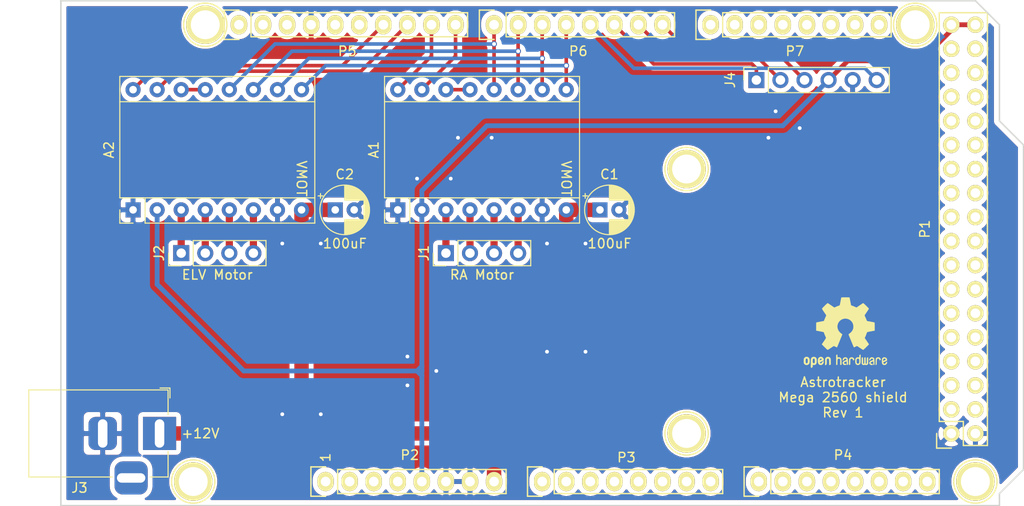
<source format=kicad_pcb>
(kicad_pcb (version 20171130) (host pcbnew "(5.1.6)-1")

  (general
    (thickness 1.6)
    (drawings 35)
    (tracks 110)
    (zones 0)
    (modules 22)
    (nets 97)
  )

  (page A4)
  (title_block
    (date "mar. 31 mars 2015")
  )

  (layers
    (0 F.Cu signal)
    (31 B.Cu signal)
    (32 B.Adhes user)
    (33 F.Adhes user)
    (34 B.Paste user)
    (35 F.Paste user)
    (36 B.SilkS user)
    (37 F.SilkS user)
    (38 B.Mask user)
    (39 F.Mask user)
    (40 Dwgs.User user)
    (41 Cmts.User user)
    (42 Eco1.User user)
    (43 Eco2.User user)
    (44 Edge.Cuts user)
    (45 Margin user)
    (46 B.CrtYd user)
    (47 F.CrtYd user)
    (48 B.Fab user)
    (49 F.Fab user)
  )

  (setup
    (last_trace_width 0.381)
    (trace_clearance 0.2032)
    (zone_clearance 0.508)
    (zone_45_only no)
    (trace_min 0.2)
    (via_size 0.6)
    (via_drill 0.4)
    (via_min_size 0.4)
    (via_min_drill 0.3)
    (uvia_size 0.3)
    (uvia_drill 0.1)
    (uvias_allowed no)
    (uvia_min_size 0.2)
    (uvia_min_drill 0.1)
    (edge_width 0.15)
    (segment_width 0.15)
    (pcb_text_width 0.3)
    (pcb_text_size 1.5 1.5)
    (mod_edge_width 0.15)
    (mod_text_size 1 1)
    (mod_text_width 0.15)
    (pad_size 4.064 4.064)
    (pad_drill 3.048)
    (pad_to_mask_clearance 0)
    (aux_axis_origin 103.378 121.666)
    (visible_elements 7FFFFFFF)
    (pcbplotparams
      (layerselection 0x00030_80000001)
      (usegerberextensions false)
      (usegerberattributes true)
      (usegerberadvancedattributes true)
      (creategerberjobfile true)
      (excludeedgelayer true)
      (linewidth 0.100000)
      (plotframeref false)
      (viasonmask false)
      (mode 1)
      (useauxorigin false)
      (hpglpennumber 1)
      (hpglpenspeed 20)
      (hpglpendiameter 15.000000)
      (psnegative false)
      (psa4output false)
      (plotreference true)
      (plotvalue true)
      (plotinvisibletext false)
      (padsonsilk false)
      (subtractmaskfromsilk false)
      (outputformat 1)
      (mirror false)
      (drillshape 1)
      (scaleselection 1)
      (outputdirectory ""))
  )

  (net 0 "")
  (net 1 GND)
  (net 2 "/52(SCK)")
  (net 3 "/53(SS)")
  (net 4 "/50(MISO)")
  (net 5 "/51(MOSI)")
  (net 6 /48)
  (net 7 /49)
  (net 8 /46)
  (net 9 /47)
  (net 10 /44)
  (net 11 /45)
  (net 12 /42)
  (net 13 /43)
  (net 14 /40)
  (net 15 /41)
  (net 16 /38)
  (net 17 /39)
  (net 18 /36)
  (net 19 /37)
  (net 20 /34)
  (net 21 /35)
  (net 22 /32)
  (net 23 /33)
  (net 24 /30)
  (net 25 /31)
  (net 26 /28)
  (net 27 /29)
  (net 28 /26)
  (net 29 /27)
  (net 30 /24)
  (net 31 /25)
  (net 32 /22)
  (net 33 /23)
  (net 34 +5V)
  (net 35 /IOREF)
  (net 36 /Reset)
  (net 37 /A0)
  (net 38 /A1)
  (net 39 /A2)
  (net 40 /A3)
  (net 41 /A4)
  (net 42 /A5)
  (net 43 /A6)
  (net 44 /A7)
  (net 45 /A8)
  (net 46 /A9)
  (net 47 /A10)
  (net 48 /A11)
  (net 49 /A12)
  (net 50 /A13)
  (net 51 /A14)
  (net 52 /A15)
  (net 53 /SCL)
  (net 54 /SDA)
  (net 55 /AREF)
  (net 56 "/13(**)")
  (net 57 "/12(**)")
  (net 58 "/20(SDA)")
  (net 59 "/21(SCL)")
  (net 60 "Net-(P8-Pad1)")
  (net 61 "Net-(P9-Pad1)")
  (net 62 "Net-(P10-Pad1)")
  (net 63 "Net-(P11-Pad1)")
  (net 64 "Net-(P12-Pad1)")
  (net 65 "Net-(P13-Pad1)")
  (net 66 "Net-(P2-Pad1)")
  (net 67 +3V3)
  (net 68 "/14(Tx3)")
  (net 69 "/15(Rx3)")
  (net 70 "/16(Tx2)")
  (net 71 "/17(Rx2)")
  (net 72 "/18(Tx1)")
  (net 73 "/19(Rx1)")
  (net 74 MOT1DIR)
  (net 75 +12V)
  (net 76 MOT1STEP)
  (net 77 "Net-(A1-Pad13)")
  (net 78 "Net-(A1-Pad6)")
  (net 79 "Net-(A1-Pad5)")
  (net 80 MS3)
  (net 81 "Net-(A1-Pad4)")
  (net 82 MS2)
  (net 83 "Net-(A1-Pad3)")
  (net 84 MS1)
  (net 85 MOTEN)
  (net 86 MOT2DIR)
  (net 87 MOT2STEP)
  (net 88 "Net-(A2-Pad13)")
  (net 89 "Net-(A2-Pad6)")
  (net 90 "Net-(A2-Pad5)")
  (net 91 "Net-(A2-Pad4)")
  (net 92 "Net-(A2-Pad3)")
  (net 93 BTKEY)
  (net 94 BTTXD)
  (net 95 BTRXD)
  (net 96 BTSTATE)

  (net_class Default "This is the default net class."
    (clearance 0.2032)
    (trace_width 0.381)
    (via_dia 0.6)
    (via_drill 0.4)
    (uvia_dia 0.3)
    (uvia_drill 0.1)
    (add_net +3V3)
    (add_net "/12(**)")
    (add_net "/13(**)")
    (add_net "/14(Tx3)")
    (add_net "/15(Rx3)")
    (add_net "/16(Tx2)")
    (add_net "/17(Rx2)")
    (add_net "/18(Tx1)")
    (add_net "/19(Rx1)")
    (add_net "/20(SDA)")
    (add_net "/21(SCL)")
    (add_net /22)
    (add_net /23)
    (add_net /24)
    (add_net /25)
    (add_net /26)
    (add_net /27)
    (add_net /28)
    (add_net /29)
    (add_net /30)
    (add_net /31)
    (add_net /32)
    (add_net /33)
    (add_net /34)
    (add_net /35)
    (add_net /36)
    (add_net /37)
    (add_net /38)
    (add_net /39)
    (add_net /40)
    (add_net /41)
    (add_net /42)
    (add_net /43)
    (add_net /44)
    (add_net /45)
    (add_net /46)
    (add_net /47)
    (add_net /48)
    (add_net /49)
    (add_net "/50(MISO)")
    (add_net "/51(MOSI)")
    (add_net "/52(SCK)")
    (add_net "/53(SS)")
    (add_net /A0)
    (add_net /A1)
    (add_net /A10)
    (add_net /A11)
    (add_net /A12)
    (add_net /A13)
    (add_net /A14)
    (add_net /A15)
    (add_net /A2)
    (add_net /A3)
    (add_net /A4)
    (add_net /A5)
    (add_net /A6)
    (add_net /A7)
    (add_net /A8)
    (add_net /A9)
    (add_net /AREF)
    (add_net /IOREF)
    (add_net /Reset)
    (add_net /SCL)
    (add_net /SDA)
    (add_net BTKEY)
    (add_net BTRXD)
    (add_net BTSTATE)
    (add_net BTTXD)
    (add_net GND)
    (add_net MOT1DIR)
    (add_net MOT1STEP)
    (add_net MOT2DIR)
    (add_net MOT2STEP)
    (add_net MOTEN)
    (add_net MS1)
    (add_net MS2)
    (add_net MS3)
    (add_net "Net-(A1-Pad13)")
    (add_net "Net-(A2-Pad13)")
    (add_net "Net-(P10-Pad1)")
    (add_net "Net-(P11-Pad1)")
    (add_net "Net-(P12-Pad1)")
    (add_net "Net-(P13-Pad1)")
    (add_net "Net-(P2-Pad1)")
    (add_net "Net-(P8-Pad1)")
    (add_net "Net-(P9-Pad1)")
  )

  (net_class +12v ""
    (clearance 0.254)
    (trace_width 1.524)
    (via_dia 0.6)
    (via_drill 0.4)
    (uvia_dia 0.3)
    (uvia_drill 0.1)
    (add_net +12V)
  )

  (net_class +5v ""
    (clearance 0.2032)
    (trace_width 0.508)
    (via_dia 0.6)
    (via_drill 0.4)
    (uvia_dia 0.3)
    (uvia_drill 0.1)
    (add_net +5V)
  )

  (net_class Motor ""
    (clearance 0.2032)
    (trace_width 0.762)
    (via_dia 0.6)
    (via_drill 0.4)
    (uvia_dia 0.3)
    (uvia_drill 0.1)
    (add_net "Net-(A1-Pad3)")
    (add_net "Net-(A1-Pad4)")
    (add_net "Net-(A1-Pad5)")
    (add_net "Net-(A1-Pad6)")
    (add_net "Net-(A2-Pad3)")
    (add_net "Net-(A2-Pad4)")
    (add_net "Net-(A2-Pad5)")
    (add_net "Net-(A2-Pad6)")
  )

  (module Symbol:OSHW-Logo2_9.8x8mm_SilkScreen (layer F.Cu) (tedit 0) (tstamp 5F6560CE)
    (at 186.182 103.378)
    (descr "Open Source Hardware Symbol")
    (tags "Logo Symbol OSHW")
    (attr virtual)
    (fp_text reference REF** (at 0 0) (layer F.SilkS) hide
      (effects (font (size 1 1) (thickness 0.15)))
    )
    (fp_text value OSHW-Logo2_9.8x8mm_SilkScreen (at 0.75 0) (layer F.Fab) hide
      (effects (font (size 1 1) (thickness 0.15)))
    )
    (fp_poly (pts (xy -3.231114 2.584505) (xy -3.156461 2.621727) (xy -3.090569 2.690261) (xy -3.072423 2.715648)
      (xy -3.052655 2.748866) (xy -3.039828 2.784945) (xy -3.03249 2.833098) (xy -3.029187 2.902536)
      (xy -3.028462 2.994206) (xy -3.031737 3.11983) (xy -3.043123 3.214154) (xy -3.064959 3.284523)
      (xy -3.099581 3.338286) (xy -3.14933 3.382788) (xy -3.152986 3.385423) (xy -3.202015 3.412377)
      (xy -3.261055 3.425712) (xy -3.336141 3.429) (xy -3.458205 3.429) (xy -3.458256 3.547497)
      (xy -3.459392 3.613492) (xy -3.466314 3.652202) (xy -3.484402 3.675419) (xy -3.519038 3.694933)
      (xy -3.527355 3.69892) (xy -3.56628 3.717603) (xy -3.596417 3.729403) (xy -3.618826 3.730422)
      (xy -3.634567 3.716761) (xy -3.644698 3.684522) (xy -3.650277 3.629804) (xy -3.652365 3.548711)
      (xy -3.652019 3.437344) (xy -3.6503 3.291802) (xy -3.649763 3.248269) (xy -3.647828 3.098205)
      (xy -3.646096 3.000042) (xy -3.458308 3.000042) (xy -3.457252 3.083364) (xy -3.452562 3.13788)
      (xy -3.441949 3.173837) (xy -3.423128 3.201482) (xy -3.41035 3.214965) (xy -3.35811 3.254417)
      (xy -3.311858 3.257628) (xy -3.264133 3.225049) (xy -3.262923 3.223846) (xy -3.243506 3.198668)
      (xy -3.231693 3.164447) (xy -3.225735 3.111748) (xy -3.22388 3.031131) (xy -3.223846 3.013271)
      (xy -3.22833 2.902175) (xy -3.242926 2.825161) (xy -3.26935 2.778147) (xy -3.309317 2.75705)
      (xy -3.332416 2.754923) (xy -3.387238 2.7649) (xy -3.424842 2.797752) (xy -3.447477 2.857857)
      (xy -3.457394 2.949598) (xy -3.458308 3.000042) (xy -3.646096 3.000042) (xy -3.645778 2.98206)
      (xy -3.643127 2.894679) (xy -3.639394 2.830905) (xy -3.634093 2.785582) (xy -3.626742 2.753555)
      (xy -3.616857 2.729668) (xy -3.603954 2.708764) (xy -3.598421 2.700898) (xy -3.525031 2.626595)
      (xy -3.43224 2.584467) (xy -3.324904 2.572722) (xy -3.231114 2.584505)) (layer F.SilkS) (width 0.01))
    (fp_poly (pts (xy -1.728336 2.595089) (xy -1.665633 2.631358) (xy -1.622039 2.667358) (xy -1.590155 2.705075)
      (xy -1.56819 2.751199) (xy -1.554351 2.812421) (xy -1.546847 2.895431) (xy -1.543883 3.006919)
      (xy -1.543539 3.087062) (xy -1.543539 3.382065) (xy -1.709615 3.456515) (xy -1.719385 3.133402)
      (xy -1.723421 3.012729) (xy -1.727656 2.925141) (xy -1.732903 2.86465) (xy -1.739975 2.825268)
      (xy -1.749689 2.801007) (xy -1.762856 2.78588) (xy -1.767081 2.782606) (xy -1.831091 2.757034)
      (xy -1.895792 2.767153) (xy -1.934308 2.794) (xy -1.949975 2.813024) (xy -1.96082 2.837988)
      (xy -1.967712 2.875834) (xy -1.971521 2.933502) (xy -1.973117 3.017935) (xy -1.973385 3.105928)
      (xy -1.973437 3.216323) (xy -1.975328 3.294463) (xy -1.981655 3.347165) (xy -1.995017 3.381242)
      (xy -2.018015 3.403511) (xy -2.053246 3.420787) (xy -2.100303 3.438738) (xy -2.151697 3.458278)
      (xy -2.145579 3.111485) (xy -2.143116 2.986468) (xy -2.140233 2.894082) (xy -2.136102 2.827881)
      (xy -2.129893 2.78142) (xy -2.120774 2.748256) (xy -2.107917 2.721944) (xy -2.092416 2.698729)
      (xy -2.017629 2.624569) (xy -1.926372 2.581684) (xy -1.827117 2.571412) (xy -1.728336 2.595089)) (layer F.SilkS) (width 0.01))
    (fp_poly (pts (xy -3.983114 2.587256) (xy -3.891536 2.635409) (xy -3.823951 2.712905) (xy -3.799943 2.762727)
      (xy -3.781262 2.837533) (xy -3.771699 2.932052) (xy -3.770792 3.03521) (xy -3.778079 3.135935)
      (xy -3.793097 3.223153) (xy -3.815385 3.285791) (xy -3.822235 3.296579) (xy -3.903368 3.377105)
      (xy -3.999734 3.425336) (xy -4.104299 3.43945) (xy -4.210032 3.417629) (xy -4.239457 3.404547)
      (xy -4.296759 3.364231) (xy -4.34705 3.310775) (xy -4.351803 3.303995) (xy -4.371122 3.271321)
      (xy -4.383892 3.236394) (xy -4.391436 3.190414) (xy -4.395076 3.124584) (xy -4.396135 3.030105)
      (xy -4.396154 3.008923) (xy -4.396106 3.002182) (xy -4.200769 3.002182) (xy -4.199632 3.091349)
      (xy -4.195159 3.15052) (xy -4.185754 3.188741) (xy -4.169824 3.215053) (xy -4.161692 3.223846)
      (xy -4.114942 3.257261) (xy -4.069553 3.255737) (xy -4.02366 3.226752) (xy -3.996288 3.195809)
      (xy -3.980077 3.150643) (xy -3.970974 3.07942) (xy -3.970349 3.071114) (xy -3.968796 2.942037)
      (xy -3.985035 2.846172) (xy -4.018848 2.784107) (xy -4.070016 2.756432) (xy -4.08828 2.754923)
      (xy -4.13624 2.762513) (xy -4.169047 2.788808) (xy -4.189105 2.839095) (xy -4.198822 2.918664)
      (xy -4.200769 3.002182) (xy -4.396106 3.002182) (xy -4.395426 2.908249) (xy -4.392371 2.837906)
      (xy -4.385678 2.789163) (xy -4.37404 2.753288) (xy -4.356147 2.721548) (xy -4.352192 2.715648)
      (xy -4.285733 2.636104) (xy -4.213315 2.589929) (xy -4.125151 2.571599) (xy -4.095213 2.570703)
      (xy -3.983114 2.587256)) (layer F.SilkS) (width 0.01))
    (fp_poly (pts (xy -2.465746 2.599745) (xy -2.388714 2.651567) (xy -2.329184 2.726412) (xy -2.293622 2.821654)
      (xy -2.286429 2.891756) (xy -2.287246 2.921009) (xy -2.294086 2.943407) (xy -2.312888 2.963474)
      (xy -2.349592 2.985733) (xy -2.410138 3.014709) (xy -2.500466 3.054927) (xy -2.500923 3.055129)
      (xy -2.584067 3.09321) (xy -2.652247 3.127025) (xy -2.698495 3.152933) (xy -2.715842 3.167295)
      (xy -2.715846 3.167411) (xy -2.700557 3.198685) (xy -2.664804 3.233157) (xy -2.623758 3.25799)
      (xy -2.602963 3.262923) (xy -2.54623 3.245862) (xy -2.497373 3.203133) (xy -2.473535 3.156155)
      (xy -2.450603 3.121522) (xy -2.405682 3.082081) (xy -2.352877 3.048009) (xy -2.30629 3.02948)
      (xy -2.296548 3.028462) (xy -2.285582 3.045215) (xy -2.284921 3.088039) (xy -2.29298 3.145781)
      (xy -2.308173 3.207289) (xy -2.328914 3.261409) (xy -2.329962 3.26351) (xy -2.392379 3.35066)
      (xy -2.473274 3.409939) (xy -2.565144 3.439034) (xy -2.660487 3.435634) (xy -2.751802 3.397428)
      (xy -2.755862 3.394741) (xy -2.827694 3.329642) (xy -2.874927 3.244705) (xy -2.901066 3.133021)
      (xy -2.904574 3.101643) (xy -2.910787 2.953536) (xy -2.903339 2.884468) (xy -2.715846 2.884468)
      (xy -2.71341 2.927552) (xy -2.700086 2.940126) (xy -2.666868 2.930719) (xy -2.614506 2.908483)
      (xy -2.555976 2.88061) (xy -2.554521 2.879872) (xy -2.504911 2.853777) (xy -2.485 2.836363)
      (xy -2.48991 2.818107) (xy -2.510584 2.79412) (xy -2.563181 2.759406) (xy -2.619823 2.756856)
      (xy -2.670631 2.782119) (xy -2.705724 2.830847) (xy -2.715846 2.884468) (xy -2.903339 2.884468)
      (xy -2.898008 2.835036) (xy -2.865222 2.741055) (xy -2.819579 2.675215) (xy -2.737198 2.608681)
      (xy -2.646454 2.575676) (xy -2.553815 2.573573) (xy -2.465746 2.599745)) (layer F.SilkS) (width 0.01))
    (fp_poly (pts (xy -0.840154 2.49212) (xy -0.834428 2.57198) (xy -0.827851 2.619039) (xy -0.818738 2.639566)
      (xy -0.805402 2.639829) (xy -0.801077 2.637378) (xy -0.743556 2.619636) (xy -0.668732 2.620672)
      (xy -0.592661 2.63891) (xy -0.545082 2.662505) (xy -0.496298 2.700198) (xy -0.460636 2.742855)
      (xy -0.436155 2.797057) (xy -0.420913 2.869384) (xy -0.41297 2.966419) (xy -0.410384 3.094742)
      (xy -0.410338 3.119358) (xy -0.410308 3.39587) (xy -0.471839 3.41732) (xy -0.515541 3.431912)
      (xy -0.539518 3.438706) (xy -0.540223 3.438769) (xy -0.542585 3.420345) (xy -0.544594 3.369526)
      (xy -0.546099 3.292993) (xy -0.546947 3.19743) (xy -0.547077 3.139329) (xy -0.547349 3.024771)
      (xy -0.548748 2.942667) (xy -0.552151 2.886393) (xy -0.558433 2.849326) (xy -0.568471 2.824844)
      (xy -0.583139 2.806325) (xy -0.592298 2.797406) (xy -0.655211 2.761466) (xy -0.723864 2.758775)
      (xy -0.786152 2.78917) (xy -0.797671 2.800144) (xy -0.814567 2.820779) (xy -0.826286 2.845256)
      (xy -0.833767 2.880647) (xy -0.837946 2.934026) (xy -0.839763 3.012466) (xy -0.840154 3.120617)
      (xy -0.840154 3.39587) (xy -0.901685 3.41732) (xy -0.945387 3.431912) (xy -0.969364 3.438706)
      (xy -0.97007 3.438769) (xy -0.971874 3.420069) (xy -0.9735 3.367322) (xy -0.974883 3.285557)
      (xy -0.975958 3.179805) (xy -0.97666 3.055094) (xy -0.976923 2.916455) (xy -0.976923 2.381806)
      (xy -0.849923 2.328236) (xy -0.840154 2.49212)) (layer F.SilkS) (width 0.01))
    (fp_poly (pts (xy 0.053501 2.626303) (xy 0.13006 2.654733) (xy 0.130936 2.655279) (xy 0.178285 2.690127)
      (xy 0.213241 2.730852) (xy 0.237825 2.783925) (xy 0.254062 2.855814) (xy 0.263975 2.952992)
      (xy 0.269586 3.081928) (xy 0.270077 3.100298) (xy 0.277141 3.377287) (xy 0.217695 3.408028)
      (xy 0.174681 3.428802) (xy 0.14871 3.438646) (xy 0.147509 3.438769) (xy 0.143014 3.420606)
      (xy 0.139444 3.371612) (xy 0.137248 3.300031) (xy 0.136769 3.242068) (xy 0.136758 3.14817)
      (xy 0.132466 3.089203) (xy 0.117503 3.061079) (xy 0.085482 3.059706) (xy 0.030014 3.080998)
      (xy -0.053731 3.120136) (xy -0.115311 3.152643) (xy -0.146983 3.180845) (xy -0.156294 3.211582)
      (xy -0.156308 3.213104) (xy -0.140943 3.266054) (xy -0.095453 3.29466) (xy -0.025834 3.298803)
      (xy 0.024313 3.298084) (xy 0.050754 3.312527) (xy 0.067243 3.347218) (xy 0.076733 3.391416)
      (xy 0.063057 3.416493) (xy 0.057907 3.420082) (xy 0.009425 3.434496) (xy -0.058469 3.436537)
      (xy -0.128388 3.426983) (xy -0.177932 3.409522) (xy -0.24643 3.351364) (xy -0.285366 3.270408)
      (xy -0.293077 3.20716) (xy -0.287193 3.150111) (xy -0.265899 3.103542) (xy -0.223735 3.062181)
      (xy -0.155241 3.020755) (xy -0.054956 2.973993) (xy -0.048846 2.97135) (xy 0.04149 2.929617)
      (xy 0.097235 2.895391) (xy 0.121129 2.864635) (xy 0.115913 2.833311) (xy 0.084328 2.797383)
      (xy 0.074883 2.789116) (xy 0.011617 2.757058) (xy -0.053936 2.758407) (xy -0.111028 2.789838)
      (xy -0.148907 2.848024) (xy -0.152426 2.859446) (xy -0.1867 2.914837) (xy -0.230191 2.941518)
      (xy -0.293077 2.96796) (xy -0.293077 2.899548) (xy -0.273948 2.80011) (xy -0.217169 2.708902)
      (xy -0.187622 2.678389) (xy -0.120458 2.639228) (xy -0.035044 2.6215) (xy 0.053501 2.626303)) (layer F.SilkS) (width 0.01))
    (fp_poly (pts (xy 0.713362 2.62467) (xy 0.802117 2.657421) (xy 0.874022 2.71535) (xy 0.902144 2.756128)
      (xy 0.932802 2.830954) (xy 0.932165 2.885058) (xy 0.899987 2.921446) (xy 0.888081 2.927633)
      (xy 0.836675 2.946925) (xy 0.810422 2.941982) (xy 0.80153 2.909587) (xy 0.801077 2.891692)
      (xy 0.784797 2.825859) (xy 0.742365 2.779807) (xy 0.683388 2.757564) (xy 0.617475 2.763161)
      (xy 0.563895 2.792229) (xy 0.545798 2.80881) (xy 0.532971 2.828925) (xy 0.524306 2.859332)
      (xy 0.518696 2.906788) (xy 0.515035 2.97805) (xy 0.512215 3.079875) (xy 0.511484 3.112115)
      (xy 0.50882 3.22241) (xy 0.505792 3.300036) (xy 0.50125 3.351396) (xy 0.494046 3.38289)
      (xy 0.483033 3.40092) (xy 0.46706 3.411888) (xy 0.456834 3.416733) (xy 0.413406 3.433301)
      (xy 0.387842 3.438769) (xy 0.379395 3.420507) (xy 0.374239 3.365296) (xy 0.372346 3.272499)
      (xy 0.373689 3.141478) (xy 0.374107 3.121269) (xy 0.377058 3.001733) (xy 0.380548 2.914449)
      (xy 0.385514 2.852591) (xy 0.392893 2.809336) (xy 0.403624 2.77786) (xy 0.418645 2.751339)
      (xy 0.426502 2.739975) (xy 0.471553 2.689692) (xy 0.52194 2.650581) (xy 0.528108 2.647167)
      (xy 0.618458 2.620212) (xy 0.713362 2.62467)) (layer F.SilkS) (width 0.01))
    (fp_poly (pts (xy 1.602081 2.780289) (xy 1.601833 2.92632) (xy 1.600872 3.038655) (xy 1.598794 3.122678)
      (xy 1.595193 3.183769) (xy 1.589665 3.227309) (xy 1.581804 3.258679) (xy 1.571207 3.283262)
      (xy 1.563182 3.297294) (xy 1.496728 3.373388) (xy 1.41247 3.421084) (xy 1.319249 3.438199)
      (xy 1.2259 3.422546) (xy 1.170312 3.394418) (xy 1.111957 3.34576) (xy 1.072186 3.286333)
      (xy 1.04819 3.208507) (xy 1.037161 3.104652) (xy 1.035599 3.028462) (xy 1.035809 3.022986)
      (xy 1.172308 3.022986) (xy 1.173141 3.110355) (xy 1.176961 3.168192) (xy 1.185746 3.206029)
      (xy 1.201474 3.233398) (xy 1.220266 3.254042) (xy 1.283375 3.29389) (xy 1.351137 3.297295)
      (xy 1.415179 3.264025) (xy 1.420164 3.259517) (xy 1.441439 3.236067) (xy 1.454779 3.208166)
      (xy 1.462001 3.166641) (xy 1.464923 3.102316) (xy 1.465385 3.0312) (xy 1.464383 2.941858)
      (xy 1.460238 2.882258) (xy 1.451236 2.843089) (xy 1.435667 2.81504) (xy 1.422902 2.800144)
      (xy 1.3636 2.762575) (xy 1.295301 2.758057) (xy 1.23011 2.786753) (xy 1.217528 2.797406)
      (xy 1.196111 2.821063) (xy 1.182744 2.849251) (xy 1.175566 2.891245) (xy 1.172719 2.956319)
      (xy 1.172308 3.022986) (xy 1.035809 3.022986) (xy 1.040322 2.905765) (xy 1.056362 2.813577)
      (xy 1.086528 2.744269) (xy 1.133629 2.690211) (xy 1.170312 2.662505) (xy 1.23699 2.632572)
      (xy 1.314272 2.618678) (xy 1.38611 2.622397) (xy 1.426308 2.6374) (xy 1.442082 2.64167)
      (xy 1.45255 2.62575) (xy 1.459856 2.583089) (xy 1.465385 2.518106) (xy 1.471437 2.445732)
      (xy 1.479844 2.402187) (xy 1.495141 2.377287) (xy 1.521864 2.360845) (xy 1.538654 2.353564)
      (xy 1.602154 2.326963) (xy 1.602081 2.780289)) (layer F.SilkS) (width 0.01))
    (fp_poly (pts (xy 2.395929 2.636662) (xy 2.398911 2.688068) (xy 2.401247 2.766192) (xy 2.402749 2.864857)
      (xy 2.403231 2.968343) (xy 2.403231 3.318533) (xy 2.341401 3.380363) (xy 2.298793 3.418462)
      (xy 2.26139 3.433895) (xy 2.21027 3.432918) (xy 2.189978 3.430433) (xy 2.126554 3.4232)
      (xy 2.074095 3.419055) (xy 2.061308 3.418672) (xy 2.018199 3.421176) (xy 1.956544 3.427462)
      (xy 1.932638 3.430433) (xy 1.873922 3.435028) (xy 1.834464 3.425046) (xy 1.795338 3.394228)
      (xy 1.781215 3.380363) (xy 1.719385 3.318533) (xy 1.719385 2.663503) (xy 1.76915 2.640829)
      (xy 1.812002 2.624034) (xy 1.837073 2.618154) (xy 1.843501 2.636736) (xy 1.849509 2.688655)
      (xy 1.854697 2.768172) (xy 1.858664 2.869546) (xy 1.860577 2.955192) (xy 1.865923 3.292231)
      (xy 1.91256 3.298825) (xy 1.954976 3.294214) (xy 1.97576 3.279287) (xy 1.98157 3.251377)
      (xy 1.98653 3.191925) (xy 1.990246 3.108466) (xy 1.992324 3.008532) (xy 1.992624 2.957104)
      (xy 1.992923 2.661054) (xy 2.054454 2.639604) (xy 2.098004 2.62502) (xy 2.121694 2.618219)
      (xy 2.122377 2.618154) (xy 2.124754 2.636642) (xy 2.127366 2.687906) (xy 2.129995 2.765649)
      (xy 2.132421 2.863574) (xy 2.134115 2.955192) (xy 2.139461 3.292231) (xy 2.256692 3.292231)
      (xy 2.262072 2.984746) (xy 2.267451 2.677261) (xy 2.324601 2.647707) (xy 2.366797 2.627413)
      (xy 2.39177 2.618204) (xy 2.392491 2.618154) (xy 2.395929 2.636662)) (layer F.SilkS) (width 0.01))
    (fp_poly (pts (xy 2.887333 2.633528) (xy 2.94359 2.659117) (xy 2.987747 2.690124) (xy 3.020101 2.724795)
      (xy 3.042438 2.76952) (xy 3.056546 2.830692) (xy 3.064211 2.914701) (xy 3.06722 3.02794)
      (xy 3.067538 3.102509) (xy 3.067538 3.39342) (xy 3.017773 3.416095) (xy 2.978576 3.432667)
      (xy 2.959157 3.438769) (xy 2.955442 3.42061) (xy 2.952495 3.371648) (xy 2.950691 3.300153)
      (xy 2.950308 3.243385) (xy 2.948661 3.161371) (xy 2.944222 3.096309) (xy 2.93774 3.056467)
      (xy 2.93259 3.048) (xy 2.897977 3.056646) (xy 2.84364 3.078823) (xy 2.780722 3.108886)
      (xy 2.720368 3.141192) (xy 2.673721 3.170098) (xy 2.651926 3.189961) (xy 2.651839 3.190175)
      (xy 2.653714 3.226935) (xy 2.670525 3.262026) (xy 2.700039 3.290528) (xy 2.743116 3.300061)
      (xy 2.779932 3.29895) (xy 2.832074 3.298133) (xy 2.859444 3.310349) (xy 2.875882 3.342624)
      (xy 2.877955 3.34871) (xy 2.885081 3.394739) (xy 2.866024 3.422687) (xy 2.816353 3.436007)
      (xy 2.762697 3.43847) (xy 2.666142 3.42021) (xy 2.616159 3.394131) (xy 2.554429 3.332868)
      (xy 2.52169 3.25767) (xy 2.518753 3.178211) (xy 2.546424 3.104167) (xy 2.588047 3.057769)
      (xy 2.629604 3.031793) (xy 2.694922 2.998907) (xy 2.771038 2.965557) (xy 2.783726 2.960461)
      (xy 2.867333 2.923565) (xy 2.91553 2.891046) (xy 2.93103 2.858718) (xy 2.91655 2.822394)
      (xy 2.891692 2.794) (xy 2.832939 2.759039) (xy 2.768293 2.756417) (xy 2.709008 2.783358)
      (xy 2.666339 2.837088) (xy 2.660739 2.85095) (xy 2.628133 2.901936) (xy 2.58053 2.939787)
      (xy 2.520461 2.97085) (xy 2.520461 2.882768) (xy 2.523997 2.828951) (xy 2.539156 2.786534)
      (xy 2.572768 2.741279) (xy 2.605035 2.70642) (xy 2.655209 2.657062) (xy 2.694193 2.630547)
      (xy 2.736064 2.619911) (xy 2.78346 2.618154) (xy 2.887333 2.633528)) (layer F.SilkS) (width 0.01))
    (fp_poly (pts (xy 3.570807 2.636782) (xy 3.594161 2.646988) (xy 3.649902 2.691134) (xy 3.697569 2.754967)
      (xy 3.727048 2.823087) (xy 3.731846 2.85667) (xy 3.71576 2.903556) (xy 3.680475 2.928365)
      (xy 3.642644 2.943387) (xy 3.625321 2.946155) (xy 3.616886 2.926066) (xy 3.60023 2.882351)
      (xy 3.592923 2.862598) (xy 3.551948 2.794271) (xy 3.492622 2.760191) (xy 3.416552 2.761239)
      (xy 3.410918 2.762581) (xy 3.370305 2.781836) (xy 3.340448 2.819375) (xy 3.320055 2.879809)
      (xy 3.307836 2.967751) (xy 3.3025 3.087813) (xy 3.302 3.151698) (xy 3.301752 3.252403)
      (xy 3.300126 3.321054) (xy 3.295801 3.364673) (xy 3.287454 3.390282) (xy 3.273765 3.404903)
      (xy 3.253411 3.415558) (xy 3.252234 3.416095) (xy 3.213038 3.432667) (xy 3.193619 3.438769)
      (xy 3.190635 3.420319) (xy 3.188081 3.369323) (xy 3.18614 3.292308) (xy 3.184997 3.195805)
      (xy 3.184769 3.125184) (xy 3.185932 2.988525) (xy 3.190479 2.884851) (xy 3.199999 2.808108)
      (xy 3.216081 2.752246) (xy 3.240313 2.711212) (xy 3.274286 2.678954) (xy 3.307833 2.65644)
      (xy 3.388499 2.626476) (xy 3.482381 2.619718) (xy 3.570807 2.636782)) (layer F.SilkS) (width 0.01))
    (fp_poly (pts (xy 4.245224 2.647838) (xy 4.322528 2.698361) (xy 4.359814 2.74359) (xy 4.389353 2.825663)
      (xy 4.391699 2.890607) (xy 4.386385 2.977445) (xy 4.186115 3.065103) (xy 4.088739 3.109887)
      (xy 4.025113 3.145913) (xy 3.992029 3.177117) (xy 3.98628 3.207436) (xy 4.004658 3.240805)
      (xy 4.024923 3.262923) (xy 4.083889 3.298393) (xy 4.148024 3.300879) (xy 4.206926 3.273235)
      (xy 4.250197 3.21832) (xy 4.257936 3.198928) (xy 4.295006 3.138364) (xy 4.337654 3.112552)
      (xy 4.396154 3.090471) (xy 4.396154 3.174184) (xy 4.390982 3.23115) (xy 4.370723 3.279189)
      (xy 4.328262 3.334346) (xy 4.321951 3.341514) (xy 4.27472 3.390585) (xy 4.234121 3.41692)
      (xy 4.183328 3.429035) (xy 4.14122 3.433003) (xy 4.065902 3.433991) (xy 4.012286 3.421466)
      (xy 3.978838 3.402869) (xy 3.926268 3.361975) (xy 3.889879 3.317748) (xy 3.86685 3.262126)
      (xy 3.854359 3.187047) (xy 3.849587 3.084449) (xy 3.849206 3.032376) (xy 3.850501 2.969948)
      (xy 3.968471 2.969948) (xy 3.969839 3.003438) (xy 3.973249 3.008923) (xy 3.995753 3.001472)
      (xy 4.044182 2.981753) (xy 4.108908 2.953718) (xy 4.122443 2.947692) (xy 4.204244 2.906096)
      (xy 4.249312 2.869538) (xy 4.259217 2.835296) (xy 4.235526 2.800648) (xy 4.21596 2.785339)
      (xy 4.14536 2.754721) (xy 4.07928 2.75978) (xy 4.023959 2.797151) (xy 3.985636 2.863473)
      (xy 3.973349 2.916116) (xy 3.968471 2.969948) (xy 3.850501 2.969948) (xy 3.85173 2.91072)
      (xy 3.861032 2.82071) (xy 3.87946 2.755167) (xy 3.90936 2.706912) (xy 3.95308 2.668767)
      (xy 3.972141 2.65644) (xy 4.058726 2.624336) (xy 4.153522 2.622316) (xy 4.245224 2.647838)) (layer F.SilkS) (width 0.01))
    (fp_poly (pts (xy 0.139878 -3.712224) (xy 0.245612 -3.711645) (xy 0.322132 -3.710078) (xy 0.374372 -3.707028)
      (xy 0.407263 -3.702004) (xy 0.425737 -3.694511) (xy 0.434727 -3.684056) (xy 0.439163 -3.670147)
      (xy 0.439594 -3.668346) (xy 0.446333 -3.635855) (xy 0.458808 -3.571748) (xy 0.475719 -3.482849)
      (xy 0.495771 -3.375981) (xy 0.517664 -3.257967) (xy 0.518429 -3.253822) (xy 0.540359 -3.138169)
      (xy 0.560877 -3.035986) (xy 0.578659 -2.953402) (xy 0.592381 -2.896544) (xy 0.600718 -2.871542)
      (xy 0.601116 -2.871099) (xy 0.625677 -2.85889) (xy 0.676315 -2.838544) (xy 0.742095 -2.814455)
      (xy 0.742461 -2.814326) (xy 0.825317 -2.783182) (xy 0.923 -2.743509) (xy 1.015077 -2.703619)
      (xy 1.019434 -2.701647) (xy 1.169407 -2.63358) (xy 1.501498 -2.860361) (xy 1.603374 -2.929496)
      (xy 1.695657 -2.991303) (xy 1.773003 -3.042267) (xy 1.830064 -3.078873) (xy 1.861495 -3.097606)
      (xy 1.864479 -3.098996) (xy 1.887321 -3.09281) (xy 1.929982 -3.062965) (xy 1.994128 -3.008053)
      (xy 2.081421 -2.926666) (xy 2.170535 -2.840078) (xy 2.256441 -2.754753) (xy 2.333327 -2.676892)
      (xy 2.396564 -2.611303) (xy 2.441523 -2.562795) (xy 2.463576 -2.536175) (xy 2.464396 -2.534805)
      (xy 2.466834 -2.516537) (xy 2.45765 -2.486705) (xy 2.434574 -2.441279) (xy 2.395337 -2.37623)
      (xy 2.33767 -2.28753) (xy 2.260795 -2.173343) (xy 2.19257 -2.072838) (xy 2.131582 -1.982697)
      (xy 2.081356 -1.908151) (xy 2.045416 -1.854435) (xy 2.027287 -1.826782) (xy 2.026146 -1.824905)
      (xy 2.028359 -1.79841) (xy 2.045138 -1.746914) (xy 2.073142 -1.680149) (xy 2.083122 -1.658828)
      (xy 2.126672 -1.563841) (xy 2.173134 -1.456063) (xy 2.210877 -1.362808) (xy 2.238073 -1.293594)
      (xy 2.259675 -1.240994) (xy 2.272158 -1.213503) (xy 2.273709 -1.211384) (xy 2.296668 -1.207876)
      (xy 2.350786 -1.198262) (xy 2.428868 -1.183911) (xy 2.523719 -1.166193) (xy 2.628143 -1.146475)
      (xy 2.734944 -1.126126) (xy 2.836926 -1.106514) (xy 2.926894 -1.089009) (xy 2.997653 -1.074978)
      (xy 3.042006 -1.065791) (xy 3.052885 -1.063193) (xy 3.064122 -1.056782) (xy 3.072605 -1.042303)
      (xy 3.078714 -1.014867) (xy 3.082832 -0.969589) (xy 3.085341 -0.90158) (xy 3.086621 -0.805953)
      (xy 3.087054 -0.67782) (xy 3.087077 -0.625299) (xy 3.087077 -0.198155) (xy 2.9845 -0.177909)
      (xy 2.927431 -0.16693) (xy 2.842269 -0.150905) (xy 2.739372 -0.131767) (xy 2.629096 -0.111449)
      (xy 2.598615 -0.105868) (xy 2.496855 -0.086083) (xy 2.408205 -0.066627) (xy 2.340108 -0.049303)
      (xy 2.300004 -0.035912) (xy 2.293323 -0.031921) (xy 2.276919 -0.003658) (xy 2.253399 0.051109)
      (xy 2.227316 0.121588) (xy 2.222142 0.136769) (xy 2.187956 0.230896) (xy 2.145523 0.337101)
      (xy 2.103997 0.432473) (xy 2.103792 0.432916) (xy 2.03464 0.582525) (xy 2.489512 1.251617)
      (xy 2.1975 1.544116) (xy 2.10918 1.63117) (xy 2.028625 1.707909) (xy 1.96036 1.770237)
      (xy 1.908908 1.814056) (xy 1.878794 1.83527) (xy 1.874474 1.836616) (xy 1.849111 1.826016)
      (xy 1.797358 1.796547) (xy 1.724868 1.751705) (xy 1.637294 1.694984) (xy 1.542612 1.631462)
      (xy 1.446516 1.566668) (xy 1.360837 1.510287) (xy 1.291016 1.465788) (xy 1.242494 1.436639)
      (xy 1.220782 1.426308) (xy 1.194293 1.43505) (xy 1.144062 1.458087) (xy 1.080451 1.490631)
      (xy 1.073708 1.494249) (xy 0.988046 1.53721) (xy 0.929306 1.558279) (xy 0.892772 1.558503)
      (xy 0.873731 1.538928) (xy 0.87362 1.538654) (xy 0.864102 1.515472) (xy 0.841403 1.460441)
      (xy 0.807282 1.377822) (xy 0.7635 1.271872) (xy 0.711816 1.146852) (xy 0.653992 1.00702)
      (xy 0.597991 0.871637) (xy 0.536447 0.722234) (xy 0.479939 0.583832) (xy 0.430161 0.460673)
      (xy 0.388806 0.357002) (xy 0.357568 0.277059) (xy 0.338141 0.225088) (xy 0.332154 0.205692)
      (xy 0.347168 0.183443) (xy 0.386439 0.147982) (xy 0.438807 0.108887) (xy 0.587941 -0.014755)
      (xy 0.704511 -0.156478) (xy 0.787118 -0.313296) (xy 0.834366 -0.482225) (xy 0.844857 -0.660278)
      (xy 0.837231 -0.742461) (xy 0.795682 -0.912969) (xy 0.724123 -1.063541) (xy 0.626995 -1.192691)
      (xy 0.508734 -1.298936) (xy 0.37378 -1.38079) (xy 0.226571 -1.436768) (xy 0.071544 -1.465385)
      (xy -0.086861 -1.465156) (xy -0.244206 -1.434595) (xy -0.396054 -1.372218) (xy -0.537965 -1.27654)
      (xy -0.597197 -1.222428) (xy -0.710797 -1.08348) (xy -0.789894 -0.931639) (xy -0.835014 -0.771333)
      (xy -0.846684 -0.606988) (xy -0.825431 -0.443029) (xy -0.77178 -0.283882) (xy -0.68626 -0.133975)
      (xy -0.569395 0.002267) (xy -0.438807 0.108887) (xy -0.384412 0.149642) (xy -0.345986 0.184718)
      (xy -0.332154 0.205726) (xy -0.339397 0.228635) (xy -0.359995 0.283365) (xy -0.392254 0.365672)
      (xy -0.434479 0.471315) (xy -0.484977 0.59605) (xy -0.542052 0.735636) (xy -0.598146 0.87167)
      (xy -0.660033 1.021201) (xy -0.717356 1.159767) (xy -0.768356 1.283107) (xy -0.811273 1.386964)
      (xy -0.844347 1.46708) (xy -0.865819 1.519195) (xy -0.873775 1.538654) (xy -0.892571 1.558423)
      (xy -0.928926 1.558365) (xy -0.987521 1.537441) (xy -1.073032 1.494613) (xy -1.073708 1.494249)
      (xy -1.138093 1.461012) (xy -1.190139 1.436802) (xy -1.219488 1.426404) (xy -1.220783 1.426308)
      (xy -1.242876 1.436855) (xy -1.291652 1.466184) (xy -1.361669 1.510827) (xy -1.447486 1.567314)
      (xy -1.542612 1.631462) (xy -1.63946 1.696411) (xy -1.726747 1.752896) (xy -1.798819 1.797421)
      (xy -1.850023 1.82649) (xy -1.874474 1.836616) (xy -1.89699 1.823307) (xy -1.942258 1.786112)
      (xy -2.005756 1.729128) (xy -2.082961 1.656449) (xy -2.169349 1.572171) (xy -2.197601 1.544016)
      (xy -2.489713 1.251416) (xy -2.267369 0.925104) (xy -2.199798 0.824897) (xy -2.140493 0.734963)
      (xy -2.092783 0.66051) (xy -2.059993 0.606751) (xy -2.045452 0.578894) (xy -2.045026 0.576912)
      (xy -2.052692 0.550655) (xy -2.073311 0.497837) (xy -2.103315 0.42731) (xy -2.124375 0.380093)
      (xy -2.163752 0.289694) (xy -2.200835 0.198366) (xy -2.229585 0.1212) (xy -2.237395 0.097692)
      (xy -2.259583 0.034916) (xy -2.281273 -0.013589) (xy -2.293187 -0.031921) (xy -2.319477 -0.043141)
      (xy -2.376858 -0.059046) (xy -2.457882 -0.077833) (xy -2.555105 -0.097701) (xy -2.598615 -0.105868)
      (xy -2.709104 -0.126171) (xy -2.815084 -0.14583) (xy -2.906199 -0.162912) (xy -2.972092 -0.175482)
      (xy -2.9845 -0.177909) (xy -3.087077 -0.198155) (xy -3.087077 -0.625299) (xy -3.086847 -0.765754)
      (xy -3.085901 -0.872021) (xy -3.083859 -0.948987) (xy -3.080338 -1.00154) (xy -3.074957 -1.034567)
      (xy -3.067334 -1.052955) (xy -3.057088 -1.061592) (xy -3.052885 -1.063193) (xy -3.02753 -1.068873)
      (xy -2.971516 -1.080205) (xy -2.892036 -1.095821) (xy -2.796288 -1.114353) (xy -2.691467 -1.134431)
      (xy -2.584768 -1.154688) (xy -2.483387 -1.173754) (xy -2.394521 -1.190261) (xy -2.325363 -1.202841)
      (xy -2.283111 -1.210125) (xy -2.27371 -1.211384) (xy -2.265193 -1.228237) (xy -2.24634 -1.27313)
      (xy -2.220676 -1.33757) (xy -2.210877 -1.362808) (xy -2.171352 -1.460314) (xy -2.124808 -1.568041)
      (xy -2.083123 -1.658828) (xy -2.05245 -1.728247) (xy -2.032044 -1.78529) (xy -2.025232 -1.820223)
      (xy -2.026318 -1.824905) (xy -2.040715 -1.847009) (xy -2.073588 -1.896169) (xy -2.12141 -1.967152)
      (xy -2.180652 -2.054722) (xy -2.247785 -2.153643) (xy -2.261059 -2.17317) (xy -2.338954 -2.28886)
      (xy -2.396213 -2.376956) (xy -2.435119 -2.441514) (xy -2.457956 -2.486589) (xy -2.467006 -2.516237)
      (xy -2.464552 -2.534515) (xy -2.464489 -2.534631) (xy -2.445173 -2.558639) (xy -2.402449 -2.605053)
      (xy -2.340949 -2.669063) (xy -2.265302 -2.745855) (xy -2.180139 -2.830618) (xy -2.170535 -2.840078)
      (xy -2.06321 -2.944011) (xy -1.980385 -3.020325) (xy -1.920395 -3.070429) (xy -1.881577 -3.09573)
      (xy -1.86448 -3.098996) (xy -1.839527 -3.08475) (xy -1.787745 -3.051844) (xy -1.71448 -3.003792)
      (xy -1.62508 -2.94411) (xy -1.524889 -2.876312) (xy -1.501499 -2.860361) (xy -1.169407 -2.63358)
      (xy -1.019435 -2.701647) (xy -0.92823 -2.741315) (xy -0.830331 -2.781209) (xy -0.746169 -2.813017)
      (xy -0.742462 -2.814326) (xy -0.676631 -2.838424) (xy -0.625884 -2.8588) (xy -0.601158 -2.871064)
      (xy -0.601116 -2.871099) (xy -0.593271 -2.893266) (xy -0.579934 -2.947783) (xy -0.56243 -3.02852)
      (xy -0.542083 -3.12935) (xy -0.520218 -3.244144) (xy -0.518429 -3.253822) (xy -0.496496 -3.372096)
      (xy -0.47636 -3.479458) (xy -0.45932 -3.569083) (xy -0.446672 -3.634149) (xy -0.439716 -3.667832)
      (xy -0.439594 -3.668346) (xy -0.435361 -3.682675) (xy -0.427129 -3.693493) (xy -0.409967 -3.701294)
      (xy -0.378942 -3.706571) (xy -0.329122 -3.709818) (xy -0.255576 -3.711528) (xy -0.153371 -3.712193)
      (xy -0.017575 -3.712307) (xy 0 -3.712308) (xy 0.139878 -3.712224)) (layer F.SilkS) (width 0.01))
  )

  (module Connector_PinSocket_2.54mm:PinSocket_1x06_P2.54mm_Vertical (layer F.Cu) (tedit 5A19A430) (tstamp 5F65497E)
    (at 176.784 76.708 90)
    (descr "Through hole straight socket strip, 1x06, 2.54mm pitch, single row (from Kicad 4.0.7), script generated")
    (tags "Through hole socket strip THT 1x06 2.54mm single row")
    (path /5F6FDCE3)
    (fp_text reference J4 (at 0 -2.77 90) (layer F.SilkS)
      (effects (font (size 1 1) (thickness 0.15)))
    )
    (fp_text value Conn_01x06_Female (at 0 15.47 90) (layer F.Fab)
      (effects (font (size 1 1) (thickness 0.15)))
    )
    (fp_line (start -1.8 14.45) (end -1.8 -1.8) (layer F.CrtYd) (width 0.05))
    (fp_line (start 1.75 14.45) (end -1.8 14.45) (layer F.CrtYd) (width 0.05))
    (fp_line (start 1.75 -1.8) (end 1.75 14.45) (layer F.CrtYd) (width 0.05))
    (fp_line (start -1.8 -1.8) (end 1.75 -1.8) (layer F.CrtYd) (width 0.05))
    (fp_line (start 0 -1.33) (end 1.33 -1.33) (layer F.SilkS) (width 0.12))
    (fp_line (start 1.33 -1.33) (end 1.33 0) (layer F.SilkS) (width 0.12))
    (fp_line (start 1.33 1.27) (end 1.33 14.03) (layer F.SilkS) (width 0.12))
    (fp_line (start -1.33 14.03) (end 1.33 14.03) (layer F.SilkS) (width 0.12))
    (fp_line (start -1.33 1.27) (end -1.33 14.03) (layer F.SilkS) (width 0.12))
    (fp_line (start -1.33 1.27) (end 1.33 1.27) (layer F.SilkS) (width 0.12))
    (fp_line (start -1.27 13.97) (end -1.27 -1.27) (layer F.Fab) (width 0.1))
    (fp_line (start 1.27 13.97) (end -1.27 13.97) (layer F.Fab) (width 0.1))
    (fp_line (start 1.27 -0.635) (end 1.27 13.97) (layer F.Fab) (width 0.1))
    (fp_line (start 0.635 -1.27) (end 1.27 -0.635) (layer F.Fab) (width 0.1))
    (fp_line (start -1.27 -1.27) (end 0.635 -1.27) (layer F.Fab) (width 0.1))
    (fp_text user %R (at 0 6.35) (layer F.Fab)
      (effects (font (size 1 1) (thickness 0.15)))
    )
    (pad 6 thru_hole oval (at 0 12.7 90) (size 1.7 1.7) (drill 1) (layers *.Cu *.Mask)
      (net 93 BTKEY))
    (pad 5 thru_hole oval (at 0 10.16 90) (size 1.7 1.7) (drill 1) (layers *.Cu *.Mask)
      (net 1 GND))
    (pad 4 thru_hole oval (at 0 7.62 90) (size 1.7 1.7) (drill 1) (layers *.Cu *.Mask)
      (net 34 +5V))
    (pad 3 thru_hole oval (at 0 5.08 90) (size 1.7 1.7) (drill 1) (layers *.Cu *.Mask)
      (net 94 BTTXD))
    (pad 2 thru_hole oval (at 0 2.54 90) (size 1.7 1.7) (drill 1) (layers *.Cu *.Mask)
      (net 95 BTRXD))
    (pad 1 thru_hole rect (at 0 0 90) (size 1.7 1.7) (drill 1) (layers *.Cu *.Mask)
      (net 96 BTSTATE))
    (model ${KISYS3DMOD}/Connector_PinSocket_2.54mm.3dshapes/PinSocket_1x06_P2.54mm_Vertical.wrl
      (at (xyz 0 0 0))
      (scale (xyz 1 1 1))
      (rotate (xyz 0 0 0))
    )
  )

  (module Connector_BarrelJack:BarrelJack_Horizontal (layer F.Cu) (tedit 5A1DBF6A) (tstamp 5F654964)
    (at 113.792 114.046)
    (descr "DC Barrel Jack")
    (tags "Power Jack")
    (path /5F6B93FC)
    (fp_text reference J3 (at -8.45 5.75) (layer F.SilkS)
      (effects (font (size 1 1) (thickness 0.15)))
    )
    (fp_text value Barrel_Jack (at -6.2 -5.5) (layer F.Fab)
      (effects (font (size 1 1) (thickness 0.15)))
    )
    (fp_line (start 0 -4.5) (end -13.7 -4.5) (layer F.Fab) (width 0.1))
    (fp_line (start 0.8 4.5) (end 0.8 -3.75) (layer F.Fab) (width 0.1))
    (fp_line (start -13.7 4.5) (end 0.8 4.5) (layer F.Fab) (width 0.1))
    (fp_line (start -13.7 -4.5) (end -13.7 4.5) (layer F.Fab) (width 0.1))
    (fp_line (start -10.2 -4.5) (end -10.2 4.5) (layer F.Fab) (width 0.1))
    (fp_line (start 0.9 -4.6) (end 0.9 -2) (layer F.SilkS) (width 0.12))
    (fp_line (start -13.8 -4.6) (end 0.9 -4.6) (layer F.SilkS) (width 0.12))
    (fp_line (start 0.9 4.6) (end -1 4.6) (layer F.SilkS) (width 0.12))
    (fp_line (start 0.9 1.9) (end 0.9 4.6) (layer F.SilkS) (width 0.12))
    (fp_line (start -13.8 4.6) (end -13.8 -4.6) (layer F.SilkS) (width 0.12))
    (fp_line (start -5 4.6) (end -13.8 4.6) (layer F.SilkS) (width 0.12))
    (fp_line (start -14 4.75) (end -14 -4.75) (layer F.CrtYd) (width 0.05))
    (fp_line (start -5 4.75) (end -14 4.75) (layer F.CrtYd) (width 0.05))
    (fp_line (start -5 6.75) (end -5 4.75) (layer F.CrtYd) (width 0.05))
    (fp_line (start -1 6.75) (end -5 6.75) (layer F.CrtYd) (width 0.05))
    (fp_line (start -1 4.75) (end -1 6.75) (layer F.CrtYd) (width 0.05))
    (fp_line (start 1 4.75) (end -1 4.75) (layer F.CrtYd) (width 0.05))
    (fp_line (start 1 2) (end 1 4.75) (layer F.CrtYd) (width 0.05))
    (fp_line (start 2 2) (end 1 2) (layer F.CrtYd) (width 0.05))
    (fp_line (start 2 -2) (end 2 2) (layer F.CrtYd) (width 0.05))
    (fp_line (start 1 -2) (end 2 -2) (layer F.CrtYd) (width 0.05))
    (fp_line (start 1 -4.5) (end 1 -2) (layer F.CrtYd) (width 0.05))
    (fp_line (start 1 -4.75) (end -14 -4.75) (layer F.CrtYd) (width 0.05))
    (fp_line (start 1 -4.5) (end 1 -4.75) (layer F.CrtYd) (width 0.05))
    (fp_line (start 0.05 -4.8) (end 1.1 -4.8) (layer F.SilkS) (width 0.12))
    (fp_line (start 1.1 -3.75) (end 1.1 -4.8) (layer F.SilkS) (width 0.12))
    (fp_line (start -0.003213 -4.505425) (end 0.8 -3.75) (layer F.Fab) (width 0.1))
    (fp_text user %R (at -3 -2.95) (layer F.Fab)
      (effects (font (size 1 1) (thickness 0.15)))
    )
    (pad 3 thru_hole roundrect (at -3 4.7) (size 3.5 3.5) (drill oval 3 1) (layers *.Cu *.Mask) (roundrect_rratio 0.25))
    (pad 2 thru_hole roundrect (at -6 0) (size 3 3.5) (drill oval 1 3) (layers *.Cu *.Mask) (roundrect_rratio 0.25)
      (net 1 GND))
    (pad 1 thru_hole rect (at 0 0) (size 3.5 3.5) (drill oval 1 3) (layers *.Cu *.Mask)
      (net 75 +12V))
    (model ${KISYS3DMOD}/Connector_BarrelJack.3dshapes/BarrelJack_Horizontal.wrl
      (at (xyz 0 0 0))
      (scale (xyz 1 1 1))
      (rotate (xyz 0 0 0))
    )
  )

  (module Connector_PinHeader_2.54mm:PinHeader_1x04_P2.54mm_Vertical (layer F.Cu) (tedit 59FED5CC) (tstamp 5F654941)
    (at 116.078 94.996 90)
    (descr "Through hole straight pin header, 1x04, 2.54mm pitch, single row")
    (tags "Through hole pin header THT 1x04 2.54mm single row")
    (path /5F69D913)
    (fp_text reference J2 (at 0 -2.33 90) (layer F.SilkS)
      (effects (font (size 1 1) (thickness 0.15)))
    )
    (fp_text value Conn_01x04_Male (at 0 9.95 90) (layer F.Fab)
      (effects (font (size 1 1) (thickness 0.15)))
    )
    (fp_line (start 1.8 -1.8) (end -1.8 -1.8) (layer F.CrtYd) (width 0.05))
    (fp_line (start 1.8 9.4) (end 1.8 -1.8) (layer F.CrtYd) (width 0.05))
    (fp_line (start -1.8 9.4) (end 1.8 9.4) (layer F.CrtYd) (width 0.05))
    (fp_line (start -1.8 -1.8) (end -1.8 9.4) (layer F.CrtYd) (width 0.05))
    (fp_line (start -1.33 -1.33) (end 0 -1.33) (layer F.SilkS) (width 0.12))
    (fp_line (start -1.33 0) (end -1.33 -1.33) (layer F.SilkS) (width 0.12))
    (fp_line (start -1.33 1.27) (end 1.33 1.27) (layer F.SilkS) (width 0.12))
    (fp_line (start 1.33 1.27) (end 1.33 8.95) (layer F.SilkS) (width 0.12))
    (fp_line (start -1.33 1.27) (end -1.33 8.95) (layer F.SilkS) (width 0.12))
    (fp_line (start -1.33 8.95) (end 1.33 8.95) (layer F.SilkS) (width 0.12))
    (fp_line (start -1.27 -0.635) (end -0.635 -1.27) (layer F.Fab) (width 0.1))
    (fp_line (start -1.27 8.89) (end -1.27 -0.635) (layer F.Fab) (width 0.1))
    (fp_line (start 1.27 8.89) (end -1.27 8.89) (layer F.Fab) (width 0.1))
    (fp_line (start 1.27 -1.27) (end 1.27 8.89) (layer F.Fab) (width 0.1))
    (fp_line (start -0.635 -1.27) (end 1.27 -1.27) (layer F.Fab) (width 0.1))
    (fp_text user %R (at 0 3.81) (layer F.Fab)
      (effects (font (size 1 1) (thickness 0.15)))
    )
    (pad 4 thru_hole oval (at 0 7.62 90) (size 1.7 1.7) (drill 1) (layers *.Cu *.Mask)
      (net 89 "Net-(A2-Pad6)"))
    (pad 3 thru_hole oval (at 0 5.08 90) (size 1.7 1.7) (drill 1) (layers *.Cu *.Mask)
      (net 90 "Net-(A2-Pad5)"))
    (pad 2 thru_hole oval (at 0 2.54 90) (size 1.7 1.7) (drill 1) (layers *.Cu *.Mask)
      (net 91 "Net-(A2-Pad4)"))
    (pad 1 thru_hole rect (at 0 0 90) (size 1.7 1.7) (drill 1) (layers *.Cu *.Mask)
      (net 92 "Net-(A2-Pad3)"))
    (model ${KISYS3DMOD}/Connector_PinHeader_2.54mm.3dshapes/PinHeader_1x04_P2.54mm_Vertical.wrl
      (at (xyz 0 0 0))
      (scale (xyz 1 1 1))
      (rotate (xyz 0 0 0))
    )
  )

  (module Connector_PinHeader_2.54mm:PinHeader_1x04_P2.54mm_Vertical (layer F.Cu) (tedit 59FED5CC) (tstamp 5F654929)
    (at 144.018 94.996 90)
    (descr "Through hole straight pin header, 1x04, 2.54mm pitch, single row")
    (tags "Through hole pin header THT 1x04 2.54mm single row")
    (path /5F680674)
    (fp_text reference J1 (at 0 -2.33 90) (layer F.SilkS)
      (effects (font (size 1 1) (thickness 0.15)))
    )
    (fp_text value Conn_01x04_Male (at 0 9.95 90) (layer F.Fab)
      (effects (font (size 1 1) (thickness 0.15)))
    )
    (fp_line (start 1.8 -1.8) (end -1.8 -1.8) (layer F.CrtYd) (width 0.05))
    (fp_line (start 1.8 9.4) (end 1.8 -1.8) (layer F.CrtYd) (width 0.05))
    (fp_line (start -1.8 9.4) (end 1.8 9.4) (layer F.CrtYd) (width 0.05))
    (fp_line (start -1.8 -1.8) (end -1.8 9.4) (layer F.CrtYd) (width 0.05))
    (fp_line (start -1.33 -1.33) (end 0 -1.33) (layer F.SilkS) (width 0.12))
    (fp_line (start -1.33 0) (end -1.33 -1.33) (layer F.SilkS) (width 0.12))
    (fp_line (start -1.33 1.27) (end 1.33 1.27) (layer F.SilkS) (width 0.12))
    (fp_line (start 1.33 1.27) (end 1.33 8.95) (layer F.SilkS) (width 0.12))
    (fp_line (start -1.33 1.27) (end -1.33 8.95) (layer F.SilkS) (width 0.12))
    (fp_line (start -1.33 8.95) (end 1.33 8.95) (layer F.SilkS) (width 0.12))
    (fp_line (start -1.27 -0.635) (end -0.635 -1.27) (layer F.Fab) (width 0.1))
    (fp_line (start -1.27 8.89) (end -1.27 -0.635) (layer F.Fab) (width 0.1))
    (fp_line (start 1.27 8.89) (end -1.27 8.89) (layer F.Fab) (width 0.1))
    (fp_line (start 1.27 -1.27) (end 1.27 8.89) (layer F.Fab) (width 0.1))
    (fp_line (start -0.635 -1.27) (end 1.27 -1.27) (layer F.Fab) (width 0.1))
    (fp_text user %R (at 0 3.81) (layer F.Fab)
      (effects (font (size 1 1) (thickness 0.15)))
    )
    (pad 4 thru_hole oval (at 0 7.62 90) (size 1.7 1.7) (drill 1) (layers *.Cu *.Mask)
      (net 78 "Net-(A1-Pad6)"))
    (pad 3 thru_hole oval (at 0 5.08 90) (size 1.7 1.7) (drill 1) (layers *.Cu *.Mask)
      (net 79 "Net-(A1-Pad5)"))
    (pad 2 thru_hole oval (at 0 2.54 90) (size 1.7 1.7) (drill 1) (layers *.Cu *.Mask)
      (net 81 "Net-(A1-Pad4)"))
    (pad 1 thru_hole rect (at 0 0 90) (size 1.7 1.7) (drill 1) (layers *.Cu *.Mask)
      (net 83 "Net-(A1-Pad3)"))
    (model ${KISYS3DMOD}/Connector_PinHeader_2.54mm.3dshapes/PinHeader_1x04_P2.54mm_Vertical.wrl
      (at (xyz 0 0 0))
      (scale (xyz 1 1 1))
      (rotate (xyz 0 0 0))
    )
  )

  (module Capacitor_THT:CP_Radial_D5.0mm_P2.00mm (layer F.Cu) (tedit 5AE50EF0) (tstamp 5F654911)
    (at 132.334 90.424)
    (descr "CP, Radial series, Radial, pin pitch=2.00mm, , diameter=5mm, Electrolytic Capacitor")
    (tags "CP Radial series Radial pin pitch 2.00mm  diameter 5mm Electrolytic Capacitor")
    (path /5F6B2290)
    (fp_text reference C2 (at 1 -3.75) (layer F.SilkS)
      (effects (font (size 1 1) (thickness 0.15)))
    )
    (fp_text value 100uF (at 1 3.75) (layer F.Fab)
      (effects (font (size 1 1) (thickness 0.15)))
    )
    (fp_line (start -1.554775 -1.725) (end -1.554775 -1.225) (layer F.SilkS) (width 0.12))
    (fp_line (start -1.804775 -1.475) (end -1.304775 -1.475) (layer F.SilkS) (width 0.12))
    (fp_line (start 3.601 -0.284) (end 3.601 0.284) (layer F.SilkS) (width 0.12))
    (fp_line (start 3.561 -0.518) (end 3.561 0.518) (layer F.SilkS) (width 0.12))
    (fp_line (start 3.521 -0.677) (end 3.521 0.677) (layer F.SilkS) (width 0.12))
    (fp_line (start 3.481 -0.805) (end 3.481 0.805) (layer F.SilkS) (width 0.12))
    (fp_line (start 3.441 -0.915) (end 3.441 0.915) (layer F.SilkS) (width 0.12))
    (fp_line (start 3.401 -1.011) (end 3.401 1.011) (layer F.SilkS) (width 0.12))
    (fp_line (start 3.361 -1.098) (end 3.361 1.098) (layer F.SilkS) (width 0.12))
    (fp_line (start 3.321 -1.178) (end 3.321 1.178) (layer F.SilkS) (width 0.12))
    (fp_line (start 3.281 -1.251) (end 3.281 1.251) (layer F.SilkS) (width 0.12))
    (fp_line (start 3.241 -1.319) (end 3.241 1.319) (layer F.SilkS) (width 0.12))
    (fp_line (start 3.201 -1.383) (end 3.201 1.383) (layer F.SilkS) (width 0.12))
    (fp_line (start 3.161 -1.443) (end 3.161 1.443) (layer F.SilkS) (width 0.12))
    (fp_line (start 3.121 -1.5) (end 3.121 1.5) (layer F.SilkS) (width 0.12))
    (fp_line (start 3.081 -1.554) (end 3.081 1.554) (layer F.SilkS) (width 0.12))
    (fp_line (start 3.041 -1.605) (end 3.041 1.605) (layer F.SilkS) (width 0.12))
    (fp_line (start 3.001 1.04) (end 3.001 1.653) (layer F.SilkS) (width 0.12))
    (fp_line (start 3.001 -1.653) (end 3.001 -1.04) (layer F.SilkS) (width 0.12))
    (fp_line (start 2.961 1.04) (end 2.961 1.699) (layer F.SilkS) (width 0.12))
    (fp_line (start 2.961 -1.699) (end 2.961 -1.04) (layer F.SilkS) (width 0.12))
    (fp_line (start 2.921 1.04) (end 2.921 1.743) (layer F.SilkS) (width 0.12))
    (fp_line (start 2.921 -1.743) (end 2.921 -1.04) (layer F.SilkS) (width 0.12))
    (fp_line (start 2.881 1.04) (end 2.881 1.785) (layer F.SilkS) (width 0.12))
    (fp_line (start 2.881 -1.785) (end 2.881 -1.04) (layer F.SilkS) (width 0.12))
    (fp_line (start 2.841 1.04) (end 2.841 1.826) (layer F.SilkS) (width 0.12))
    (fp_line (start 2.841 -1.826) (end 2.841 -1.04) (layer F.SilkS) (width 0.12))
    (fp_line (start 2.801 1.04) (end 2.801 1.864) (layer F.SilkS) (width 0.12))
    (fp_line (start 2.801 -1.864) (end 2.801 -1.04) (layer F.SilkS) (width 0.12))
    (fp_line (start 2.761 1.04) (end 2.761 1.901) (layer F.SilkS) (width 0.12))
    (fp_line (start 2.761 -1.901) (end 2.761 -1.04) (layer F.SilkS) (width 0.12))
    (fp_line (start 2.721 1.04) (end 2.721 1.937) (layer F.SilkS) (width 0.12))
    (fp_line (start 2.721 -1.937) (end 2.721 -1.04) (layer F.SilkS) (width 0.12))
    (fp_line (start 2.681 1.04) (end 2.681 1.971) (layer F.SilkS) (width 0.12))
    (fp_line (start 2.681 -1.971) (end 2.681 -1.04) (layer F.SilkS) (width 0.12))
    (fp_line (start 2.641 1.04) (end 2.641 2.004) (layer F.SilkS) (width 0.12))
    (fp_line (start 2.641 -2.004) (end 2.641 -1.04) (layer F.SilkS) (width 0.12))
    (fp_line (start 2.601 1.04) (end 2.601 2.035) (layer F.SilkS) (width 0.12))
    (fp_line (start 2.601 -2.035) (end 2.601 -1.04) (layer F.SilkS) (width 0.12))
    (fp_line (start 2.561 1.04) (end 2.561 2.065) (layer F.SilkS) (width 0.12))
    (fp_line (start 2.561 -2.065) (end 2.561 -1.04) (layer F.SilkS) (width 0.12))
    (fp_line (start 2.521 1.04) (end 2.521 2.095) (layer F.SilkS) (width 0.12))
    (fp_line (start 2.521 -2.095) (end 2.521 -1.04) (layer F.SilkS) (width 0.12))
    (fp_line (start 2.481 1.04) (end 2.481 2.122) (layer F.SilkS) (width 0.12))
    (fp_line (start 2.481 -2.122) (end 2.481 -1.04) (layer F.SilkS) (width 0.12))
    (fp_line (start 2.441 1.04) (end 2.441 2.149) (layer F.SilkS) (width 0.12))
    (fp_line (start 2.441 -2.149) (end 2.441 -1.04) (layer F.SilkS) (width 0.12))
    (fp_line (start 2.401 1.04) (end 2.401 2.175) (layer F.SilkS) (width 0.12))
    (fp_line (start 2.401 -2.175) (end 2.401 -1.04) (layer F.SilkS) (width 0.12))
    (fp_line (start 2.361 1.04) (end 2.361 2.2) (layer F.SilkS) (width 0.12))
    (fp_line (start 2.361 -2.2) (end 2.361 -1.04) (layer F.SilkS) (width 0.12))
    (fp_line (start 2.321 1.04) (end 2.321 2.224) (layer F.SilkS) (width 0.12))
    (fp_line (start 2.321 -2.224) (end 2.321 -1.04) (layer F.SilkS) (width 0.12))
    (fp_line (start 2.281 1.04) (end 2.281 2.247) (layer F.SilkS) (width 0.12))
    (fp_line (start 2.281 -2.247) (end 2.281 -1.04) (layer F.SilkS) (width 0.12))
    (fp_line (start 2.241 1.04) (end 2.241 2.268) (layer F.SilkS) (width 0.12))
    (fp_line (start 2.241 -2.268) (end 2.241 -1.04) (layer F.SilkS) (width 0.12))
    (fp_line (start 2.201 1.04) (end 2.201 2.29) (layer F.SilkS) (width 0.12))
    (fp_line (start 2.201 -2.29) (end 2.201 -1.04) (layer F.SilkS) (width 0.12))
    (fp_line (start 2.161 1.04) (end 2.161 2.31) (layer F.SilkS) (width 0.12))
    (fp_line (start 2.161 -2.31) (end 2.161 -1.04) (layer F.SilkS) (width 0.12))
    (fp_line (start 2.121 1.04) (end 2.121 2.329) (layer F.SilkS) (width 0.12))
    (fp_line (start 2.121 -2.329) (end 2.121 -1.04) (layer F.SilkS) (width 0.12))
    (fp_line (start 2.081 1.04) (end 2.081 2.348) (layer F.SilkS) (width 0.12))
    (fp_line (start 2.081 -2.348) (end 2.081 -1.04) (layer F.SilkS) (width 0.12))
    (fp_line (start 2.041 1.04) (end 2.041 2.365) (layer F.SilkS) (width 0.12))
    (fp_line (start 2.041 -2.365) (end 2.041 -1.04) (layer F.SilkS) (width 0.12))
    (fp_line (start 2.001 1.04) (end 2.001 2.382) (layer F.SilkS) (width 0.12))
    (fp_line (start 2.001 -2.382) (end 2.001 -1.04) (layer F.SilkS) (width 0.12))
    (fp_line (start 1.961 1.04) (end 1.961 2.398) (layer F.SilkS) (width 0.12))
    (fp_line (start 1.961 -2.398) (end 1.961 -1.04) (layer F.SilkS) (width 0.12))
    (fp_line (start 1.921 1.04) (end 1.921 2.414) (layer F.SilkS) (width 0.12))
    (fp_line (start 1.921 -2.414) (end 1.921 -1.04) (layer F.SilkS) (width 0.12))
    (fp_line (start 1.881 1.04) (end 1.881 2.428) (layer F.SilkS) (width 0.12))
    (fp_line (start 1.881 -2.428) (end 1.881 -1.04) (layer F.SilkS) (width 0.12))
    (fp_line (start 1.841 1.04) (end 1.841 2.442) (layer F.SilkS) (width 0.12))
    (fp_line (start 1.841 -2.442) (end 1.841 -1.04) (layer F.SilkS) (width 0.12))
    (fp_line (start 1.801 1.04) (end 1.801 2.455) (layer F.SilkS) (width 0.12))
    (fp_line (start 1.801 -2.455) (end 1.801 -1.04) (layer F.SilkS) (width 0.12))
    (fp_line (start 1.761 1.04) (end 1.761 2.468) (layer F.SilkS) (width 0.12))
    (fp_line (start 1.761 -2.468) (end 1.761 -1.04) (layer F.SilkS) (width 0.12))
    (fp_line (start 1.721 1.04) (end 1.721 2.48) (layer F.SilkS) (width 0.12))
    (fp_line (start 1.721 -2.48) (end 1.721 -1.04) (layer F.SilkS) (width 0.12))
    (fp_line (start 1.68 1.04) (end 1.68 2.491) (layer F.SilkS) (width 0.12))
    (fp_line (start 1.68 -2.491) (end 1.68 -1.04) (layer F.SilkS) (width 0.12))
    (fp_line (start 1.64 1.04) (end 1.64 2.501) (layer F.SilkS) (width 0.12))
    (fp_line (start 1.64 -2.501) (end 1.64 -1.04) (layer F.SilkS) (width 0.12))
    (fp_line (start 1.6 1.04) (end 1.6 2.511) (layer F.SilkS) (width 0.12))
    (fp_line (start 1.6 -2.511) (end 1.6 -1.04) (layer F.SilkS) (width 0.12))
    (fp_line (start 1.56 1.04) (end 1.56 2.52) (layer F.SilkS) (width 0.12))
    (fp_line (start 1.56 -2.52) (end 1.56 -1.04) (layer F.SilkS) (width 0.12))
    (fp_line (start 1.52 1.04) (end 1.52 2.528) (layer F.SilkS) (width 0.12))
    (fp_line (start 1.52 -2.528) (end 1.52 -1.04) (layer F.SilkS) (width 0.12))
    (fp_line (start 1.48 1.04) (end 1.48 2.536) (layer F.SilkS) (width 0.12))
    (fp_line (start 1.48 -2.536) (end 1.48 -1.04) (layer F.SilkS) (width 0.12))
    (fp_line (start 1.44 1.04) (end 1.44 2.543) (layer F.SilkS) (width 0.12))
    (fp_line (start 1.44 -2.543) (end 1.44 -1.04) (layer F.SilkS) (width 0.12))
    (fp_line (start 1.4 1.04) (end 1.4 2.55) (layer F.SilkS) (width 0.12))
    (fp_line (start 1.4 -2.55) (end 1.4 -1.04) (layer F.SilkS) (width 0.12))
    (fp_line (start 1.36 1.04) (end 1.36 2.556) (layer F.SilkS) (width 0.12))
    (fp_line (start 1.36 -2.556) (end 1.36 -1.04) (layer F.SilkS) (width 0.12))
    (fp_line (start 1.32 1.04) (end 1.32 2.561) (layer F.SilkS) (width 0.12))
    (fp_line (start 1.32 -2.561) (end 1.32 -1.04) (layer F.SilkS) (width 0.12))
    (fp_line (start 1.28 1.04) (end 1.28 2.565) (layer F.SilkS) (width 0.12))
    (fp_line (start 1.28 -2.565) (end 1.28 -1.04) (layer F.SilkS) (width 0.12))
    (fp_line (start 1.24 1.04) (end 1.24 2.569) (layer F.SilkS) (width 0.12))
    (fp_line (start 1.24 -2.569) (end 1.24 -1.04) (layer F.SilkS) (width 0.12))
    (fp_line (start 1.2 1.04) (end 1.2 2.573) (layer F.SilkS) (width 0.12))
    (fp_line (start 1.2 -2.573) (end 1.2 -1.04) (layer F.SilkS) (width 0.12))
    (fp_line (start 1.16 1.04) (end 1.16 2.576) (layer F.SilkS) (width 0.12))
    (fp_line (start 1.16 -2.576) (end 1.16 -1.04) (layer F.SilkS) (width 0.12))
    (fp_line (start 1.12 1.04) (end 1.12 2.578) (layer F.SilkS) (width 0.12))
    (fp_line (start 1.12 -2.578) (end 1.12 -1.04) (layer F.SilkS) (width 0.12))
    (fp_line (start 1.08 1.04) (end 1.08 2.579) (layer F.SilkS) (width 0.12))
    (fp_line (start 1.08 -2.579) (end 1.08 -1.04) (layer F.SilkS) (width 0.12))
    (fp_line (start 1.04 -2.58) (end 1.04 -1.04) (layer F.SilkS) (width 0.12))
    (fp_line (start 1.04 1.04) (end 1.04 2.58) (layer F.SilkS) (width 0.12))
    (fp_line (start 1 -2.58) (end 1 -1.04) (layer F.SilkS) (width 0.12))
    (fp_line (start 1 1.04) (end 1 2.58) (layer F.SilkS) (width 0.12))
    (fp_line (start -0.883605 -1.3375) (end -0.883605 -0.8375) (layer F.Fab) (width 0.1))
    (fp_line (start -1.133605 -1.0875) (end -0.633605 -1.0875) (layer F.Fab) (width 0.1))
    (fp_circle (center 1 0) (end 3.75 0) (layer F.CrtYd) (width 0.05))
    (fp_circle (center 1 0) (end 3.62 0) (layer F.SilkS) (width 0.12))
    (fp_circle (center 1 0) (end 3.5 0) (layer F.Fab) (width 0.1))
    (fp_text user %R (at 1 0) (layer F.Fab)
      (effects (font (size 1 1) (thickness 0.15)))
    )
    (pad 2 thru_hole circle (at 2 0) (size 1.6 1.6) (drill 0.8) (layers *.Cu *.Mask)
      (net 1 GND))
    (pad 1 thru_hole rect (at 0 0) (size 1.6 1.6) (drill 0.8) (layers *.Cu *.Mask)
      (net 75 +12V))
    (model ${KISYS3DMOD}/Capacitor_THT.3dshapes/CP_Radial_D5.0mm_P2.00mm.wrl
      (at (xyz 0 0 0))
      (scale (xyz 1 1 1))
      (rotate (xyz 0 0 0))
    )
  )

  (module Capacitor_THT:CP_Radial_D5.0mm_P2.00mm (layer F.Cu) (tedit 5AE50EF0) (tstamp 5F65488E)
    (at 160.274 90.424)
    (descr "CP, Radial series, Radial, pin pitch=2.00mm, , diameter=5mm, Electrolytic Capacitor")
    (tags "CP Radial series Radial pin pitch 2.00mm  diameter 5mm Electrolytic Capacitor")
    (path /5F6A41EE)
    (fp_text reference C1 (at 1 -3.75) (layer F.SilkS)
      (effects (font (size 1 1) (thickness 0.15)))
    )
    (fp_text value 100uF (at 1 3.75) (layer F.Fab)
      (effects (font (size 1 1) (thickness 0.15)))
    )
    (fp_line (start -1.554775 -1.725) (end -1.554775 -1.225) (layer F.SilkS) (width 0.12))
    (fp_line (start -1.804775 -1.475) (end -1.304775 -1.475) (layer F.SilkS) (width 0.12))
    (fp_line (start 3.601 -0.284) (end 3.601 0.284) (layer F.SilkS) (width 0.12))
    (fp_line (start 3.561 -0.518) (end 3.561 0.518) (layer F.SilkS) (width 0.12))
    (fp_line (start 3.521 -0.677) (end 3.521 0.677) (layer F.SilkS) (width 0.12))
    (fp_line (start 3.481 -0.805) (end 3.481 0.805) (layer F.SilkS) (width 0.12))
    (fp_line (start 3.441 -0.915) (end 3.441 0.915) (layer F.SilkS) (width 0.12))
    (fp_line (start 3.401 -1.011) (end 3.401 1.011) (layer F.SilkS) (width 0.12))
    (fp_line (start 3.361 -1.098) (end 3.361 1.098) (layer F.SilkS) (width 0.12))
    (fp_line (start 3.321 -1.178) (end 3.321 1.178) (layer F.SilkS) (width 0.12))
    (fp_line (start 3.281 -1.251) (end 3.281 1.251) (layer F.SilkS) (width 0.12))
    (fp_line (start 3.241 -1.319) (end 3.241 1.319) (layer F.SilkS) (width 0.12))
    (fp_line (start 3.201 -1.383) (end 3.201 1.383) (layer F.SilkS) (width 0.12))
    (fp_line (start 3.161 -1.443) (end 3.161 1.443) (layer F.SilkS) (width 0.12))
    (fp_line (start 3.121 -1.5) (end 3.121 1.5) (layer F.SilkS) (width 0.12))
    (fp_line (start 3.081 -1.554) (end 3.081 1.554) (layer F.SilkS) (width 0.12))
    (fp_line (start 3.041 -1.605) (end 3.041 1.605) (layer F.SilkS) (width 0.12))
    (fp_line (start 3.001 1.04) (end 3.001 1.653) (layer F.SilkS) (width 0.12))
    (fp_line (start 3.001 -1.653) (end 3.001 -1.04) (layer F.SilkS) (width 0.12))
    (fp_line (start 2.961 1.04) (end 2.961 1.699) (layer F.SilkS) (width 0.12))
    (fp_line (start 2.961 -1.699) (end 2.961 -1.04) (layer F.SilkS) (width 0.12))
    (fp_line (start 2.921 1.04) (end 2.921 1.743) (layer F.SilkS) (width 0.12))
    (fp_line (start 2.921 -1.743) (end 2.921 -1.04) (layer F.SilkS) (width 0.12))
    (fp_line (start 2.881 1.04) (end 2.881 1.785) (layer F.SilkS) (width 0.12))
    (fp_line (start 2.881 -1.785) (end 2.881 -1.04) (layer F.SilkS) (width 0.12))
    (fp_line (start 2.841 1.04) (end 2.841 1.826) (layer F.SilkS) (width 0.12))
    (fp_line (start 2.841 -1.826) (end 2.841 -1.04) (layer F.SilkS) (width 0.12))
    (fp_line (start 2.801 1.04) (end 2.801 1.864) (layer F.SilkS) (width 0.12))
    (fp_line (start 2.801 -1.864) (end 2.801 -1.04) (layer F.SilkS) (width 0.12))
    (fp_line (start 2.761 1.04) (end 2.761 1.901) (layer F.SilkS) (width 0.12))
    (fp_line (start 2.761 -1.901) (end 2.761 -1.04) (layer F.SilkS) (width 0.12))
    (fp_line (start 2.721 1.04) (end 2.721 1.937) (layer F.SilkS) (width 0.12))
    (fp_line (start 2.721 -1.937) (end 2.721 -1.04) (layer F.SilkS) (width 0.12))
    (fp_line (start 2.681 1.04) (end 2.681 1.971) (layer F.SilkS) (width 0.12))
    (fp_line (start 2.681 -1.971) (end 2.681 -1.04) (layer F.SilkS) (width 0.12))
    (fp_line (start 2.641 1.04) (end 2.641 2.004) (layer F.SilkS) (width 0.12))
    (fp_line (start 2.641 -2.004) (end 2.641 -1.04) (layer F.SilkS) (width 0.12))
    (fp_line (start 2.601 1.04) (end 2.601 2.035) (layer F.SilkS) (width 0.12))
    (fp_line (start 2.601 -2.035) (end 2.601 -1.04) (layer F.SilkS) (width 0.12))
    (fp_line (start 2.561 1.04) (end 2.561 2.065) (layer F.SilkS) (width 0.12))
    (fp_line (start 2.561 -2.065) (end 2.561 -1.04) (layer F.SilkS) (width 0.12))
    (fp_line (start 2.521 1.04) (end 2.521 2.095) (layer F.SilkS) (width 0.12))
    (fp_line (start 2.521 -2.095) (end 2.521 -1.04) (layer F.SilkS) (width 0.12))
    (fp_line (start 2.481 1.04) (end 2.481 2.122) (layer F.SilkS) (width 0.12))
    (fp_line (start 2.481 -2.122) (end 2.481 -1.04) (layer F.SilkS) (width 0.12))
    (fp_line (start 2.441 1.04) (end 2.441 2.149) (layer F.SilkS) (width 0.12))
    (fp_line (start 2.441 -2.149) (end 2.441 -1.04) (layer F.SilkS) (width 0.12))
    (fp_line (start 2.401 1.04) (end 2.401 2.175) (layer F.SilkS) (width 0.12))
    (fp_line (start 2.401 -2.175) (end 2.401 -1.04) (layer F.SilkS) (width 0.12))
    (fp_line (start 2.361 1.04) (end 2.361 2.2) (layer F.SilkS) (width 0.12))
    (fp_line (start 2.361 -2.2) (end 2.361 -1.04) (layer F.SilkS) (width 0.12))
    (fp_line (start 2.321 1.04) (end 2.321 2.224) (layer F.SilkS) (width 0.12))
    (fp_line (start 2.321 -2.224) (end 2.321 -1.04) (layer F.SilkS) (width 0.12))
    (fp_line (start 2.281 1.04) (end 2.281 2.247) (layer F.SilkS) (width 0.12))
    (fp_line (start 2.281 -2.247) (end 2.281 -1.04) (layer F.SilkS) (width 0.12))
    (fp_line (start 2.241 1.04) (end 2.241 2.268) (layer F.SilkS) (width 0.12))
    (fp_line (start 2.241 -2.268) (end 2.241 -1.04) (layer F.SilkS) (width 0.12))
    (fp_line (start 2.201 1.04) (end 2.201 2.29) (layer F.SilkS) (width 0.12))
    (fp_line (start 2.201 -2.29) (end 2.201 -1.04) (layer F.SilkS) (width 0.12))
    (fp_line (start 2.161 1.04) (end 2.161 2.31) (layer F.SilkS) (width 0.12))
    (fp_line (start 2.161 -2.31) (end 2.161 -1.04) (layer F.SilkS) (width 0.12))
    (fp_line (start 2.121 1.04) (end 2.121 2.329) (layer F.SilkS) (width 0.12))
    (fp_line (start 2.121 -2.329) (end 2.121 -1.04) (layer F.SilkS) (width 0.12))
    (fp_line (start 2.081 1.04) (end 2.081 2.348) (layer F.SilkS) (width 0.12))
    (fp_line (start 2.081 -2.348) (end 2.081 -1.04) (layer F.SilkS) (width 0.12))
    (fp_line (start 2.041 1.04) (end 2.041 2.365) (layer F.SilkS) (width 0.12))
    (fp_line (start 2.041 -2.365) (end 2.041 -1.04) (layer F.SilkS) (width 0.12))
    (fp_line (start 2.001 1.04) (end 2.001 2.382) (layer F.SilkS) (width 0.12))
    (fp_line (start 2.001 -2.382) (end 2.001 -1.04) (layer F.SilkS) (width 0.12))
    (fp_line (start 1.961 1.04) (end 1.961 2.398) (layer F.SilkS) (width 0.12))
    (fp_line (start 1.961 -2.398) (end 1.961 -1.04) (layer F.SilkS) (width 0.12))
    (fp_line (start 1.921 1.04) (end 1.921 2.414) (layer F.SilkS) (width 0.12))
    (fp_line (start 1.921 -2.414) (end 1.921 -1.04) (layer F.SilkS) (width 0.12))
    (fp_line (start 1.881 1.04) (end 1.881 2.428) (layer F.SilkS) (width 0.12))
    (fp_line (start 1.881 -2.428) (end 1.881 -1.04) (layer F.SilkS) (width 0.12))
    (fp_line (start 1.841 1.04) (end 1.841 2.442) (layer F.SilkS) (width 0.12))
    (fp_line (start 1.841 -2.442) (end 1.841 -1.04) (layer F.SilkS) (width 0.12))
    (fp_line (start 1.801 1.04) (end 1.801 2.455) (layer F.SilkS) (width 0.12))
    (fp_line (start 1.801 -2.455) (end 1.801 -1.04) (layer F.SilkS) (width 0.12))
    (fp_line (start 1.761 1.04) (end 1.761 2.468) (layer F.SilkS) (width 0.12))
    (fp_line (start 1.761 -2.468) (end 1.761 -1.04) (layer F.SilkS) (width 0.12))
    (fp_line (start 1.721 1.04) (end 1.721 2.48) (layer F.SilkS) (width 0.12))
    (fp_line (start 1.721 -2.48) (end 1.721 -1.04) (layer F.SilkS) (width 0.12))
    (fp_line (start 1.68 1.04) (end 1.68 2.491) (layer F.SilkS) (width 0.12))
    (fp_line (start 1.68 -2.491) (end 1.68 -1.04) (layer F.SilkS) (width 0.12))
    (fp_line (start 1.64 1.04) (end 1.64 2.501) (layer F.SilkS) (width 0.12))
    (fp_line (start 1.64 -2.501) (end 1.64 -1.04) (layer F.SilkS) (width 0.12))
    (fp_line (start 1.6 1.04) (end 1.6 2.511) (layer F.SilkS) (width 0.12))
    (fp_line (start 1.6 -2.511) (end 1.6 -1.04) (layer F.SilkS) (width 0.12))
    (fp_line (start 1.56 1.04) (end 1.56 2.52) (layer F.SilkS) (width 0.12))
    (fp_line (start 1.56 -2.52) (end 1.56 -1.04) (layer F.SilkS) (width 0.12))
    (fp_line (start 1.52 1.04) (end 1.52 2.528) (layer F.SilkS) (width 0.12))
    (fp_line (start 1.52 -2.528) (end 1.52 -1.04) (layer F.SilkS) (width 0.12))
    (fp_line (start 1.48 1.04) (end 1.48 2.536) (layer F.SilkS) (width 0.12))
    (fp_line (start 1.48 -2.536) (end 1.48 -1.04) (layer F.SilkS) (width 0.12))
    (fp_line (start 1.44 1.04) (end 1.44 2.543) (layer F.SilkS) (width 0.12))
    (fp_line (start 1.44 -2.543) (end 1.44 -1.04) (layer F.SilkS) (width 0.12))
    (fp_line (start 1.4 1.04) (end 1.4 2.55) (layer F.SilkS) (width 0.12))
    (fp_line (start 1.4 -2.55) (end 1.4 -1.04) (layer F.SilkS) (width 0.12))
    (fp_line (start 1.36 1.04) (end 1.36 2.556) (layer F.SilkS) (width 0.12))
    (fp_line (start 1.36 -2.556) (end 1.36 -1.04) (layer F.SilkS) (width 0.12))
    (fp_line (start 1.32 1.04) (end 1.32 2.561) (layer F.SilkS) (width 0.12))
    (fp_line (start 1.32 -2.561) (end 1.32 -1.04) (layer F.SilkS) (width 0.12))
    (fp_line (start 1.28 1.04) (end 1.28 2.565) (layer F.SilkS) (width 0.12))
    (fp_line (start 1.28 -2.565) (end 1.28 -1.04) (layer F.SilkS) (width 0.12))
    (fp_line (start 1.24 1.04) (end 1.24 2.569) (layer F.SilkS) (width 0.12))
    (fp_line (start 1.24 -2.569) (end 1.24 -1.04) (layer F.SilkS) (width 0.12))
    (fp_line (start 1.2 1.04) (end 1.2 2.573) (layer F.SilkS) (width 0.12))
    (fp_line (start 1.2 -2.573) (end 1.2 -1.04) (layer F.SilkS) (width 0.12))
    (fp_line (start 1.16 1.04) (end 1.16 2.576) (layer F.SilkS) (width 0.12))
    (fp_line (start 1.16 -2.576) (end 1.16 -1.04) (layer F.SilkS) (width 0.12))
    (fp_line (start 1.12 1.04) (end 1.12 2.578) (layer F.SilkS) (width 0.12))
    (fp_line (start 1.12 -2.578) (end 1.12 -1.04) (layer F.SilkS) (width 0.12))
    (fp_line (start 1.08 1.04) (end 1.08 2.579) (layer F.SilkS) (width 0.12))
    (fp_line (start 1.08 -2.579) (end 1.08 -1.04) (layer F.SilkS) (width 0.12))
    (fp_line (start 1.04 -2.58) (end 1.04 -1.04) (layer F.SilkS) (width 0.12))
    (fp_line (start 1.04 1.04) (end 1.04 2.58) (layer F.SilkS) (width 0.12))
    (fp_line (start 1 -2.58) (end 1 -1.04) (layer F.SilkS) (width 0.12))
    (fp_line (start 1 1.04) (end 1 2.58) (layer F.SilkS) (width 0.12))
    (fp_line (start -0.883605 -1.3375) (end -0.883605 -0.8375) (layer F.Fab) (width 0.1))
    (fp_line (start -1.133605 -1.0875) (end -0.633605 -1.0875) (layer F.Fab) (width 0.1))
    (fp_circle (center 1 0) (end 3.75 0) (layer F.CrtYd) (width 0.05))
    (fp_circle (center 1 0) (end 3.62 0) (layer F.SilkS) (width 0.12))
    (fp_circle (center 1 0) (end 3.5 0) (layer F.Fab) (width 0.1))
    (fp_text user %R (at 1 0) (layer F.Fab)
      (effects (font (size 1 1) (thickness 0.15)))
    )
    (pad 2 thru_hole circle (at 2 0) (size 1.6 1.6) (drill 0.8) (layers *.Cu *.Mask)
      (net 1 GND))
    (pad 1 thru_hole rect (at 0 0) (size 1.6 1.6) (drill 0.8) (layers *.Cu *.Mask)
      (net 75 +12V))
    (model ${KISYS3DMOD}/Capacitor_THT.3dshapes/CP_Radial_D5.0mm_P2.00mm.wrl
      (at (xyz 0 0 0))
      (scale (xyz 1 1 1))
      (rotate (xyz 0 0 0))
    )
  )

  (module Module:Pololu_Breakout-16_15.2x20.3mm (layer F.Cu) (tedit 58AB602C) (tstamp 5F65480B)
    (at 110.998 90.424 90)
    (descr "Pololu Breakout 16-pin 15.2x20.3mm 0.6x0.8\\")
    (tags "Pololu Breakout")
    (path /5F69D8EA)
    (fp_text reference A2 (at 6.35 -2.54 90) (layer F.SilkS)
      (effects (font (size 1 1) (thickness 0.15)))
    )
    (fp_text value Pololu_Breakout_A4988 (at 6.35 20.17 90) (layer F.Fab)
      (effects (font (size 1 1) (thickness 0.15)))
    )
    (fp_line (start 14.21 19.3) (end -1.53 19.3) (layer F.CrtYd) (width 0.05))
    (fp_line (start 14.21 19.3) (end 14.21 -1.52) (layer F.CrtYd) (width 0.05))
    (fp_line (start -1.53 -1.52) (end -1.53 19.3) (layer F.CrtYd) (width 0.05))
    (fp_line (start -1.53 -1.52) (end 14.21 -1.52) (layer F.CrtYd) (width 0.05))
    (fp_line (start -1.27 19.05) (end -1.27 0) (layer F.Fab) (width 0.1))
    (fp_line (start 13.97 19.05) (end -1.27 19.05) (layer F.Fab) (width 0.1))
    (fp_line (start 13.97 -1.27) (end 13.97 19.05) (layer F.Fab) (width 0.1))
    (fp_line (start 0 -1.27) (end 13.97 -1.27) (layer F.Fab) (width 0.1))
    (fp_line (start -1.27 0) (end 0 -1.27) (layer F.Fab) (width 0.1))
    (fp_line (start 14.1 -1.4) (end 1.27 -1.4) (layer F.SilkS) (width 0.12))
    (fp_line (start 14.1 19.18) (end 14.1 -1.4) (layer F.SilkS) (width 0.12))
    (fp_line (start -1.4 19.18) (end 14.1 19.18) (layer F.SilkS) (width 0.12))
    (fp_line (start -1.4 1.27) (end -1.4 19.18) (layer F.SilkS) (width 0.12))
    (fp_line (start 1.27 1.27) (end -1.4 1.27) (layer F.SilkS) (width 0.12))
    (fp_line (start 1.27 -1.4) (end 1.27 1.27) (layer F.SilkS) (width 0.12))
    (fp_line (start -1.4 -1.4) (end -1.4 0) (layer F.SilkS) (width 0.12))
    (fp_line (start 0 -1.4) (end -1.4 -1.4) (layer F.SilkS) (width 0.12))
    (fp_line (start 1.27 1.27) (end 1.27 19.18) (layer F.SilkS) (width 0.12))
    (fp_line (start 11.43 -1.4) (end 11.43 19.18) (layer F.SilkS) (width 0.12))
    (fp_text user %R (at 6.35 0 90) (layer F.Fab)
      (effects (font (size 1 1) (thickness 0.15)))
    )
    (pad 16 thru_hole oval (at 12.7 0 90) (size 1.6 1.6) (drill 0.8) (layers *.Cu *.Mask)
      (net 86 MOT2DIR))
    (pad 8 thru_hole oval (at 0 17.78 90) (size 1.6 1.6) (drill 0.8) (layers *.Cu *.Mask)
      (net 75 +12V))
    (pad 15 thru_hole oval (at 12.7 2.54 90) (size 1.6 1.6) (drill 0.8) (layers *.Cu *.Mask)
      (net 87 MOT2STEP))
    (pad 7 thru_hole oval (at 0 15.24 90) (size 1.6 1.6) (drill 0.8) (layers *.Cu *.Mask)
      (net 1 GND))
    (pad 14 thru_hole oval (at 12.7 5.08 90) (size 1.6 1.6) (drill 0.8) (layers *.Cu *.Mask)
      (net 88 "Net-(A2-Pad13)"))
    (pad 6 thru_hole oval (at 0 12.7 90) (size 1.6 1.6) (drill 0.8) (layers *.Cu *.Mask)
      (net 89 "Net-(A2-Pad6)"))
    (pad 13 thru_hole oval (at 12.7 7.62 90) (size 1.6 1.6) (drill 0.8) (layers *.Cu *.Mask)
      (net 88 "Net-(A2-Pad13)"))
    (pad 5 thru_hole oval (at 0 10.16 90) (size 1.6 1.6) (drill 0.8) (layers *.Cu *.Mask)
      (net 90 "Net-(A2-Pad5)"))
    (pad 12 thru_hole oval (at 12.7 10.16 90) (size 1.6 1.6) (drill 0.8) (layers *.Cu *.Mask)
      (net 80 MS3))
    (pad 4 thru_hole oval (at 0 7.62 90) (size 1.6 1.6) (drill 0.8) (layers *.Cu *.Mask)
      (net 91 "Net-(A2-Pad4)"))
    (pad 11 thru_hole oval (at 12.7 12.7 90) (size 1.6 1.6) (drill 0.8) (layers *.Cu *.Mask)
      (net 82 MS2))
    (pad 3 thru_hole oval (at 0 5.08 90) (size 1.6 1.6) (drill 0.8) (layers *.Cu *.Mask)
      (net 92 "Net-(A2-Pad3)"))
    (pad 10 thru_hole oval (at 12.7 15.24 90) (size 1.6 1.6) (drill 0.8) (layers *.Cu *.Mask)
      (net 84 MS1))
    (pad 2 thru_hole oval (at 0 2.54 90) (size 1.6 1.6) (drill 0.8) (layers *.Cu *.Mask)
      (net 34 +5V))
    (pad 9 thru_hole oval (at 12.7 17.78 90) (size 1.6 1.6) (drill 0.8) (layers *.Cu *.Mask)
      (net 85 MOTEN))
    (pad 1 thru_hole rect (at 0 0 90) (size 1.6 1.6) (drill 0.8) (layers *.Cu *.Mask)
      (net 1 GND))
    (model ${KISYS3DMOD}/Module.3dshapes/Pololu_Breakout-16_15.2x20.3mm.wrl
      (at (xyz 0 0 0))
      (scale (xyz 1 1 1))
      (rotate (xyz 0 0 0))
    )
  )

  (module Module:Pololu_Breakout-16_15.2x20.3mm (layer F.Cu) (tedit 58AB602C) (tstamp 5F6547E3)
    (at 138.938 90.424 90)
    (descr "Pololu Breakout 16-pin 15.2x20.3mm 0.6x0.8\\")
    (tags "Pololu Breakout")
    (path /5F64FDC0)
    (fp_text reference A1 (at 6.35 -2.54 90) (layer F.SilkS)
      (effects (font (size 1 1) (thickness 0.15)))
    )
    (fp_text value Pololu_Breakout_A4988 (at 6.35 20.17 90) (layer F.Fab)
      (effects (font (size 1 1) (thickness 0.15)))
    )
    (fp_line (start 14.21 19.3) (end -1.53 19.3) (layer F.CrtYd) (width 0.05))
    (fp_line (start 14.21 19.3) (end 14.21 -1.52) (layer F.CrtYd) (width 0.05))
    (fp_line (start -1.53 -1.52) (end -1.53 19.3) (layer F.CrtYd) (width 0.05))
    (fp_line (start -1.53 -1.52) (end 14.21 -1.52) (layer F.CrtYd) (width 0.05))
    (fp_line (start -1.27 19.05) (end -1.27 0) (layer F.Fab) (width 0.1))
    (fp_line (start 13.97 19.05) (end -1.27 19.05) (layer F.Fab) (width 0.1))
    (fp_line (start 13.97 -1.27) (end 13.97 19.05) (layer F.Fab) (width 0.1))
    (fp_line (start 0 -1.27) (end 13.97 -1.27) (layer F.Fab) (width 0.1))
    (fp_line (start -1.27 0) (end 0 -1.27) (layer F.Fab) (width 0.1))
    (fp_line (start 14.1 -1.4) (end 1.27 -1.4) (layer F.SilkS) (width 0.12))
    (fp_line (start 14.1 19.18) (end 14.1 -1.4) (layer F.SilkS) (width 0.12))
    (fp_line (start -1.4 19.18) (end 14.1 19.18) (layer F.SilkS) (width 0.12))
    (fp_line (start -1.4 1.27) (end -1.4 19.18) (layer F.SilkS) (width 0.12))
    (fp_line (start 1.27 1.27) (end -1.4 1.27) (layer F.SilkS) (width 0.12))
    (fp_line (start 1.27 -1.4) (end 1.27 1.27) (layer F.SilkS) (width 0.12))
    (fp_line (start -1.4 -1.4) (end -1.4 0) (layer F.SilkS) (width 0.12))
    (fp_line (start 0 -1.4) (end -1.4 -1.4) (layer F.SilkS) (width 0.12))
    (fp_line (start 1.27 1.27) (end 1.27 19.18) (layer F.SilkS) (width 0.12))
    (fp_line (start 11.43 -1.4) (end 11.43 19.18) (layer F.SilkS) (width 0.12))
    (fp_text user %R (at 6.35 0 90) (layer F.Fab)
      (effects (font (size 1 1) (thickness 0.15)))
    )
    (pad 16 thru_hole oval (at 12.7 0 90) (size 1.6 1.6) (drill 0.8) (layers *.Cu *.Mask)
      (net 74 MOT1DIR))
    (pad 8 thru_hole oval (at 0 17.78 90) (size 1.6 1.6) (drill 0.8) (layers *.Cu *.Mask)
      (net 75 +12V))
    (pad 15 thru_hole oval (at 12.7 2.54 90) (size 1.6 1.6) (drill 0.8) (layers *.Cu *.Mask)
      (net 76 MOT1STEP))
    (pad 7 thru_hole oval (at 0 15.24 90) (size 1.6 1.6) (drill 0.8) (layers *.Cu *.Mask)
      (net 1 GND))
    (pad 14 thru_hole oval (at 12.7 5.08 90) (size 1.6 1.6) (drill 0.8) (layers *.Cu *.Mask)
      (net 77 "Net-(A1-Pad13)"))
    (pad 6 thru_hole oval (at 0 12.7 90) (size 1.6 1.6) (drill 0.8) (layers *.Cu *.Mask)
      (net 78 "Net-(A1-Pad6)"))
    (pad 13 thru_hole oval (at 12.7 7.62 90) (size 1.6 1.6) (drill 0.8) (layers *.Cu *.Mask)
      (net 77 "Net-(A1-Pad13)"))
    (pad 5 thru_hole oval (at 0 10.16 90) (size 1.6 1.6) (drill 0.8) (layers *.Cu *.Mask)
      (net 79 "Net-(A1-Pad5)"))
    (pad 12 thru_hole oval (at 12.7 10.16 90) (size 1.6 1.6) (drill 0.8) (layers *.Cu *.Mask)
      (net 80 MS3))
    (pad 4 thru_hole oval (at 0 7.62 90) (size 1.6 1.6) (drill 0.8) (layers *.Cu *.Mask)
      (net 81 "Net-(A1-Pad4)"))
    (pad 11 thru_hole oval (at 12.7 12.7 90) (size 1.6 1.6) (drill 0.8) (layers *.Cu *.Mask)
      (net 82 MS2))
    (pad 3 thru_hole oval (at 0 5.08 90) (size 1.6 1.6) (drill 0.8) (layers *.Cu *.Mask)
      (net 83 "Net-(A1-Pad3)"))
    (pad 10 thru_hole oval (at 12.7 15.24 90) (size 1.6 1.6) (drill 0.8) (layers *.Cu *.Mask)
      (net 84 MS1))
    (pad 2 thru_hole oval (at 0 2.54 90) (size 1.6 1.6) (drill 0.8) (layers *.Cu *.Mask)
      (net 34 +5V))
    (pad 9 thru_hole oval (at 12.7 17.78 90) (size 1.6 1.6) (drill 0.8) (layers *.Cu *.Mask)
      (net 85 MOTEN))
    (pad 1 thru_hole rect (at 0 0 90) (size 1.6 1.6) (drill 0.8) (layers *.Cu *.Mask)
      (net 1 GND))
    (model ${KISYS3DMOD}/Module.3dshapes/Pololu_Breakout-16_15.2x20.3mm.wrl
      (at (xyz 0 0 0))
      (scale (xyz 1 1 1))
      (rotate (xyz 0 0 0))
    )
  )

  (module Socket_Arduino_Mega:Socket_Strip_Arduino_2x18 locked (layer F.Cu) (tedit 55216789) (tstamp 551AFCE5)
    (at 197.358 114.046 90)
    (descr "Through hole socket strip")
    (tags "socket strip")
    (path /56D743B5)
    (fp_text reference P1 (at 21.59 -2.794 90) (layer F.SilkS)
      (effects (font (size 1 1) (thickness 0.15)))
    )
    (fp_text value Digital (at 21.59 -4.572 90) (layer F.Fab)
      (effects (font (size 1 1) (thickness 0.15)))
    )
    (fp_line (start -1.75 -1.75) (end -1.75 4.3) (layer F.CrtYd) (width 0.05))
    (fp_line (start 44.95 -1.75) (end 44.95 4.3) (layer F.CrtYd) (width 0.05))
    (fp_line (start -1.75 -1.75) (end 44.95 -1.75) (layer F.CrtYd) (width 0.05))
    (fp_line (start -1.75 4.3) (end 44.95 4.3) (layer F.CrtYd) (width 0.05))
    (fp_line (start -1.27 3.81) (end 44.45 3.81) (layer F.SilkS) (width 0.15))
    (fp_line (start 44.45 -1.27) (end 1.27 -1.27) (layer F.SilkS) (width 0.15))
    (fp_line (start 44.45 3.81) (end 44.45 -1.27) (layer F.SilkS) (width 0.15))
    (fp_line (start -1.27 3.81) (end -1.27 1.27) (layer F.SilkS) (width 0.15))
    (fp_line (start 0 -1.55) (end -1.55 -1.55) (layer F.SilkS) (width 0.15))
    (fp_line (start -1.27 1.27) (end 1.27 1.27) (layer F.SilkS) (width 0.15))
    (fp_line (start 1.27 1.27) (end 1.27 -1.27) (layer F.SilkS) (width 0.15))
    (fp_line (start -1.55 -1.55) (end -1.55 0) (layer F.SilkS) (width 0.15))
    (pad 1 thru_hole circle (at 0 0 90) (size 1.7272 1.7272) (drill 1.016) (layers *.Cu *.Mask F.SilkS)
      (net 1 GND))
    (pad 2 thru_hole oval (at 0 2.54 90) (size 1.7272 1.7272) (drill 1.016) (layers *.Cu *.Mask F.SilkS)
      (net 1 GND))
    (pad 3 thru_hole oval (at 2.54 0 90) (size 1.7272 1.7272) (drill 1.016) (layers *.Cu *.Mask F.SilkS)
      (net 2 "/52(SCK)"))
    (pad 4 thru_hole oval (at 2.54 2.54 90) (size 1.7272 1.7272) (drill 1.016) (layers *.Cu *.Mask F.SilkS)
      (net 3 "/53(SS)"))
    (pad 5 thru_hole oval (at 5.08 0 90) (size 1.7272 1.7272) (drill 1.016) (layers *.Cu *.Mask F.SilkS)
      (net 4 "/50(MISO)"))
    (pad 6 thru_hole oval (at 5.08 2.54 90) (size 1.7272 1.7272) (drill 1.016) (layers *.Cu *.Mask F.SilkS)
      (net 5 "/51(MOSI)"))
    (pad 7 thru_hole oval (at 7.62 0 90) (size 1.7272 1.7272) (drill 1.016) (layers *.Cu *.Mask F.SilkS)
      (net 6 /48))
    (pad 8 thru_hole oval (at 7.62 2.54 90) (size 1.7272 1.7272) (drill 1.016) (layers *.Cu *.Mask F.SilkS)
      (net 7 /49))
    (pad 9 thru_hole oval (at 10.16 0 90) (size 1.7272 1.7272) (drill 1.016) (layers *.Cu *.Mask F.SilkS)
      (net 8 /46))
    (pad 10 thru_hole oval (at 10.16 2.54 90) (size 1.7272 1.7272) (drill 1.016) (layers *.Cu *.Mask F.SilkS)
      (net 9 /47))
    (pad 11 thru_hole oval (at 12.7 0 90) (size 1.7272 1.7272) (drill 1.016) (layers *.Cu *.Mask F.SilkS)
      (net 10 /44))
    (pad 12 thru_hole oval (at 12.7 2.54 90) (size 1.7272 1.7272) (drill 1.016) (layers *.Cu *.Mask F.SilkS)
      (net 11 /45))
    (pad 13 thru_hole oval (at 15.24 0 90) (size 1.7272 1.7272) (drill 1.016) (layers *.Cu *.Mask F.SilkS)
      (net 12 /42))
    (pad 14 thru_hole oval (at 15.24 2.54 90) (size 1.7272 1.7272) (drill 1.016) (layers *.Cu *.Mask F.SilkS)
      (net 13 /43))
    (pad 15 thru_hole oval (at 17.78 0 90) (size 1.7272 1.7272) (drill 1.016) (layers *.Cu *.Mask F.SilkS)
      (net 14 /40))
    (pad 16 thru_hole oval (at 17.78 2.54 90) (size 1.7272 1.7272) (drill 1.016) (layers *.Cu *.Mask F.SilkS)
      (net 15 /41))
    (pad 17 thru_hole oval (at 20.32 0 90) (size 1.7272 1.7272) (drill 1.016) (layers *.Cu *.Mask F.SilkS)
      (net 16 /38))
    (pad 18 thru_hole oval (at 20.32 2.54 90) (size 1.7272 1.7272) (drill 1.016) (layers *.Cu *.Mask F.SilkS)
      (net 17 /39))
    (pad 19 thru_hole oval (at 22.86 0 90) (size 1.7272 1.7272) (drill 1.016) (layers *.Cu *.Mask F.SilkS)
      (net 18 /36))
    (pad 20 thru_hole oval (at 22.86 2.54 90) (size 1.7272 1.7272) (drill 1.016) (layers *.Cu *.Mask F.SilkS)
      (net 19 /37))
    (pad 21 thru_hole oval (at 25.4 0 90) (size 1.7272 1.7272) (drill 1.016) (layers *.Cu *.Mask F.SilkS)
      (net 20 /34))
    (pad 22 thru_hole oval (at 25.4 2.54 90) (size 1.7272 1.7272) (drill 1.016) (layers *.Cu *.Mask F.SilkS)
      (net 21 /35))
    (pad 23 thru_hole oval (at 27.94 0 90) (size 1.7272 1.7272) (drill 1.016) (layers *.Cu *.Mask F.SilkS)
      (net 22 /32))
    (pad 24 thru_hole oval (at 27.94 2.54 90) (size 1.7272 1.7272) (drill 1.016) (layers *.Cu *.Mask F.SilkS)
      (net 23 /33))
    (pad 25 thru_hole oval (at 30.48 0 90) (size 1.7272 1.7272) (drill 1.016) (layers *.Cu *.Mask F.SilkS)
      (net 24 /30))
    (pad 26 thru_hole oval (at 30.48 2.54 90) (size 1.7272 1.7272) (drill 1.016) (layers *.Cu *.Mask F.SilkS)
      (net 25 /31))
    (pad 27 thru_hole oval (at 33.02 0 90) (size 1.7272 1.7272) (drill 1.016) (layers *.Cu *.Mask F.SilkS)
      (net 26 /28))
    (pad 28 thru_hole oval (at 33.02 2.54 90) (size 1.7272 1.7272) (drill 1.016) (layers *.Cu *.Mask F.SilkS)
      (net 27 /29))
    (pad 29 thru_hole oval (at 35.56 0 90) (size 1.7272 1.7272) (drill 1.016) (layers *.Cu *.Mask F.SilkS)
      (net 28 /26))
    (pad 30 thru_hole oval (at 35.56 2.54 90) (size 1.7272 1.7272) (drill 1.016) (layers *.Cu *.Mask F.SilkS)
      (net 29 /27))
    (pad 31 thru_hole oval (at 38.1 0 90) (size 1.7272 1.7272) (drill 1.016) (layers *.Cu *.Mask F.SilkS)
      (net 30 /24))
    (pad 32 thru_hole oval (at 38.1 2.54 90) (size 1.7272 1.7272) (drill 1.016) (layers *.Cu *.Mask F.SilkS)
      (net 31 /25))
    (pad 33 thru_hole oval (at 40.64 0 90) (size 1.7272 1.7272) (drill 1.016) (layers *.Cu *.Mask F.SilkS)
      (net 32 /22))
    (pad 34 thru_hole oval (at 40.64 2.54 90) (size 1.7272 1.7272) (drill 1.016) (layers *.Cu *.Mask F.SilkS)
      (net 33 /23))
    (pad 35 thru_hole oval (at 43.18 0 90) (size 1.7272 1.7272) (drill 1.016) (layers *.Cu *.Mask F.SilkS)
      (net 34 +5V))
    (pad 36 thru_hole oval (at 43.18 2.54 90) (size 1.7272 1.7272) (drill 1.016) (layers *.Cu *.Mask F.SilkS)
      (net 34 +5V))
    (model ${KIPRJMOD}/Socket_Arduino_Mega.3dshapes/Socket_header_Arduino_2x18.wrl
      (offset (xyz 21.58999967575073 -1.269999980926514 0))
      (scale (xyz 1 1 1))
      (rotate (xyz 0 0 180))
    )
  )

  (module Socket_Arduino_Mega:Socket_Strip_Arduino_1x08 locked (layer F.Cu) (tedit 55216755) (tstamp 551AFCFC)
    (at 131.318 119.126)
    (descr "Through hole socket strip")
    (tags "socket strip")
    (path /56D71773)
    (fp_text reference P2 (at 8.89 -2.794) (layer F.SilkS)
      (effects (font (size 1 1) (thickness 0.15)))
    )
    (fp_text value Power (at 8.89 -4.318) (layer F.Fab)
      (effects (font (size 1 1) (thickness 0.15)))
    )
    (fp_line (start -1.75 -1.75) (end -1.75 1.75) (layer F.CrtYd) (width 0.05))
    (fp_line (start 19.55 -1.75) (end 19.55 1.75) (layer F.CrtYd) (width 0.05))
    (fp_line (start -1.75 -1.75) (end 19.55 -1.75) (layer F.CrtYd) (width 0.05))
    (fp_line (start -1.75 1.75) (end 19.55 1.75) (layer F.CrtYd) (width 0.05))
    (fp_line (start 1.27 1.27) (end 19.05 1.27) (layer F.SilkS) (width 0.15))
    (fp_line (start 19.05 1.27) (end 19.05 -1.27) (layer F.SilkS) (width 0.15))
    (fp_line (start 19.05 -1.27) (end 1.27 -1.27) (layer F.SilkS) (width 0.15))
    (fp_line (start -1.55 1.55) (end 0 1.55) (layer F.SilkS) (width 0.15))
    (fp_line (start 1.27 1.27) (end 1.27 -1.27) (layer F.SilkS) (width 0.15))
    (fp_line (start 0 -1.55) (end -1.55 -1.55) (layer F.SilkS) (width 0.15))
    (fp_line (start -1.55 -1.55) (end -1.55 1.55) (layer F.SilkS) (width 0.15))
    (pad 1 thru_hole oval (at 0 0) (size 1.7272 2.032) (drill 1.016) (layers *.Cu *.Mask F.SilkS)
      (net 66 "Net-(P2-Pad1)"))
    (pad 2 thru_hole oval (at 2.54 0) (size 1.7272 2.032) (drill 1.016) (layers *.Cu *.Mask F.SilkS)
      (net 35 /IOREF))
    (pad 3 thru_hole oval (at 5.08 0) (size 1.7272 2.032) (drill 1.016) (layers *.Cu *.Mask F.SilkS)
      (net 36 /Reset))
    (pad 4 thru_hole oval (at 7.62 0) (size 1.7272 2.032) (drill 1.016) (layers *.Cu *.Mask F.SilkS)
      (net 67 +3V3))
    (pad 5 thru_hole oval (at 10.16 0) (size 1.7272 2.032) (drill 1.016) (layers *.Cu *.Mask F.SilkS)
      (net 34 +5V))
    (pad 6 thru_hole oval (at 12.7 0) (size 1.7272 2.032) (drill 1.016) (layers *.Cu *.Mask F.SilkS)
      (net 1 GND))
    (pad 7 thru_hole oval (at 15.24 0) (size 1.7272 2.032) (drill 1.016) (layers *.Cu *.Mask F.SilkS)
      (net 1 GND))
    (pad 8 thru_hole oval (at 17.78 0) (size 1.7272 2.032) (drill 1.016) (layers *.Cu *.Mask F.SilkS)
      (net 75 +12V))
    (model ${KIPRJMOD}/Socket_Arduino_Mega.3dshapes/Socket_header_Arduino_1x08.wrl
      (offset (xyz 8.889999866485596 0 0))
      (scale (xyz 1 1 1))
      (rotate (xyz 0 0 180))
    )
  )

  (module Socket_Arduino_Mega:Socket_Strip_Arduino_1x08 locked (layer F.Cu) (tedit 5521677D) (tstamp 551AFD13)
    (at 154.178 119.126)
    (descr "Through hole socket strip")
    (tags "socket strip")
    (path /56D72F1C)
    (fp_text reference P3 (at 8.89 -2.54) (layer F.SilkS)
      (effects (font (size 1 1) (thickness 0.15)))
    )
    (fp_text value Analog (at 8.89 -4.318) (layer F.Fab)
      (effects (font (size 1 1) (thickness 0.15)))
    )
    (fp_line (start -1.75 -1.75) (end -1.75 1.75) (layer F.CrtYd) (width 0.05))
    (fp_line (start 19.55 -1.75) (end 19.55 1.75) (layer F.CrtYd) (width 0.05))
    (fp_line (start -1.75 -1.75) (end 19.55 -1.75) (layer F.CrtYd) (width 0.05))
    (fp_line (start -1.75 1.75) (end 19.55 1.75) (layer F.CrtYd) (width 0.05))
    (fp_line (start 1.27 1.27) (end 19.05 1.27) (layer F.SilkS) (width 0.15))
    (fp_line (start 19.05 1.27) (end 19.05 -1.27) (layer F.SilkS) (width 0.15))
    (fp_line (start 19.05 -1.27) (end 1.27 -1.27) (layer F.SilkS) (width 0.15))
    (fp_line (start -1.55 1.55) (end 0 1.55) (layer F.SilkS) (width 0.15))
    (fp_line (start 1.27 1.27) (end 1.27 -1.27) (layer F.SilkS) (width 0.15))
    (fp_line (start 0 -1.55) (end -1.55 -1.55) (layer F.SilkS) (width 0.15))
    (fp_line (start -1.55 -1.55) (end -1.55 1.55) (layer F.SilkS) (width 0.15))
    (pad 1 thru_hole oval (at 0 0) (size 1.7272 2.032) (drill 1.016) (layers *.Cu *.Mask F.SilkS)
      (net 37 /A0))
    (pad 2 thru_hole oval (at 2.54 0) (size 1.7272 2.032) (drill 1.016) (layers *.Cu *.Mask F.SilkS)
      (net 38 /A1))
    (pad 3 thru_hole oval (at 5.08 0) (size 1.7272 2.032) (drill 1.016) (layers *.Cu *.Mask F.SilkS)
      (net 39 /A2))
    (pad 4 thru_hole oval (at 7.62 0) (size 1.7272 2.032) (drill 1.016) (layers *.Cu *.Mask F.SilkS)
      (net 40 /A3))
    (pad 5 thru_hole oval (at 10.16 0) (size 1.7272 2.032) (drill 1.016) (layers *.Cu *.Mask F.SilkS)
      (net 41 /A4))
    (pad 6 thru_hole oval (at 12.7 0) (size 1.7272 2.032) (drill 1.016) (layers *.Cu *.Mask F.SilkS)
      (net 42 /A5))
    (pad 7 thru_hole oval (at 15.24 0) (size 1.7272 2.032) (drill 1.016) (layers *.Cu *.Mask F.SilkS)
      (net 43 /A6))
    (pad 8 thru_hole oval (at 17.78 0) (size 1.7272 2.032) (drill 1.016) (layers *.Cu *.Mask F.SilkS)
      (net 44 /A7))
    (model ${KIPRJMOD}/Socket_Arduino_Mega.3dshapes/Socket_header_Arduino_1x08.wrl
      (offset (xyz 8.889999866485596 0 0))
      (scale (xyz 1 1 1))
      (rotate (xyz 0 0 180))
    )
  )

  (module Socket_Arduino_Mega:Socket_Strip_Arduino_1x08 locked (layer F.Cu) (tedit 55216772) (tstamp 551AFD2A)
    (at 177.038 119.126)
    (descr "Through hole socket strip")
    (tags "socket strip")
    (path /56D73A0E)
    (fp_text reference P4 (at 8.89 -2.794) (layer F.SilkS)
      (effects (font (size 1 1) (thickness 0.15)))
    )
    (fp_text value Analog (at 8.89 -4.318) (layer F.Fab)
      (effects (font (size 1 1) (thickness 0.15)))
    )
    (fp_line (start -1.75 -1.75) (end -1.75 1.75) (layer F.CrtYd) (width 0.05))
    (fp_line (start 19.55 -1.75) (end 19.55 1.75) (layer F.CrtYd) (width 0.05))
    (fp_line (start -1.75 -1.75) (end 19.55 -1.75) (layer F.CrtYd) (width 0.05))
    (fp_line (start -1.75 1.75) (end 19.55 1.75) (layer F.CrtYd) (width 0.05))
    (fp_line (start 1.27 1.27) (end 19.05 1.27) (layer F.SilkS) (width 0.15))
    (fp_line (start 19.05 1.27) (end 19.05 -1.27) (layer F.SilkS) (width 0.15))
    (fp_line (start 19.05 -1.27) (end 1.27 -1.27) (layer F.SilkS) (width 0.15))
    (fp_line (start -1.55 1.55) (end 0 1.55) (layer F.SilkS) (width 0.15))
    (fp_line (start 1.27 1.27) (end 1.27 -1.27) (layer F.SilkS) (width 0.15))
    (fp_line (start 0 -1.55) (end -1.55 -1.55) (layer F.SilkS) (width 0.15))
    (fp_line (start -1.55 -1.55) (end -1.55 1.55) (layer F.SilkS) (width 0.15))
    (pad 1 thru_hole oval (at 0 0) (size 1.7272 2.032) (drill 1.016) (layers *.Cu *.Mask F.SilkS)
      (net 45 /A8))
    (pad 2 thru_hole oval (at 2.54 0) (size 1.7272 2.032) (drill 1.016) (layers *.Cu *.Mask F.SilkS)
      (net 46 /A9))
    (pad 3 thru_hole oval (at 5.08 0) (size 1.7272 2.032) (drill 1.016) (layers *.Cu *.Mask F.SilkS)
      (net 47 /A10))
    (pad 4 thru_hole oval (at 7.62 0) (size 1.7272 2.032) (drill 1.016) (layers *.Cu *.Mask F.SilkS)
      (net 48 /A11))
    (pad 5 thru_hole oval (at 10.16 0) (size 1.7272 2.032) (drill 1.016) (layers *.Cu *.Mask F.SilkS)
      (net 49 /A12))
    (pad 6 thru_hole oval (at 12.7 0) (size 1.7272 2.032) (drill 1.016) (layers *.Cu *.Mask F.SilkS)
      (net 50 /A13))
    (pad 7 thru_hole oval (at 15.24 0) (size 1.7272 2.032) (drill 1.016) (layers *.Cu *.Mask F.SilkS)
      (net 51 /A14))
    (pad 8 thru_hole oval (at 17.78 0) (size 1.7272 2.032) (drill 1.016) (layers *.Cu *.Mask F.SilkS)
      (net 52 /A15))
    (model ${KIPRJMOD}/Socket_Arduino_Mega.3dshapes/Socket_header_Arduino_1x08.wrl
      (offset (xyz 8.889999866485596 0 0))
      (scale (xyz 1 1 1))
      (rotate (xyz 0 0 180))
    )
  )

  (module Socket_Arduino_Mega:Socket_Strip_Arduino_1x10 locked (layer F.Cu) (tedit 551AFC9C) (tstamp 551AFD43)
    (at 122.174 70.866)
    (descr "Through hole socket strip")
    (tags "socket strip")
    (path /56D72368)
    (fp_text reference P5 (at 11.43 2.794) (layer F.SilkS)
      (effects (font (size 1 1) (thickness 0.15)))
    )
    (fp_text value PWM (at 11.43 4.318) (layer F.Fab)
      (effects (font (size 1 1) (thickness 0.15)))
    )
    (fp_line (start -1.75 -1.75) (end -1.75 1.75) (layer F.CrtYd) (width 0.05))
    (fp_line (start 24.65 -1.75) (end 24.65 1.75) (layer F.CrtYd) (width 0.05))
    (fp_line (start -1.75 -1.75) (end 24.65 -1.75) (layer F.CrtYd) (width 0.05))
    (fp_line (start -1.75 1.75) (end 24.65 1.75) (layer F.CrtYd) (width 0.05))
    (fp_line (start 1.27 1.27) (end 24.13 1.27) (layer F.SilkS) (width 0.15))
    (fp_line (start 24.13 1.27) (end 24.13 -1.27) (layer F.SilkS) (width 0.15))
    (fp_line (start 24.13 -1.27) (end 1.27 -1.27) (layer F.SilkS) (width 0.15))
    (fp_line (start -1.55 1.55) (end 0 1.55) (layer F.SilkS) (width 0.15))
    (fp_line (start 1.27 1.27) (end 1.27 -1.27) (layer F.SilkS) (width 0.15))
    (fp_line (start 0 -1.55) (end -1.55 -1.55) (layer F.SilkS) (width 0.15))
    (fp_line (start -1.55 -1.55) (end -1.55 1.55) (layer F.SilkS) (width 0.15))
    (pad 1 thru_hole oval (at 0 0) (size 1.7272 2.032) (drill 1.016) (layers *.Cu *.Mask F.SilkS)
      (net 53 /SCL))
    (pad 2 thru_hole oval (at 2.54 0) (size 1.7272 2.032) (drill 1.016) (layers *.Cu *.Mask F.SilkS)
      (net 54 /SDA))
    (pad 3 thru_hole oval (at 5.08 0) (size 1.7272 2.032) (drill 1.016) (layers *.Cu *.Mask F.SilkS)
      (net 55 /AREF))
    (pad 4 thru_hole oval (at 7.62 0) (size 1.7272 2.032) (drill 1.016) (layers *.Cu *.Mask F.SilkS)
      (net 1 GND))
    (pad 5 thru_hole oval (at 10.16 0) (size 1.7272 2.032) (drill 1.016) (layers *.Cu *.Mask F.SilkS)
      (net 56 "/13(**)"))
    (pad 6 thru_hole oval (at 12.7 0) (size 1.7272 2.032) (drill 1.016) (layers *.Cu *.Mask F.SilkS)
      (net 57 "/12(**)"))
    (pad 7 thru_hole oval (at 15.24 0) (size 1.7272 2.032) (drill 1.016) (layers *.Cu *.Mask F.SilkS)
      (net 86 MOT2DIR))
    (pad 8 thru_hole oval (at 17.78 0) (size 1.7272 2.032) (drill 1.016) (layers *.Cu *.Mask F.SilkS)
      (net 87 MOT2STEP))
    (pad 9 thru_hole oval (at 20.32 0) (size 1.7272 2.032) (drill 1.016) (layers *.Cu *.Mask F.SilkS)
      (net 74 MOT1DIR))
    (pad 10 thru_hole oval (at 22.86 0) (size 1.7272 2.032) (drill 1.016) (layers *.Cu *.Mask F.SilkS)
      (net 76 MOT1STEP))
    (model ${KIPRJMOD}/Socket_Arduino_Mega.3dshapes/Socket_header_Arduino_1x10.wrl
      (offset (xyz 11.42999982833862 0 0))
      (scale (xyz 1 1 1))
      (rotate (xyz 0 0 180))
    )
  )

  (module Socket_Arduino_Mega:Socket_Strip_Arduino_1x08 locked (layer F.Cu) (tedit 551AFC7F) (tstamp 551AFD5A)
    (at 149.098 70.866)
    (descr "Through hole socket strip")
    (tags "socket strip")
    (path /56D734D0)
    (fp_text reference P6 (at 8.89 2.794) (layer F.SilkS)
      (effects (font (size 1 1) (thickness 0.15)))
    )
    (fp_text value PWM (at 8.89 4.318) (layer F.Fab)
      (effects (font (size 1 1) (thickness 0.15)))
    )
    (fp_line (start -1.75 -1.75) (end -1.75 1.75) (layer F.CrtYd) (width 0.05))
    (fp_line (start 19.55 -1.75) (end 19.55 1.75) (layer F.CrtYd) (width 0.05))
    (fp_line (start -1.75 -1.75) (end 19.55 -1.75) (layer F.CrtYd) (width 0.05))
    (fp_line (start -1.75 1.75) (end 19.55 1.75) (layer F.CrtYd) (width 0.05))
    (fp_line (start 1.27 1.27) (end 19.05 1.27) (layer F.SilkS) (width 0.15))
    (fp_line (start 19.05 1.27) (end 19.05 -1.27) (layer F.SilkS) (width 0.15))
    (fp_line (start 19.05 -1.27) (end 1.27 -1.27) (layer F.SilkS) (width 0.15))
    (fp_line (start -1.55 1.55) (end 0 1.55) (layer F.SilkS) (width 0.15))
    (fp_line (start 1.27 1.27) (end 1.27 -1.27) (layer F.SilkS) (width 0.15))
    (fp_line (start 0 -1.55) (end -1.55 -1.55) (layer F.SilkS) (width 0.15))
    (fp_line (start -1.55 -1.55) (end -1.55 1.55) (layer F.SilkS) (width 0.15))
    (pad 1 thru_hole oval (at 0 0) (size 1.7272 2.032) (drill 1.016) (layers *.Cu *.Mask F.SilkS)
      (net 80 MS3))
    (pad 2 thru_hole oval (at 2.54 0) (size 1.7272 2.032) (drill 1.016) (layers *.Cu *.Mask F.SilkS)
      (net 82 MS2))
    (pad 3 thru_hole oval (at 5.08 0) (size 1.7272 2.032) (drill 1.016) (layers *.Cu *.Mask F.SilkS)
      (net 84 MS1))
    (pad 4 thru_hole oval (at 7.62 0) (size 1.7272 2.032) (drill 1.016) (layers *.Cu *.Mask F.SilkS)
      (net 85 MOTEN))
    (pad 5 thru_hole oval (at 10.16 0) (size 1.7272 2.032) (drill 1.016) (layers *.Cu *.Mask F.SilkS)
      (net 93 BTKEY))
    (pad 6 thru_hole oval (at 12.7 0) (size 1.7272 2.032) (drill 1.016) (layers *.Cu *.Mask F.SilkS)
      (net 96 BTSTATE))
    (pad 7 thru_hole oval (at 15.24 0) (size 1.7272 2.032) (drill 1.016) (layers *.Cu *.Mask F.SilkS)
      (net 95 BTRXD))
    (pad 8 thru_hole oval (at 17.78 0) (size 1.7272 2.032) (drill 1.016) (layers *.Cu *.Mask F.SilkS)
      (net 94 BTTXD))
    (model ${KIPRJMOD}/Socket_Arduino_Mega.3dshapes/Socket_header_Arduino_1x08.wrl
      (offset (xyz 8.889999866485596 0 0))
      (scale (xyz 1 1 1))
      (rotate (xyz 0 0 180))
    )
  )

  (module Socket_Arduino_Mega:Socket_Strip_Arduino_1x08 locked (layer F.Cu) (tedit 551AFC73) (tstamp 551AFD71)
    (at 171.958 70.866)
    (descr "Through hole socket strip")
    (tags "socket strip")
    (path /56D73F2C)
    (fp_text reference P7 (at 8.89 2.794) (layer F.SilkS)
      (effects (font (size 1 1) (thickness 0.15)))
    )
    (fp_text value Communication (at 8.89 4.064) (layer F.Fab)
      (effects (font (size 1 1) (thickness 0.15)))
    )
    (fp_line (start -1.75 -1.75) (end -1.75 1.75) (layer F.CrtYd) (width 0.05))
    (fp_line (start 19.55 -1.75) (end 19.55 1.75) (layer F.CrtYd) (width 0.05))
    (fp_line (start -1.75 -1.75) (end 19.55 -1.75) (layer F.CrtYd) (width 0.05))
    (fp_line (start -1.75 1.75) (end 19.55 1.75) (layer F.CrtYd) (width 0.05))
    (fp_line (start 1.27 1.27) (end 19.05 1.27) (layer F.SilkS) (width 0.15))
    (fp_line (start 19.05 1.27) (end 19.05 -1.27) (layer F.SilkS) (width 0.15))
    (fp_line (start 19.05 -1.27) (end 1.27 -1.27) (layer F.SilkS) (width 0.15))
    (fp_line (start -1.55 1.55) (end 0 1.55) (layer F.SilkS) (width 0.15))
    (fp_line (start 1.27 1.27) (end 1.27 -1.27) (layer F.SilkS) (width 0.15))
    (fp_line (start 0 -1.55) (end -1.55 -1.55) (layer F.SilkS) (width 0.15))
    (fp_line (start -1.55 -1.55) (end -1.55 1.55) (layer F.SilkS) (width 0.15))
    (pad 1 thru_hole oval (at 0 0) (size 1.7272 2.032) (drill 1.016) (layers *.Cu *.Mask F.SilkS)
      (net 68 "/14(Tx3)"))
    (pad 2 thru_hole oval (at 2.54 0) (size 1.7272 2.032) (drill 1.016) (layers *.Cu *.Mask F.SilkS)
      (net 69 "/15(Rx3)"))
    (pad 3 thru_hole oval (at 5.08 0) (size 1.7272 2.032) (drill 1.016) (layers *.Cu *.Mask F.SilkS)
      (net 70 "/16(Tx2)"))
    (pad 4 thru_hole oval (at 7.62 0) (size 1.7272 2.032) (drill 1.016) (layers *.Cu *.Mask F.SilkS)
      (net 71 "/17(Rx2)"))
    (pad 5 thru_hole oval (at 10.16 0) (size 1.7272 2.032) (drill 1.016) (layers *.Cu *.Mask F.SilkS)
      (net 72 "/18(Tx1)"))
    (pad 6 thru_hole oval (at 12.7 0) (size 1.7272 2.032) (drill 1.016) (layers *.Cu *.Mask F.SilkS)
      (net 73 "/19(Rx1)"))
    (pad 7 thru_hole oval (at 15.24 0) (size 1.7272 2.032) (drill 1.016) (layers *.Cu *.Mask F.SilkS)
      (net 58 "/20(SDA)"))
    (pad 8 thru_hole oval (at 17.78 0) (size 1.7272 2.032) (drill 1.016) (layers *.Cu *.Mask F.SilkS)
      (net 59 "/21(SCL)"))
    (model ${KIPRJMOD}/Socket_Arduino_Mega.3dshapes/Socket_header_Arduino_1x08.wrl
      (offset (xyz 8.889999866485596 0 0))
      (scale (xyz 1 1 1))
      (rotate (xyz 0 0 180))
    )
  )

  (module Socket_Arduino_Mega:Arduino_1pin locked (layer F.Cu) (tedit 5524FDA7) (tstamp 5524FE07)
    (at 117.348 119.126)
    (descr "module 1 pin (ou trou mecanique de percage)")
    (tags DEV)
    (path /56D70B71)
    (fp_text reference P8 (at 0 -3.048) (layer F.SilkS) hide
      (effects (font (size 1 1) (thickness 0.15)))
    )
    (fp_text value CONN_01X01 (at 0 2.794) (layer F.Fab) hide
      (effects (font (size 1 1) (thickness 0.15)))
    )
    (fp_circle (center 0 0) (end 0 -2.286) (layer F.SilkS) (width 0.15))
    (pad 1 thru_hole circle (at 0 0) (size 4.064 4.064) (drill 3.048) (layers *.Cu *.Mask F.SilkS)
      (net 60 "Net-(P8-Pad1)"))
  )

  (module Socket_Arduino_Mega:Arduino_1pin locked (layer F.Cu) (tedit 5524FDB2) (tstamp 5524FE0C)
    (at 169.418 114.046)
    (descr "module 1 pin (ou trou mecanique de percage)")
    (tags DEV)
    (path /56D70C9B)
    (fp_text reference P9 (at 0 -3.048) (layer F.SilkS) hide
      (effects (font (size 1 1) (thickness 0.15)))
    )
    (fp_text value CONN_01X01 (at 0 2.794) (layer F.Fab) hide
      (effects (font (size 1 1) (thickness 0.15)))
    )
    (fp_circle (center 0 0) (end 0 -2.286) (layer F.SilkS) (width 0.15))
    (pad 1 thru_hole circle (at 0 0) (size 4.064 4.064) (drill 3.048) (layers *.Cu *.Mask F.SilkS)
      (net 61 "Net-(P9-Pad1)"))
  )

  (module Socket_Arduino_Mega:Arduino_1pin locked (layer F.Cu) (tedit 5524FDBB) (tstamp 5524FE11)
    (at 199.898 119.126)
    (descr "module 1 pin (ou trou mecanique de percage)")
    (tags DEV)
    (path /56D70CE6)
    (fp_text reference P10 (at 0 -3.048) (layer F.SilkS) hide
      (effects (font (size 1 1) (thickness 0.15)))
    )
    (fp_text value CONN_01X01 (at 0 2.794) (layer F.Fab) hide
      (effects (font (size 1 1) (thickness 0.15)))
    )
    (fp_circle (center 0 0) (end 0 -2.286) (layer F.SilkS) (width 0.15))
    (pad 1 thru_hole circle (at 0 0) (size 4.064 4.064) (drill 3.048) (layers *.Cu *.Mask F.SilkS)
      (net 62 "Net-(P10-Pad1)"))
  )

  (module Socket_Arduino_Mega:Arduino_1pin locked (layer F.Cu) (tedit 5524FDD2) (tstamp 5524FE16)
    (at 118.618 70.866)
    (descr "module 1 pin (ou trou mecanique de percage)")
    (tags DEV)
    (path /56D70D2C)
    (fp_text reference P11 (at 0 -3.048) (layer F.SilkS) hide
      (effects (font (size 1 1) (thickness 0.15)))
    )
    (fp_text value CONN_01X01 (at 0 2.794) (layer F.Fab) hide
      (effects (font (size 1 1) (thickness 0.15)))
    )
    (fp_circle (center 0 0) (end 0 -2.286) (layer F.SilkS) (width 0.15))
    (pad 1 thru_hole circle (at 0 0) (size 4.064 4.064) (drill 3.048) (layers *.Cu *.Mask F.SilkS)
      (net 63 "Net-(P11-Pad1)"))
  )

  (module Socket_Arduino_Mega:Arduino_1pin locked (layer F.Cu) (tedit 5524FDCA) (tstamp 5524FE1B)
    (at 169.418 86.106)
    (descr "module 1 pin (ou trou mecanique de percage)")
    (tags DEV)
    (path /56D711A2)
    (fp_text reference P12 (at 0 -3.048) (layer F.SilkS) hide
      (effects (font (size 1 1) (thickness 0.15)))
    )
    (fp_text value CONN_01X01 (at 0 2.794) (layer F.Fab) hide
      (effects (font (size 1 1) (thickness 0.15)))
    )
    (fp_circle (center 0 0) (end 0 -2.286) (layer F.SilkS) (width 0.15))
    (pad 1 thru_hole circle (at 0 0) (size 4.064 4.064) (drill 3.048) (layers *.Cu *.Mask F.SilkS)
      (net 64 "Net-(P12-Pad1)"))
  )

  (module Socket_Arduino_Mega:Arduino_1pin locked (layer F.Cu) (tedit 5524FDC4) (tstamp 5524FE20)
    (at 193.548 70.866)
    (descr "module 1 pin (ou trou mecanique de percage)")
    (tags DEV)
    (path /56D711F0)
    (fp_text reference P13 (at 0 -3.048) (layer F.SilkS) hide
      (effects (font (size 1 1) (thickness 0.15)))
    )
    (fp_text value CONN_01X01 (at 0 2.794) (layer F.Fab) hide
      (effects (font (size 1 1) (thickness 0.15)))
    )
    (fp_circle (center 0 0) (end 0 -2.286) (layer F.SilkS) (width 0.15))
    (pad 1 thru_hole circle (at 0 0) (size 4.064 4.064) (drill 3.048) (layers *.Cu *.Mask F.SilkS)
      (net 65 "Net-(P13-Pad1)"))
  )

  (gr_text "ELV Motor" (at 119.888 97.282) (layer F.SilkS)
    (effects (font (size 1 1) (thickness 0.15)))
  )
  (gr_text "RA Motor" (at 147.828 97.282) (layer F.SilkS)
    (effects (font (size 1 1) (thickness 0.15)))
  )
  (gr_text VMOT (at 156.718 87.122 270) (layer F.SilkS)
    (effects (font (size 1 1) (thickness 0.15)))
  )
  (gr_text VMOT (at 128.778 87.122 270) (layer F.SilkS)
    (effects (font (size 1 1) (thickness 0.15)))
  )
  (gr_text +12V (at 118.11 114.046) (layer F.SilkS)
    (effects (font (size 1 1) (thickness 0.15)))
  )
  (gr_text 100uF (at 161.29 93.98) (layer F.SilkS)
    (effects (font (size 1 1) (thickness 0.15)))
  )
  (gr_text 100uF (at 133.35 93.98) (layer F.SilkS)
    (effects (font (size 1 1) (thickness 0.15)))
  )
  (gr_text "Astrotracker\nMega 2560 shield\nRev 1" (at 185.928 110.236) (layer F.SilkS)
    (effects (font (size 1 1) (thickness 0.15)))
  )
  (gr_text 1 (at 131.318 116.586 90) (layer F.SilkS)
    (effects (font (size 1 1) (thickness 0.15)))
  )
  (gr_line (start 175.6156 96.774) (end 175.6156 90.7288) (angle 90) (layer Dwgs.User) (width 0.15))
  (gr_line (start 179.4764 96.774) (end 179.4764 90.7288) (angle 90) (layer Dwgs.User) (width 0.15))
  (gr_line (start 175.6156 96.774) (end 179.4764 96.774) (angle 90) (layer Dwgs.User) (width 0.15))
  (gr_circle (center 177.546 93.726) (end 178.816 93.726) (layer Dwgs.User) (width 0.15))
  (gr_line (start 175.6156 90.7288) (end 179.4764 90.7288) (angle 90) (layer Dwgs.User) (width 0.15))
  (gr_line (start 165.735 97.536) (end 165.735 89.916) (angle 90) (layer Dwgs.User) (width 0.15))
  (gr_line (start 170.815 97.536) (end 165.735 97.536) (angle 90) (layer Dwgs.User) (width 0.15))
  (gr_line (start 170.815 89.916) (end 170.815 97.536) (angle 90) (layer Dwgs.User) (width 0.15))
  (gr_line (start 165.735 89.916) (end 170.815 89.916) (angle 90) (layer Dwgs.User) (width 0.15))
  (gr_line (start 97.028 89.281) (end 97.028 77.851) (angle 90) (layer Dwgs.User) (width 0.15))
  (gr_line (start 112.903 89.281) (end 97.028 89.281) (angle 90) (layer Dwgs.User) (width 0.15))
  (gr_line (start 112.903 77.851) (end 112.903 89.281) (angle 90) (layer Dwgs.User) (width 0.15))
  (gr_line (start 97.028 77.851) (end 112.903 77.851) (angle 90) (layer Dwgs.User) (width 0.15))
  (gr_line (start 101.473 118.491) (end 101.473 109.601) (angle 90) (layer Dwgs.User) (width 0.15))
  (gr_line (start 114.808 118.491) (end 101.473 118.491) (angle 90) (layer Dwgs.User) (width 0.15))
  (gr_line (start 114.808 109.601) (end 114.808 118.491) (angle 90) (layer Dwgs.User) (width 0.15))
  (gr_line (start 101.473 109.601) (end 114.808 109.601) (angle 90) (layer Dwgs.User) (width 0.15))
  (gr_line (start 202.438 121.666) (end 103.378 121.666) (angle 90) (layer Edge.Cuts) (width 0.15))
  (gr_line (start 202.438 120.396) (end 202.438 121.666) (angle 90) (layer Edge.Cuts) (width 0.15))
  (gr_line (start 204.978 117.856) (end 202.438 120.396) (angle 90) (layer Edge.Cuts) (width 0.15))
  (gr_line (start 204.978 83.566) (end 204.978 117.856) (angle 90) (layer Edge.Cuts) (width 0.15))
  (gr_line (start 202.438 81.026) (end 204.978 83.566) (angle 90) (layer Edge.Cuts) (width 0.15))
  (gr_line (start 202.438 70.866) (end 202.438 81.026) (angle 90) (layer Edge.Cuts) (width 0.15))
  (gr_line (start 199.898 68.326) (end 202.438 70.866) (angle 90) (layer Edge.Cuts) (width 0.15))
  (gr_line (start 103.378 68.326) (end 199.898 68.326) (angle 90) (layer Edge.Cuts) (width 0.15))
  (gr_line (start 103.378 121.666) (end 103.378 68.326) (angle 90) (layer Edge.Cuts) (width 0.15))

  (via (at 178.816 80.01) (size 0.6) (drill 0.4) (layers F.Cu B.Cu) (net 1))
  (via (at 181.356 81.788) (size 0.6) (drill 0.4) (layers F.Cu B.Cu) (net 1))
  (via (at 178.054 82.804) (size 0.6) (drill 0.4) (layers F.Cu B.Cu) (net 1))
  (via (at 139.954 105.918) (size 0.6) (drill 0.4) (layers F.Cu B.Cu) (net 1))
  (via (at 139.954 108.966) (size 0.6) (drill 0.4) (layers F.Cu B.Cu) (net 1))
  (via (at 143.002 107.442) (size 0.6) (drill 0.4) (layers F.Cu B.Cu) (net 1))
  (via (at 148.844 82.804) (size 0.6) (drill 0.4) (layers F.Cu B.Cu) (net 1))
  (via (at 145.288 82.804) (size 0.6) (drill 0.4) (layers F.Cu B.Cu) (net 1))
  (via (at 144.526 87.122) (size 0.6) (drill 0.4) (layers F.Cu B.Cu) (net 1))
  (via (at 140.97 87.122) (size 0.6) (drill 0.4) (layers F.Cu B.Cu) (net 1))
  (via (at 130.81 112.014) (size 0.6) (drill 0.4) (layers F.Cu B.Cu) (net 1))
  (via (at 126.746 112.014) (size 0.6) (drill 0.4) (layers F.Cu B.Cu) (net 1))
  (via (at 154.686 105.41) (size 0.6) (drill 0.4) (layers F.Cu B.Cu) (net 1))
  (via (at 158.75 105.41) (size 0.6) (drill 0.4) (layers F.Cu B.Cu) (net 1))
  (via (at 154.686 93.98) (size 0.6) (drill 0.4) (layers F.Cu B.Cu) (net 1))
  (via (at 158.75 93.98) (size 0.6) (drill 0.4) (layers F.Cu B.Cu) (net 1))
  (via (at 126.746 93.98) (size 0.6) (drill 0.4) (layers F.Cu B.Cu) (net 1))
  (via (at 130.81 93.98) (size 0.6) (drill 0.4) (layers F.Cu B.Cu) (net 1))
  (segment (start 184.404 76.708) (end 186.436 74.676) (width 0.508) (layer F.Cu) (net 34))
  (segment (start 197.358 71.451214) (end 197.358 70.866) (width 0.508) (layer F.Cu) (net 34))
  (segment (start 194.133214 74.676) (end 197.358 71.451214) (width 0.508) (layer F.Cu) (net 34))
  (segment (start 186.436 74.676) (end 194.133214 74.676) (width 0.508) (layer F.Cu) (net 34))
  (segment (start 197.358 70.866) (end 199.898 70.866) (width 0.508) (layer F.Cu) (net 34))
  (segment (start 113.538 98.298) (end 113.538 90.424) (width 0.508) (layer B.Cu) (net 34))
  (segment (start 122.682 107.442) (end 113.538 98.298) (width 0.508) (layer B.Cu) (net 34))
  (segment (start 141.478 106.934) (end 141.478 90.424) (width 0.508) (layer B.Cu) (net 34))
  (segment (start 141.478 107.442) (end 141.478 106.934) (width 0.508) (layer B.Cu) (net 34))
  (segment (start 140.97 107.442) (end 122.682 107.442) (width 0.508) (layer B.Cu) (net 34))
  (segment (start 140.97 107.442) (end 141.478 106.934) (width 0.508) (layer B.Cu) (net 34))
  (segment (start 141.478 107.442) (end 140.97 107.442) (width 0.508) (layer B.Cu) (net 34))
  (segment (start 141.478 119.126) (end 141.478 107.95) (width 0.508) (layer B.Cu) (net 34))
  (segment (start 140.97 107.442) (end 141.478 107.95) (width 0.508) (layer B.Cu) (net 34))
  (segment (start 141.478 107.95) (end 141.478 107.442) (width 0.508) (layer B.Cu) (net 34))
  (segment (start 141.478 90.424) (end 141.478 88.392) (width 0.508) (layer B.Cu) (net 34))
  (segment (start 141.478 88.392) (end 148.336 81.534) (width 0.508) (layer B.Cu) (net 34))
  (segment (start 179.578 81.534) (end 184.404 76.708) (width 0.508) (layer B.Cu) (net 34))
  (segment (start 148.336 81.534) (end 179.578 81.534) (width 0.508) (layer B.Cu) (net 34))
  (segment (start 142.494 74.168) (end 138.938 77.724) (width 0.381) (layer F.Cu) (net 74))
  (segment (start 142.494 70.866) (end 142.494 74.168) (width 0.381) (layer F.Cu) (net 74))
  (segment (start 156.718 90.424) (end 160.274 90.424) (width 1.524) (layer F.Cu) (net 75))
  (segment (start 128.778 90.424) (end 132.334 90.424) (width 1.524) (layer F.Cu) (net 75))
  (segment (start 149.098 116.586) (end 149.098 119.126) (width 1.524) (layer F.Cu) (net 75))
  (segment (start 127.762 114.046) (end 128.778 113.03) (width 1.524) (layer F.Cu) (net 75))
  (segment (start 128.778 114.046) (end 128.778 113.03) (width 1.524) (layer F.Cu) (net 75))
  (segment (start 128.778 113.03) (end 128.778 90.424) (width 1.524) (layer F.Cu) (net 75))
  (segment (start 127.762 114.046) (end 128.778 114.046) (width 1.524) (layer F.Cu) (net 75))
  (segment (start 113.792 114.046) (end 127.762 114.046) (width 1.524) (layer F.Cu) (net 75))
  (segment (start 128.778 113.03) (end 129.794 114.046) (width 1.524) (layer F.Cu) (net 75))
  (segment (start 128.778 114.046) (end 129.794 114.046) (width 1.524) (layer F.Cu) (net 75))
  (segment (start 129.794 114.046) (end 146.558 114.046) (width 1.524) (layer F.Cu) (net 75))
  (segment (start 147.828 115.316) (end 149.098 116.586) (width 1.524) (layer F.Cu) (net 75))
  (segment (start 146.558 114.046) (end 147.828 115.316) (width 1.524) (layer F.Cu) (net 75))
  (segment (start 156.718 106.426) (end 156.718 90.424) (width 1.524) (layer F.Cu) (net 75))
  (segment (start 147.066 114.554) (end 146.558 114.046) (width 1.524) (layer F.Cu) (net 75))
  (segment (start 148.59 114.554) (end 156.718 106.426) (width 1.524) (layer F.Cu) (net 75))
  (segment (start 148.59 114.554) (end 147.066 114.554) (width 1.524) (layer F.Cu) (net 75))
  (segment (start 147.828 115.316) (end 148.59 114.554) (width 1.524) (layer F.Cu) (net 75))
  (segment (start 148.59 116.078) (end 149.098 116.586) (width 1.524) (layer F.Cu) (net 75))
  (segment (start 148.59 114.554) (end 148.59 116.078) (width 1.524) (layer F.Cu) (net 75))
  (segment (start 145.034 74.168) (end 141.478 77.724) (width 0.381) (layer F.Cu) (net 76))
  (segment (start 145.034 70.866) (end 145.034 74.168) (width 0.381) (layer F.Cu) (net 76))
  (segment (start 146.558 77.724) (end 144.018 77.724) (width 0.381) (layer F.Cu) (net 77))
  (segment (start 151.638 90.424) (end 151.638 94.996) (width 0.762) (layer F.Cu) (net 78))
  (segment (start 149.098 90.424) (end 149.098 94.996) (width 0.762) (layer F.Cu) (net 79))
  (segment (start 149.098 77.724) (end 149.098 72.898) (width 0.381) (layer F.Cu) (net 80))
  (segment (start 149.098 72.898) (end 149.098 70.866) (width 0.381) (layer F.Cu) (net 80) (tstamp 5F655BA1))
  (via (at 149.098 72.898) (size 0.6) (drill 0.4) (layers F.Cu B.Cu) (net 80))
  (segment (start 125.984 72.898) (end 121.158 77.724) (width 0.381) (layer B.Cu) (net 80))
  (segment (start 149.098 72.898) (end 125.984 72.898) (width 0.381) (layer B.Cu) (net 80))
  (segment (start 146.558 90.424) (end 146.558 94.996) (width 0.762) (layer F.Cu) (net 81))
  (segment (start 151.638 77.724) (end 151.638 73.66) (width 0.381) (layer F.Cu) (net 82))
  (segment (start 151.638 73.66) (end 151.638 70.866) (width 0.381) (layer F.Cu) (net 82) (tstamp 5F655BA3))
  (via (at 151.638 73.66) (size 0.6) (drill 0.4) (layers F.Cu B.Cu) (net 82))
  (segment (start 127.762 73.66) (end 123.698 77.724) (width 0.381) (layer B.Cu) (net 82))
  (segment (start 151.638 73.66) (end 127.762 73.66) (width 0.381) (layer B.Cu) (net 82))
  (segment (start 144.018 90.424) (end 144.018 94.996) (width 0.762) (layer F.Cu) (net 83))
  (segment (start 154.178 77.724) (end 154.178 74.422) (width 0.381) (layer F.Cu) (net 84))
  (segment (start 154.178 74.422) (end 154.178 70.866) (width 0.381) (layer F.Cu) (net 84) (tstamp 5F655BA5))
  (via (at 154.178 74.422) (size 0.6) (drill 0.4) (layers F.Cu B.Cu) (net 84))
  (segment (start 129.54 74.422) (end 126.238 77.724) (width 0.381) (layer B.Cu) (net 84))
  (segment (start 154.178 74.422) (end 129.54 74.422) (width 0.381) (layer B.Cu) (net 84))
  (segment (start 156.718 77.724) (end 156.718 75.184) (width 0.381) (layer F.Cu) (net 85))
  (segment (start 156.718 75.184) (end 156.718 70.866) (width 0.381) (layer F.Cu) (net 85) (tstamp 5F655BA7))
  (via (at 156.718 75.184) (size 0.6) (drill 0.4) (layers F.Cu B.Cu) (net 85))
  (segment (start 131.318 75.184) (end 128.778 77.724) (width 0.381) (layer B.Cu) (net 85))
  (segment (start 156.718 75.184) (end 131.318 75.184) (width 0.381) (layer B.Cu) (net 85))
  (segment (start 110.998 77.724) (end 113.538 75.184) (width 0.381) (layer F.Cu) (net 86))
  (segment (start 133.096 75.184) (end 137.414 70.866) (width 0.381) (layer F.Cu) (net 86))
  (segment (start 113.538 75.184) (end 133.096 75.184) (width 0.381) (layer F.Cu) (net 86))
  (segment (start 113.538 77.724) (end 115.49379 75.76821) (width 0.381) (layer F.Cu) (net 87))
  (segment (start 135.05179 75.76821) (end 139.954 70.866) (width 0.381) (layer F.Cu) (net 87))
  (segment (start 115.49379 75.76821) (end 135.05179 75.76821) (width 0.381) (layer F.Cu) (net 87))
  (segment (start 118.618 77.724) (end 116.078 77.724) (width 0.381) (layer F.Cu) (net 88))
  (segment (start 123.698 90.424) (end 123.698 94.996) (width 0.762) (layer F.Cu) (net 89))
  (segment (start 121.158 90.424) (end 121.158 94.996) (width 0.762) (layer F.Cu) (net 90))
  (segment (start 118.618 90.424) (end 118.618 94.996) (width 0.762) (layer F.Cu) (net 91))
  (segment (start 116.078 90.424) (end 116.078 94.996) (width 0.762) (layer F.Cu) (net 92))
  (segment (start 163.856299 75.464299) (end 159.258 70.866) (width 0.381) (layer B.Cu) (net 93))
  (segment (start 189.484 76.708) (end 188.240299 75.464299) (width 0.381) (layer B.Cu) (net 93))
  (segment (start 188.240299 75.464299) (end 163.856299 75.464299) (width 0.381) (layer B.Cu) (net 93))
  (segment (start 181.864 76.708) (end 178.99379 73.83779) (width 0.381) (layer F.Cu) (net 94))
  (segment (start 169.84979 73.83779) (end 166.878 70.866) (width 0.381) (layer F.Cu) (net 94))
  (segment (start 178.99379 73.83779) (end 169.84979 73.83779) (width 0.381) (layer F.Cu) (net 94))
  (segment (start 179.324 76.708) (end 177.038 74.422) (width 0.381) (layer F.Cu) (net 95))
  (segment (start 167.894 74.422) (end 164.338 70.866) (width 0.381) (layer F.Cu) (net 95))
  (segment (start 177.038 74.422) (end 167.894 74.422) (width 0.381) (layer F.Cu) (net 95))
  (segment (start 176.784 75.477) (end 176.31321 75.00621) (width 0.381) (layer F.Cu) (net 96))
  (segment (start 176.784 76.708) (end 176.784 75.477) (width 0.381) (layer F.Cu) (net 96))
  (segment (start 165.93821 75.00621) (end 161.798 70.866) (width 0.381) (layer F.Cu) (net 96))
  (segment (start 176.31321 75.00621) (end 165.93821 75.00621) (width 0.381) (layer F.Cu) (net 96))

  (zone (net 1) (net_name GND) (layer F.Cu) (tstamp 0) (hatch edge 0.508)
    (connect_pads (clearance 0.508))
    (min_thickness 0.254)
    (fill yes (arc_segments 32) (thermal_gap 0.508) (thermal_bridge_width 0.508) (smoothing fillet))
    (polygon
      (pts
        (xy 202.438 70.866) (xy 202.438 81.026) (xy 204.978 83.566) (xy 204.978 117.856) (xy 202.438 120.396)
        (xy 202.438 121.666) (xy 103.378 121.666) (xy 103.378 68.326) (xy 199.898 68.326)
      )
    )
    (filled_polygon
      (pts
        (xy 116.546406 69.165887) (xy 116.254536 69.602702) (xy 116.053492 70.088065) (xy 115.951 70.603323) (xy 115.951 71.128677)
        (xy 116.053492 71.643935) (xy 116.254536 72.129298) (xy 116.546406 72.566113) (xy 116.917887 72.937594) (xy 117.354702 73.229464)
        (xy 117.840065 73.430508) (xy 118.355323 73.533) (xy 118.880677 73.533) (xy 119.395935 73.430508) (xy 119.881298 73.229464)
        (xy 120.318113 72.937594) (xy 120.689594 72.566113) (xy 120.981464 72.129298) (xy 121.037001 71.995219) (xy 121.109203 72.083197)
        (xy 121.337395 72.270469) (xy 121.597737 72.409625) (xy 121.880224 72.495316) (xy 122.174 72.524251) (xy 122.467777 72.495316)
        (xy 122.750264 72.409625) (xy 123.010606 72.270469) (xy 123.238797 72.083197) (xy 123.426069 71.855006) (xy 123.444 71.821459)
        (xy 123.461931 71.855006) (xy 123.649203 72.083197) (xy 123.877395 72.270469) (xy 124.137737 72.409625) (xy 124.420224 72.495316)
        (xy 124.714 72.524251) (xy 125.007777 72.495316) (xy 125.290264 72.409625) (xy 125.550606 72.270469) (xy 125.778797 72.083197)
        (xy 125.966069 71.855006) (xy 125.984 71.821459) (xy 126.001931 71.855006) (xy 126.189203 72.083197) (xy 126.417395 72.270469)
        (xy 126.677737 72.409625) (xy 126.960224 72.495316) (xy 127.254 72.524251) (xy 127.547777 72.495316) (xy 127.830264 72.409625)
        (xy 128.090606 72.270469) (xy 128.318797 72.083197) (xy 128.506069 71.855006) (xy 128.527424 71.815053) (xy 128.675514 72.017729)
        (xy 128.891965 72.216733) (xy 129.143081 72.369686) (xy 129.419211 72.470709) (xy 129.434974 72.473358) (xy 129.667 72.352217)
        (xy 129.667 70.993) (xy 129.647 70.993) (xy 129.647 70.739) (xy 129.667 70.739) (xy 129.667 69.379783)
        (xy 129.434974 69.258642) (xy 129.419211 69.261291) (xy 129.143081 69.362314) (xy 128.891965 69.515267) (xy 128.675514 69.714271)
        (xy 128.527424 69.916947) (xy 128.506069 69.876994) (xy 128.318797 69.648803) (xy 128.090605 69.461531) (xy 127.830263 69.322375)
        (xy 127.547776 69.236684) (xy 127.254 69.207749) (xy 126.960223 69.236684) (xy 126.677736 69.322375) (xy 126.417394 69.461531)
        (xy 126.189203 69.648803) (xy 126.001931 69.876995) (xy 125.984 69.910541) (xy 125.966069 69.876994) (xy 125.778797 69.648803)
        (xy 125.550605 69.461531) (xy 125.290263 69.322375) (xy 125.007776 69.236684) (xy 124.714 69.207749) (xy 124.420223 69.236684)
        (xy 124.137736 69.322375) (xy 123.877394 69.461531) (xy 123.649203 69.648803) (xy 123.461931 69.876995) (xy 123.444 69.910541)
        (xy 123.426069 69.876994) (xy 123.238797 69.648803) (xy 123.010605 69.461531) (xy 122.750263 69.322375) (xy 122.467776 69.236684)
        (xy 122.174 69.207749) (xy 121.880223 69.236684) (xy 121.597736 69.322375) (xy 121.337394 69.461531) (xy 121.109203 69.648803)
        (xy 121.037001 69.736781) (xy 120.981464 69.602702) (xy 120.689594 69.165887) (xy 120.559707 69.036) (xy 191.606293 69.036)
        (xy 191.476406 69.165887) (xy 191.184536 69.602702) (xy 191.035621 69.962215) (xy 190.990069 69.876994) (xy 190.802797 69.648803)
        (xy 190.574605 69.461531) (xy 190.314263 69.322375) (xy 190.031776 69.236684) (xy 189.738 69.207749) (xy 189.444223 69.236684)
        (xy 189.161736 69.322375) (xy 188.901394 69.461531) (xy 188.673203 69.648803) (xy 188.485931 69.876995) (xy 188.468 69.910541)
        (xy 188.450069 69.876994) (xy 188.262797 69.648803) (xy 188.034605 69.461531) (xy 187.774263 69.322375) (xy 187.491776 69.236684)
        (xy 187.198 69.207749) (xy 186.904223 69.236684) (xy 186.621736 69.322375) (xy 186.361394 69.461531) (xy 186.133203 69.648803)
        (xy 185.945931 69.876995) (xy 185.928 69.910541) (xy 185.910069 69.876994) (xy 185.722797 69.648803) (xy 185.494605 69.461531)
        (xy 185.234263 69.322375) (xy 184.951776 69.236684) (xy 184.658 69.207749) (xy 184.364223 69.236684) (xy 184.081736 69.322375)
        (xy 183.821394 69.461531) (xy 183.593203 69.648803) (xy 183.405931 69.876995) (xy 183.388 69.910541) (xy 183.370069 69.876994)
        (xy 183.182797 69.648803) (xy 182.954605 69.461531) (xy 182.694263 69.322375) (xy 182.411776 69.236684) (xy 182.118 69.207749)
        (xy 181.824223 69.236684) (xy 181.541736 69.322375) (xy 181.281394 69.461531) (xy 181.053203 69.648803) (xy 180.865931 69.876995)
        (xy 180.848 69.910541) (xy 180.830069 69.876994) (xy 180.642797 69.648803) (xy 180.414605 69.461531) (xy 180.154263 69.322375)
        (xy 179.871776 69.236684) (xy 179.578 69.207749) (xy 179.284223 69.236684) (xy 179.001736 69.322375) (xy 178.741394 69.461531)
        (xy 178.513203 69.648803) (xy 178.325931 69.876995) (xy 178.308 69.910541) (xy 178.290069 69.876994) (xy 178.102797 69.648803)
        (xy 177.874605 69.461531) (xy 177.614263 69.322375) (xy 177.331776 69.236684) (xy 177.038 69.207749) (xy 176.744223 69.236684)
        (xy 176.461736 69.322375) (xy 176.201394 69.461531) (xy 175.973203 69.648803) (xy 175.785931 69.876995) (xy 175.768 69.910541)
        (xy 175.750069 69.876994) (xy 175.562797 69.648803) (xy 175.334605 69.461531) (xy 175.074263 69.322375) (xy 174.791776 69.236684)
        (xy 174.498 69.207749) (xy 174.204223 69.236684) (xy 173.921736 69.322375) (xy 173.661394 69.461531) (xy 173.433203 69.648803)
        (xy 173.245931 69.876995) (xy 173.228 69.910541) (xy 173.210069 69.876994) (xy 173.022797 69.648803) (xy 172.794605 69.461531)
        (xy 172.534263 69.322375) (xy 172.251776 69.236684) (xy 171.958 69.207749) (xy 171.664223 69.236684) (xy 171.381736 69.322375)
        (xy 171.121394 69.461531) (xy 170.893203 69.648803) (xy 170.705931 69.876995) (xy 170.566775 70.137337) (xy 170.481084 70.419824)
        (xy 170.4594 70.639982) (xy 170.4594 71.092019) (xy 170.481084 71.312177) (xy 170.566775 71.594664) (xy 170.705931 71.855006)
        (xy 170.893203 72.083197) (xy 171.121395 72.270469) (xy 171.381737 72.409625) (xy 171.664224 72.495316) (xy 171.958 72.524251)
        (xy 172.251777 72.495316) (xy 172.534264 72.409625) (xy 172.794606 72.270469) (xy 173.022797 72.083197) (xy 173.210069 71.855006)
        (xy 173.228 71.821459) (xy 173.245931 71.855006) (xy 173.433203 72.083197) (xy 173.661395 72.270469) (xy 173.921737 72.409625)
        (xy 174.204224 72.495316) (xy 174.498 72.524251) (xy 174.791777 72.495316) (xy 175.074264 72.409625) (xy 175.334606 72.270469)
        (xy 175.562797 72.083197) (xy 175.750069 71.855006) (xy 175.768 71.821459) (xy 175.785931 71.855006) (xy 175.973203 72.083197)
        (xy 176.201395 72.270469) (xy 176.461737 72.409625) (xy 176.744224 72.495316) (xy 177.038 72.524251) (xy 177.331777 72.495316)
        (xy 177.614264 72.409625) (xy 177.874606 72.270469) (xy 178.102797 72.083197) (xy 178.290069 71.855006) (xy 178.308 71.821459)
        (xy 178.325931 71.855006) (xy 178.513203 72.083197) (xy 178.741395 72.270469) (xy 179.001737 72.409625) (xy 179.284224 72.495316)
        (xy 179.578 72.524251) (xy 179.871777 72.495316) (xy 180.154264 72.409625) (xy 180.414606 72.270469) (xy 180.642797 72.083197)
        (xy 180.830069 71.855006) (xy 180.848 71.821459) (xy 180.865931 71.855006) (xy 181.053203 72.083197) (xy 181.281395 72.270469)
        (xy 181.541737 72.409625) (xy 181.824224 72.495316) (xy 182.118 72.524251) (xy 182.411777 72.495316) (xy 182.694264 72.409625)
        (xy 182.954606 72.270469) (xy 183.182797 72.083197) (xy 183.370069 71.855006) (xy 183.388 71.821459) (xy 183.405931 71.855006)
        (xy 183.593203 72.083197) (xy 183.821395 72.270469) (xy 184.081737 72.409625) (xy 184.364224 72.495316) (xy 184.658 72.524251)
        (xy 184.951777 72.495316) (xy 185.234264 72.409625) (xy 185.494606 72.270469) (xy 185.722797 72.083197) (xy 185.910069 71.855006)
        (xy 185.928 71.821459) (xy 185.945931 71.855006) (xy 186.133203 72.083197) (xy 186.361395 72.270469) (xy 186.621737 72.409625)
        (xy 186.904224 72.495316) (xy 187.198 72.524251) (xy 187.491777 72.495316) (xy 187.774264 72.409625) (xy 188.034606 72.270469)
        (xy 188.262797 72.083197) (xy 188.450069 71.855006) (xy 188.468 71.821459) (xy 188.485931 71.855006) (xy 188.673203 72.083197)
        (xy 188.901395 72.270469) (xy 189.161737 72.409625) (xy 189.444224 72.495316) (xy 189.738 72.524251) (xy 190.031777 72.495316)
        (xy 190.314264 72.409625) (xy 190.574606 72.270469) (xy 190.802797 72.083197) (xy 190.990069 71.855006) (xy 191.035621 71.769785)
        (xy 191.184536 72.129298) (xy 191.476406 72.566113) (xy 191.847887 72.937594) (xy 192.284702 73.229464) (xy 192.770065 73.430508)
        (xy 193.285323 73.533) (xy 193.810677 73.533) (xy 194.070701 73.481278) (xy 193.764979 73.787) (xy 186.47966 73.787)
        (xy 186.436 73.7827) (xy 186.39234 73.787) (xy 186.392333 73.787) (xy 186.290114 73.797068) (xy 186.261725 73.799864)
        (xy 186.2296 73.809609) (xy 186.094149 73.850697) (xy 185.939709 73.933247) (xy 185.804341 74.044341) (xy 185.776506 74.078258)
        (xy 184.618242 75.236523) (xy 184.55026 75.223) (xy 184.25774 75.223) (xy 183.970842 75.280068) (xy 183.700589 75.39201)
        (xy 183.457368 75.554525) (xy 183.250525 75.761368) (xy 183.134 75.93576) (xy 183.017475 75.761368) (xy 182.810632 75.554525)
        (xy 182.567411 75.39201) (xy 182.297158 75.280068) (xy 182.01026 75.223) (xy 181.71774 75.223) (xy 181.574855 75.251422)
        (xy 179.606188 73.282756) (xy 179.580331 73.251249) (xy 179.454632 73.148091) (xy 179.311224 73.071437) (xy 179.155616 73.024234)
        (xy 179.034343 73.01229) (xy 179.03434 73.01229) (xy 178.99379 73.008296) (xy 178.95324 73.01229) (xy 170.191724 73.01229)
        (xy 168.367172 71.187739) (xy 168.3766 71.092018) (xy 168.3766 70.639981) (xy 168.354916 70.419823) (xy 168.269225 70.137336)
        (xy 168.130069 69.876994) (xy 167.942797 69.648803) (xy 167.714605 69.461531) (xy 167.454263 69.322375) (xy 167.171776 69.236684)
        (xy 166.878 69.207749) (xy 166.584223 69.236684) (xy 166.301736 69.322375) (xy 166.041394 69.461531) (xy 165.813203 69.648803)
        (xy 165.625931 69.876995) (xy 165.608 69.910541) (xy 165.590069 69.876994) (xy 165.402797 69.648803) (xy 165.174605 69.461531)
        (xy 164.914263 69.322375) (xy 164.631776 69.236684) (xy 164.338 69.207749) (xy 164.044223 69.236684) (xy 163.761736 69.322375)
        (xy 163.501394 69.461531) (xy 163.273203 69.648803) (xy 163.085931 69.876995) (xy 163.068 69.910541) (xy 163.050069 69.876994)
        (xy 162.862797 69.648803) (xy 162.634605 69.461531) (xy 162.374263 69.322375) (xy 162.091776 69.236684) (xy 161.798 69.207749)
        (xy 161.504223 69.236684) (xy 161.221736 69.322375) (xy 160.961394 69.461531) (xy 160.733203 69.648803) (xy 160.545931 69.876995)
        (xy 160.528 69.910541) (xy 160.510069 69.876994) (xy 160.322797 69.648803) (xy 160.094605 69.461531) (xy 159.834263 69.322375)
        (xy 159.551776 69.236684) (xy 159.258 69.207749) (xy 158.964223 69.236684) (xy 158.681736 69.322375) (xy 158.421394 69.461531)
        (xy 158.193203 69.648803) (xy 158.005931 69.876995) (xy 157.988 69.910541) (xy 157.970069 69.876994) (xy 157.782797 69.648803)
        (xy 157.554605 69.461531) (xy 157.294263 69.322375) (xy 157.011776 69.236684) (xy 156.718 69.207749) (xy 156.424223 69.236684)
        (xy 156.141736 69.322375) (xy 155.881394 69.461531) (xy 155.653203 69.648803) (xy 155.465931 69.876995) (xy 155.448 69.910541)
        (xy 155.430069 69.876994) (xy 155.242797 69.648803) (xy 155.014605 69.461531) (xy 154.754263 69.322375) (xy 154.471776 69.236684)
        (xy 154.178 69.207749) (xy 153.884223 69.236684) (xy 153.601736 69.322375) (xy 153.341394 69.461531) (xy 153.113203 69.648803)
        (xy 152.925931 69.876995) (xy 152.908 69.910541) (xy 152.890069 69.876994) (xy 152.702797 69.648803) (xy 152.474605 69.461531)
        (xy 152.214263 69.322375) (xy 151.931776 69.236684) (xy 151.638 69.207749) (xy 151.344223 69.236684) (xy 151.061736 69.322375)
        (xy 150.801394 69.461531) (xy 150.573203 69.648803) (xy 150.385931 69.876995) (xy 150.368 69.910541) (xy 150.350069 69.876994)
        (xy 150.162797 69.648803) (xy 149.934605 69.461531) (xy 149.674263 69.322375) (xy 149.391776 69.236684) (xy 149.098 69.207749)
        (xy 148.804223 69.236684) (xy 148.521736 69.322375) (xy 148.261394 69.461531) (xy 148.033203 69.648803) (xy 147.845931 69.876995)
        (xy 147.706775 70.137337) (xy 147.621084 70.419824) (xy 147.5994 70.639982) (xy 147.5994 71.092019) (xy 147.621084 71.312177)
        (xy 147.706775 71.594664) (xy 147.845931 71.855006) (xy 148.033203 72.083197) (xy 148.261395 72.270469) (xy 148.2725 72.276405)
        (xy 148.2725 72.450492) (xy 148.269414 72.455111) (xy 148.198932 72.625271) (xy 148.163 72.805911) (xy 148.163 72.990089)
        (xy 148.198932 73.170729) (xy 148.269414 73.340889) (xy 148.272501 73.345509) (xy 148.2725 76.549722) (xy 148.183241 76.609363)
        (xy 147.983363 76.809241) (xy 147.828 77.041759) (xy 147.672637 76.809241) (xy 147.472759 76.609363) (xy 147.237727 76.45232)
        (xy 146.976574 76.344147) (xy 146.699335 76.289) (xy 146.416665 76.289) (xy 146.139426 76.344147) (xy 145.878273 76.45232)
        (xy 145.643241 76.609363) (xy 145.443363 76.809241) (xy 145.383722 76.8985) (xy 145.192278 76.8985) (xy 145.132637 76.809241)
        (xy 144.932759 76.609363) (xy 144.697727 76.45232) (xy 144.436574 76.344147) (xy 144.159335 76.289) (xy 144.080433 76.289)
        (xy 145.589039 74.780393) (xy 145.620541 74.754541) (xy 145.695302 74.663444) (xy 145.723698 74.628844) (xy 145.741788 74.595)
        (xy 145.800353 74.485434) (xy 145.847556 74.329826) (xy 145.8595 74.208553) (xy 145.8595 74.208544) (xy 145.863493 74.168001)
        (xy 145.8595 74.127458) (xy 145.8595 72.276405) (xy 145.870606 72.270469) (xy 146.098797 72.083197) (xy 146.286069 71.855006)
        (xy 146.425225 71.594663) (xy 146.510916 71.312176) (xy 146.5326 71.092018) (xy 146.5326 70.639981) (xy 146.510916 70.419823)
        (xy 146.425225 70.137336) (xy 146.286069 69.876994) (xy 146.098797 69.648803) (xy 145.870605 69.461531) (xy 145.610263 69.322375)
        (xy 145.327776 69.236684) (xy 145.034 69.207749) (xy 144.740223 69.236684) (xy 144.457736 69.322375) (xy 144.197394 69.461531)
        (xy 143.969203 69.648803) (xy 143.781931 69.876995) (xy 143.764 69.910541) (xy 143.746069 69.876994) (xy 143.558797 69.648803)
        (xy 143.330605 69.461531) (xy 143.070263 69.322375) (xy 142.787776 69.236684) (xy 142.494 69.207749) (xy 142.200223 69.236684)
        (xy 141.917736 69.322375) (xy 141.657394 69.461531) (xy 141.429203 69.648803) (xy 141.241931 69.876995) (xy 141.224 69.910541)
        (xy 141.206069 69.876994) (xy 141.018797 69.648803) (xy 140.790605 69.461531) (xy 140.530263 69.322375) (xy 140.247776 69.236684)
        (xy 139.954 69.207749) (xy 139.660223 69.236684) (xy 139.377736 69.322375) (xy 139.117394 69.461531) (xy 138.889203 69.648803)
        (xy 138.701931 69.876995) (xy 138.684 69.910541) (xy 138.666069 69.876994) (xy 138.478797 69.648803) (xy 138.250605 69.461531)
        (xy 137.990263 69.322375) (xy 137.707776 69.236684) (xy 137.414 69.207749) (xy 137.120223 69.236684) (xy 136.837736 69.322375)
        (xy 136.577394 69.461531) (xy 136.349203 69.648803) (xy 136.161931 69.876995) (xy 136.144 69.910541) (xy 136.126069 69.876994)
        (xy 135.938797 69.648803) (xy 135.710605 69.461531) (xy 135.450263 69.322375) (xy 135.167776 69.236684) (xy 134.874 69.207749)
        (xy 134.580223 69.236684) (xy 134.297736 69.322375) (xy 134.037394 69.461531) (xy 133.809203 69.648803) (xy 133.621931 69.876995)
        (xy 133.604 69.910541) (xy 133.586069 69.876994) (xy 133.398797 69.648803) (xy 133.170605 69.461531) (xy 132.910263 69.322375)
        (xy 132.627776 69.236684) (xy 132.334 69.207749) (xy 132.040223 69.236684) (xy 131.757736 69.322375) (xy 131.497394 69.461531)
        (xy 131.269203 69.648803) (xy 131.081931 69.876995) (xy 131.060576 69.916947) (xy 130.912486 69.714271) (xy 130.696035 69.515267)
        (xy 130.444919 69.362314) (xy 130.168789 69.261291) (xy 130.153026 69.258642) (xy 129.921 69.379783) (xy 129.921 70.739)
        (xy 129.941 70.739) (xy 129.941 70.993) (xy 129.921 70.993) (xy 129.921 72.352217) (xy 130.153026 72.473358)
        (xy 130.168789 72.470709) (xy 130.444919 72.369686) (xy 130.696035 72.216733) (xy 130.912486 72.017729) (xy 131.060576 71.815053)
        (xy 131.081931 71.855006) (xy 131.269203 72.083197) (xy 131.497395 72.270469) (xy 131.757737 72.409625) (xy 132.040224 72.495316)
        (xy 132.334 72.524251) (xy 132.627777 72.495316) (xy 132.910264 72.409625) (xy 133.170606 72.270469) (xy 133.398797 72.083197)
        (xy 133.586069 71.855006) (xy 133.604 71.821459) (xy 133.621931 71.855006) (xy 133.809203 72.083197) (xy 134.037395 72.270469)
        (xy 134.297737 72.409625) (xy 134.580224 72.495316) (xy 134.613932 72.498636) (xy 132.754068 74.3585) (xy 113.578542 74.3585)
        (xy 113.537999 74.354507) (xy 113.497456 74.3585) (xy 113.497447 74.3585) (xy 113.376174 74.370444) (xy 113.220566 74.417647)
        (xy 113.136556 74.462552) (xy 113.077156 74.494302) (xy 113.064133 74.50499) (xy 112.951459 74.597459) (xy 112.925608 74.628959)
        (xy 111.244624 76.309944) (xy 111.139335 76.289) (xy 110.856665 76.289) (xy 110.579426 76.344147) (xy 110.318273 76.45232)
        (xy 110.083241 76.609363) (xy 109.883363 76.809241) (xy 109.72632 77.044273) (xy 109.618147 77.305426) (xy 109.563 77.582665)
        (xy 109.563 77.865335) (xy 109.618147 78.142574) (xy 109.72632 78.403727) (xy 109.883363 78.638759) (xy 110.083241 78.838637)
        (xy 110.318273 78.99568) (xy 110.579426 79.103853) (xy 110.856665 79.159) (xy 111.139335 79.159) (xy 111.416574 79.103853)
        (xy 111.677727 78.99568) (xy 111.912759 78.838637) (xy 112.112637 78.638759) (xy 112.268 78.406241) (xy 112.423363 78.638759)
        (xy 112.623241 78.838637) (xy 112.858273 78.99568) (xy 113.119426 79.103853) (xy 113.396665 79.159) (xy 113.679335 79.159)
        (xy 113.956574 79.103853) (xy 114.217727 78.99568) (xy 114.452759 78.838637) (xy 114.652637 78.638759) (xy 114.808 78.406241)
        (xy 114.963363 78.638759) (xy 115.163241 78.838637) (xy 115.398273 78.99568) (xy 115.659426 79.103853) (xy 115.936665 79.159)
        (xy 116.219335 79.159) (xy 116.496574 79.103853) (xy 116.757727 78.99568) (xy 116.992759 78.838637) (xy 117.192637 78.638759)
        (xy 117.252278 78.5495) (xy 117.443722 78.5495) (xy 117.503363 78.638759) (xy 117.703241 78.838637) (xy 117.938273 78.99568)
        (xy 118.199426 79.103853) (xy 118.476665 79.159) (xy 118.759335 79.159) (xy 119.036574 79.103853) (xy 119.297727 78.99568)
        (xy 119.532759 78.838637) (xy 119.732637 78.638759) (xy 119.888 78.406241) (xy 120.043363 78.638759) (xy 120.243241 78.838637)
        (xy 120.478273 78.99568) (xy 120.739426 79.103853) (xy 121.016665 79.159) (xy 121.299335 79.159) (xy 121.576574 79.103853)
        (xy 121.837727 78.99568) (xy 122.072759 78.838637) (xy 122.272637 78.638759) (xy 122.428 78.406241) (xy 122.583363 78.638759)
        (xy 122.783241 78.838637) (xy 123.018273 78.99568) (xy 123.279426 79.103853) (xy 123.556665 79.159) (xy 123.839335 79.159)
        (xy 124.116574 79.103853) (xy 124.377727 78.99568) (xy 124.612759 78.838637) (xy 124.812637 78.638759) (xy 124.968 78.406241)
        (xy 125.123363 78.638759) (xy 125.323241 78.838637) (xy 125.558273 78.99568) (xy 125.819426 79.103853) (xy 126.096665 79.159)
        (xy 126.379335 79.159) (xy 126.656574 79.103853) (xy 126.917727 78.99568) (xy 127.152759 78.838637) (xy 127.352637 78.638759)
        (xy 127.508 78.406241) (xy 127.663363 78.638759) (xy 127.863241 78.838637) (xy 128.098273 78.99568) (xy 128.359426 79.103853)
        (xy 128.636665 79.159) (xy 128.919335 79.159) (xy 129.196574 79.103853) (xy 129.457727 78.99568) (xy 129.692759 78.838637)
        (xy 129.892637 78.638759) (xy 130.04968 78.403727) (xy 130.157853 78.142574) (xy 130.213 77.865335) (xy 130.213 77.582665)
        (xy 130.157853 77.305426) (xy 130.04968 77.044273) (xy 129.892637 76.809241) (xy 129.692759 76.609363) (xy 129.669333 76.59371)
        (xy 135.01124 76.59371) (xy 135.05179 76.597704) (xy 135.09234 76.59371) (xy 135.092343 76.59371) (xy 135.213616 76.581766)
        (xy 135.369224 76.534563) (xy 135.512632 76.457909) (xy 135.638331 76.354751) (xy 135.664188 76.323244) (xy 139.531243 72.45619)
        (xy 139.660224 72.495316) (xy 139.954 72.524251) (xy 140.247777 72.495316) (xy 140.530264 72.409625) (xy 140.790606 72.270469)
        (xy 141.018797 72.083197) (xy 141.206069 71.855006) (xy 141.224 71.821459) (xy 141.241931 71.855006) (xy 141.429203 72.083197)
        (xy 141.657395 72.270469) (xy 141.6685 72.276405) (xy 141.668501 73.826066) (xy 139.184624 76.309944) (xy 139.079335 76.289)
        (xy 138.796665 76.289) (xy 138.519426 76.344147) (xy 138.258273 76.45232) (xy 138.023241 76.609363) (xy 137.823363 76.809241)
        (xy 137.66632 77.044273) (xy 137.558147 77.305426) (xy 137.503 77.582665) (xy 137.503 77.865335) (xy 137.558147 78.142574)
        (xy 137.66632 78.403727) (xy 137.823363 78.638759) (xy 138.023241 78.838637) (xy 138.258273 78.99568) (xy 138.519426 79.103853)
        (xy 138.796665 79.159) (xy 139.079335 79.159) (xy 139.356574 79.103853) (xy 139.617727 78.99568) (xy 139.852759 78.838637)
        (xy 140.052637 78.638759) (xy 140.208 78.406241) (xy 140.363363 78.638759) (xy 140.563241 78.838637) (xy 140.798273 78.99568)
        (xy 141.059426 79.103853) (xy 141.336665 79.159) (xy 141.619335 79.159) (xy 141.896574 79.103853) (xy 142.157727 78.99568)
        (xy 142.392759 78.838637) (xy 142.592637 78.638759) (xy 142.748 78.406241) (xy 142.903363 78.638759) (xy 143.103241 78.838637)
        (xy 143.338273 78.99568) (xy 143.599426 79.103853) (xy 143.876665 79.159) (xy 144.159335 79.159) (xy 144.436574 79.103853)
        (xy 144.697727 78.99568) (xy 144.932759 78.838637) (xy 145.132637 78.638759) (xy 145.192278 78.5495) (xy 145.383722 78.5495)
        (xy 145.443363 78.638759) (xy 145.643241 78.838637) (xy 145.878273 78.99568) (xy 146.139426 79.103853) (xy 146.416665 79.159)
        (xy 146.699335 79.159) (xy 146.976574 79.103853) (xy 147.237727 78.99568) (xy 147.472759 78.838637) (xy 147.672637 78.638759)
        (xy 147.828 78.406241) (xy 147.983363 78.638759) (xy 148.183241 78.838637) (xy 148.418273 78.99568) (xy 148.679426 79.103853)
        (xy 148.956665 79.159) (xy 149.239335 79.159) (xy 149.516574 79.103853) (xy 149.777727 78.99568) (xy 150.012759 78.838637)
        (xy 150.212637 78.638759) (xy 150.368 78.406241) (xy 150.523363 78.638759) (xy 150.723241 78.838637) (xy 150.958273 78.99568)
        (xy 151.219426 79.103853) (xy 151.496665 79.159) (xy 151.779335 79.159) (xy 152.056574 79.103853) (xy 152.317727 78.99568)
        (xy 152.552759 78.838637) (xy 152.752637 78.638759) (xy 152.908 78.406241) (xy 153.063363 78.638759) (xy 153.263241 78.838637)
        (xy 153.498273 78.99568) (xy 153.759426 79.103853) (xy 154.036665 79.159) (xy 154.319335 79.159) (xy 154.596574 79.103853)
        (xy 154.857727 78.99568) (xy 155.092759 78.838637) (xy 155.292637 78.638759) (xy 155.448 78.406241) (xy 155.603363 78.638759)
        (xy 155.803241 78.838637) (xy 156.038273 78.99568) (xy 156.299426 79.103853) (xy 156.576665 79.159) (xy 156.859335 79.159)
        (xy 157.136574 79.103853) (xy 157.397727 78.99568) (xy 157.632759 78.838637) (xy 157.832637 78.638759) (xy 157.98968 78.403727)
        (xy 158.097853 78.142574) (xy 158.153 77.865335) (xy 158.153 77.582665) (xy 158.097853 77.305426) (xy 157.98968 77.044273)
        (xy 157.832637 76.809241) (xy 157.632759 76.609363) (xy 157.5435 76.549722) (xy 157.5435 75.631508) (xy 157.546586 75.626889)
        (xy 157.617068 75.456729) (xy 157.653 75.276089) (xy 157.653 75.091911) (xy 157.617068 74.911271) (xy 157.546586 74.741111)
        (xy 157.5435 74.736492) (xy 157.5435 72.276405) (xy 157.554606 72.270469) (xy 157.782797 72.083197) (xy 157.970069 71.855006)
        (xy 157.988 71.821459) (xy 158.005931 71.855006) (xy 158.193203 72.083197) (xy 158.421395 72.270469) (xy 158.681737 72.409625)
        (xy 158.964224 72.495316) (xy 159.258 72.524251) (xy 159.551777 72.495316) (xy 159.834264 72.409625) (xy 160.094606 72.270469)
        (xy 160.322797 72.083197) (xy 160.510069 71.855006) (xy 160.528 71.821459) (xy 160.545931 71.855006) (xy 160.733203 72.083197)
        (xy 160.961395 72.270469) (xy 161.221737 72.409625) (xy 161.504224 72.495316) (xy 161.798 72.524251) (xy 162.091777 72.495316)
        (xy 162.220758 72.45619) (xy 165.325817 75.561249) (xy 165.351669 75.592751) (xy 165.407812 75.638826) (xy 165.477367 75.695909)
        (xy 165.558063 75.739042) (xy 165.620776 75.772563) (xy 165.776384 75.819766) (xy 165.897657 75.83171) (xy 165.897659 75.83171)
        (xy 165.938209 75.835704) (xy 165.97876 75.83171) (xy 175.298517 75.83171) (xy 175.295928 75.858) (xy 175.295928 77.558)
        (xy 175.308188 77.682482) (xy 175.344498 77.80218) (xy 175.403463 77.912494) (xy 175.482815 78.009185) (xy 175.579506 78.088537)
        (xy 175.68982 78.147502) (xy 175.809518 78.183812) (xy 175.934 78.196072) (xy 177.634 78.196072) (xy 177.758482 78.183812)
        (xy 177.87818 78.147502) (xy 177.988494 78.088537) (xy 178.085185 78.009185) (xy 178.164537 77.912494) (xy 178.223502 77.80218)
        (xy 178.245513 77.72962) (xy 178.377368 77.861475) (xy 178.620589 78.02399) (xy 178.890842 78.135932) (xy 179.17774 78.193)
        (xy 179.47026 78.193) (xy 179.757158 78.135932) (xy 180.027411 78.02399) (xy 180.270632 77.861475) (xy 180.477475 77.654632)
        (xy 180.594 77.48024) (xy 180.710525 77.654632) (xy 180.917368 77.861475) (xy 181.160589 78.02399) (xy 181.430842 78.135932)
        (xy 181.71774 78.193) (xy 182.01026 78.193) (xy 182.297158 78.135932) (xy 182.567411 78.02399) (xy 182.810632 77.861475)
        (xy 183.017475 77.654632) (xy 183.134 77.48024) (xy 183.250525 77.654632) (xy 183.457368 77.861475) (xy 183.700589 78.02399)
        (xy 183.970842 78.135932) (xy 184.25774 78.193) (xy 184.55026 78.193) (xy 184.837158 78.135932) (xy 185.107411 78.02399)
        (xy 185.350632 77.861475) (xy 185.557475 77.654632) (xy 185.679195 77.472466) (xy 185.748822 77.589355) (xy 185.943731 77.805588)
        (xy 186.17708 77.979641) (xy 186.439901 78.104825) (xy 186.58711 78.149476) (xy 186.817 78.028155) (xy 186.817 76.835)
        (xy 186.797 76.835) (xy 186.797 76.581) (xy 186.817 76.581) (xy 186.817 76.561) (xy 187.071 76.561)
        (xy 187.071 76.581) (xy 187.091 76.581) (xy 187.091 76.835) (xy 187.071 76.835) (xy 187.071 78.028155)
        (xy 187.30089 78.149476) (xy 187.448099 78.104825) (xy 187.71092 77.979641) (xy 187.944269 77.805588) (xy 188.139178 77.589355)
        (xy 188.208805 77.472466) (xy 188.330525 77.654632) (xy 188.537368 77.861475) (xy 188.780589 78.02399) (xy 189.050842 78.135932)
        (xy 189.33774 78.193) (xy 189.63026 78.193) (xy 189.917158 78.135932) (xy 190.187411 78.02399) (xy 190.430632 77.861475)
        (xy 190.637475 77.654632) (xy 190.79999 77.411411) (xy 190.911932 77.141158) (xy 190.969 76.85426) (xy 190.969 76.56174)
        (xy 190.911932 76.274842) (xy 190.79999 76.004589) (xy 190.637475 75.761368) (xy 190.441107 75.565) (xy 194.089554 75.565)
        (xy 194.133214 75.5693) (xy 194.176874 75.565) (xy 194.176881 75.565) (xy 194.307488 75.552136) (xy 194.475065 75.501303)
        (xy 194.629505 75.418753) (xy 194.764873 75.307659) (xy 194.792713 75.273736) (xy 196.006713 74.059736) (xy 196.029958 74.115853)
        (xy 196.193961 74.361302) (xy 196.402698 74.570039) (xy 196.561281 74.676) (xy 196.402698 74.781961) (xy 196.193961 74.990698)
        (xy 196.029958 75.236147) (xy 195.91699 75.508875) (xy 195.8594 75.798401) (xy 195.8594 76.093599) (xy 195.91699 76.383125)
        (xy 196.029958 76.655853) (xy 196.193961 76.901302) (xy 196.402698 77.110039) (xy 196.561281 77.216) (xy 196.402698 77.321961)
        (xy 196.193961 77.530698) (xy 196.029958 77.776147) (xy 195.91699 78.048875) (xy 195.8594 78.338401) (xy 195.8594 78.633599)
        (xy 195.91699 78.923125) (xy 196.029958 79.195853) (xy 196.193961 79.441302) (xy 196.402698 79.650039) (xy 196.561281 79.756)
        (xy 196.402698 79.861961) (xy 196.193961 80.070698) (xy 196.029958 80.316147) (xy 195.91699 80.588875) (xy 195.8594 80.878401)
        (xy 195.8594 81.173599) (xy 195.91699 81.463125) (xy 196.029958 81.735853) (xy 196.193961 81.981302) (xy 196.402698 82.190039)
        (xy 196.561281 82.296) (xy 196.402698 82.401961) (xy 196.193961 82.610698) (xy 196.029958 82.856147) (xy 195.91699 83.128875)
        (xy 195.8594 83.418401) (xy 195.8594 83.713599) (xy 195.91699 84.003125) (xy 196.029958 84.275853) (xy 196.193961 84.521302)
        (xy 196.402698 84.730039) (xy 196.561281 84.836) (xy 196.402698 84.941961) (xy 196.193961 85.150698) (xy 196.029958 85.396147)
        (xy 195.91699 85.668875) (xy 195.8594 85.958401) (xy 195.8594 86.253599) (xy 195.91699 86.543125) (xy 196.029958 86.815853)
        (xy 196.193961 87.061302) (xy 196.402698 87.270039) (xy 196.561281 87.376) (xy 196.402698 87.481961) (xy 196.193961 87.690698)
        (xy 196.029958 87.936147) (xy 195.91699 88.208875) (xy 195.8594 88.498401) (xy 195.8594 88.793599) (xy 195.91699 89.083125)
        (xy 196.029958 89.355853) (xy 196.193961 89.601302) (xy 196.402698 89.810039) (xy 196.561281 89.916) (xy 196.402698 90.021961)
        (xy 196.193961 90.230698) (xy 196.029958 90.476147) (xy 195.91699 90.748875) (xy 195.8594 91.038401) (xy 195.8594 91.333599)
        (xy 195.91699 91.623125) (xy 196.029958 91.895853) (xy 196.193961 92.141302) (xy 196.402698 92.350039) (xy 196.561281 92.456)
        (xy 196.402698 92.561961) (xy 196.193961 92.770698) (xy 196.029958 93.016147) (xy 195.91699 93.288875) (xy 195.8594 93.578401)
        (xy 195.8594 93.873599) (xy 195.91699 94.163125) (xy 196.029958 94.435853) (xy 196.193961 94.681302) (xy 196.402698 94.890039)
        (xy 196.561281 94.996) (xy 196.402698 95.101961) (xy 196.193961 95.310698) (xy 196.029958 95.556147) (xy 195.91699 95.828875)
        (xy 195.8594 96.118401) (xy 195.8594 96.413599) (xy 195.91699 96.703125) (xy 196.029958 96.975853) (xy 196.193961 97.221302)
        (xy 196.402698 97.430039) (xy 196.561281 97.536) (xy 196.402698 97.641961) (xy 196.193961 97.850698) (xy 196.029958 98.096147)
        (xy 195.91699 98.368875) (xy 195.8594 98.658401) (xy 195.8594 98.953599) (xy 195.91699 99.243125) (xy 196.029958 99.515853)
        (xy 196.193961 99.761302) (xy 196.402698 99.970039) (xy 196.561281 100.076) (xy 196.402698 100.181961) (xy 196.193961 100.390698)
        (xy 196.029958 100.636147) (xy 195.91699 100.908875) (xy 195.8594 101.198401) (xy 195.8594 101.493599) (xy 195.91699 101.783125)
        (xy 196.029958 102.055853) (xy 196.193961 102.301302) (xy 196.402698 102.510039) (xy 196.561281 102.616) (xy 196.402698 102.721961)
        (xy 196.193961 102.930698) (xy 196.029958 103.176147) (xy 195.91699 103.448875) (xy 195.8594 103.738401) (xy 195.8594 104.033599)
        (xy 195.91699 104.323125) (xy 196.029958 104.595853) (xy 196.193961 104.841302) (xy 196.402698 105.050039) (xy 196.561281 105.156)
        (xy 196.402698 105.261961) (xy 196.193961 105.470698) (xy 196.029958 105.716147) (xy 195.91699 105.988875) (xy 195.8594 106.278401)
        (xy 195.8594 106.573599) (xy 195.91699 106.863125) (xy 196.029958 107.135853) (xy 196.193961 107.381302) (xy 196.402698 107.590039)
        (xy 196.561281 107.696) (xy 196.402698 107.801961) (xy 196.193961 108.010698) (xy 196.029958 108.256147) (xy 195.91699 108.528875)
        (xy 195.8594 108.818401) (xy 195.8594 109.113599) (xy 195.91699 109.403125) (xy 196.029958 109.675853) (xy 196.193961 109.921302)
        (xy 196.402698 110.130039) (xy 196.561281 110.236) (xy 196.402698 110.341961) (xy 196.193961 110.550698) (xy 196.029958 110.796147)
        (xy 195.91699 111.068875) (xy 195.8594 111.358401) (xy 195.8594 111.653599) (xy 195.91699 111.943125) (xy 196.029958 112.215853)
        (xy 196.193961 112.461302) (xy 196.402698 112.670039) (xy 196.570875 112.782411) (xy 196.499501 113.007896) (xy 197.358 113.866395)
        (xy 198.216499 113.007896) (xy 198.145125 112.782411) (xy 198.313302 112.670039) (xy 198.522039 112.461302) (xy 198.628 112.302719)
        (xy 198.733961 112.461302) (xy 198.942698 112.670039) (xy 199.103813 112.777692) (xy 198.887707 112.939146) (xy 198.691183 113.157512)
        (xy 198.629434 113.261359) (xy 198.396104 113.187501) (xy 197.537605 114.046) (xy 198.396104 114.904499) (xy 198.629434 114.830641)
        (xy 198.691183 114.934488) (xy 198.887707 115.152854) (xy 199.123056 115.328684) (xy 199.388186 115.455222) (xy 199.538974 115.500958)
        (xy 199.771 115.379817) (xy 199.771 114.173) (xy 200.025 114.173) (xy 200.025 115.379817) (xy 200.257026 115.500958)
        (xy 200.407814 115.455222) (xy 200.672944 115.328684) (xy 200.908293 115.152854) (xy 201.104817 114.934488) (xy 201.254964 114.681978)
        (xy 201.352963 114.405027) (xy 201.232464 114.173) (xy 200.025 114.173) (xy 199.771 114.173) (xy 199.751 114.173)
        (xy 199.751 113.919) (xy 199.771 113.919) (xy 199.771 113.899) (xy 200.025 113.899) (xy 200.025 113.919)
        (xy 201.232464 113.919) (xy 201.352963 113.686973) (xy 201.254964 113.410022) (xy 201.104817 113.157512) (xy 200.908293 112.939146)
        (xy 200.692187 112.777692) (xy 200.853302 112.670039) (xy 201.062039 112.461302) (xy 201.226042 112.215853) (xy 201.33901 111.943125)
        (xy 201.3966 111.653599) (xy 201.3966 111.358401) (xy 201.33901 111.068875) (xy 201.226042 110.796147) (xy 201.062039 110.550698)
        (xy 200.853302 110.341961) (xy 200.694719 110.236) (xy 200.853302 110.130039) (xy 201.062039 109.921302) (xy 201.226042 109.675853)
        (xy 201.33901 109.403125) (xy 201.3966 109.113599) (xy 201.3966 108.818401) (xy 201.33901 108.528875) (xy 201.226042 108.256147)
        (xy 201.062039 108.010698) (xy 200.853302 107.801961) (xy 200.694719 107.696) (xy 200.853302 107.590039) (xy 201.062039 107.381302)
        (xy 201.226042 107.135853) (xy 201.33901 106.863125) (xy 201.3966 106.573599) (xy 201.3966 106.278401) (xy 201.33901 105.988875)
        (xy 201.226042 105.716147) (xy 201.062039 105.470698) (xy 200.853302 105.261961) (xy 200.694719 105.156) (xy 200.853302 105.050039)
        (xy 201.062039 104.841302) (xy 201.226042 104.595853) (xy 201.33901 104.323125) (xy 201.3966 104.033599) (xy 201.3966 103.738401)
        (xy 201.33901 103.448875) (xy 201.226042 103.176147) (xy 201.062039 102.930698) (xy 200.853302 102.721961) (xy 200.694719 102.616)
        (xy 200.853302 102.510039) (xy 201.062039 102.301302) (xy 201.226042 102.055853) (xy 201.33901 101.783125) (xy 201.3966 101.493599)
        (xy 201.3966 101.198401) (xy 201.33901 100.908875) (xy 201.226042 100.636147) (xy 201.062039 100.390698) (xy 200.853302 100.181961)
        (xy 200.694719 100.076) (xy 200.853302 99.970039) (xy 201.062039 99.761302) (xy 201.226042 99.515853) (xy 201.33901 99.243125)
        (xy 201.3966 98.953599) (xy 201.3966 98.658401) (xy 201.33901 98.368875) (xy 201.226042 98.096147) (xy 201.062039 97.850698)
        (xy 200.853302 97.641961) (xy 200.694719 97.536) (xy 200.853302 97.430039) (xy 201.062039 97.221302) (xy 201.226042 96.975853)
        (xy 201.33901 96.703125) (xy 201.3966 96.413599) (xy 201.3966 96.118401) (xy 201.33901 95.828875) (xy 201.226042 95.556147)
        (xy 201.062039 95.310698) (xy 200.853302 95.101961) (xy 200.694719 94.996) (xy 200.853302 94.890039) (xy 201.062039 94.681302)
        (xy 201.226042 94.435853) (xy 201.33901 94.163125) (xy 201.3966 93.873599) (xy 201.3966 93.578401) (xy 201.33901 93.288875)
        (xy 201.226042 93.016147) (xy 201.062039 92.770698) (xy 200.853302 92.561961) (xy 200.694719 92.456) (xy 200.853302 92.350039)
        (xy 201.062039 92.141302) (xy 201.226042 91.895853) (xy 201.33901 91.623125) (xy 201.3966 91.333599) (xy 201.3966 91.038401)
        (xy 201.33901 90.748875) (xy 201.226042 90.476147) (xy 201.062039 90.230698) (xy 200.853302 90.021961) (xy 200.694719 89.916)
        (xy 200.853302 89.810039) (xy 201.062039 89.601302) (xy 201.226042 89.355853) (xy 201.33901 89.083125) (xy 201.3966 88.793599)
        (xy 201.3966 88.498401) (xy 201.33901 88.208875) (xy 201.226042 87.936147) (xy 201.062039 87.690698) (xy 200.853302 87.481961)
        (xy 200.694719 87.376) (xy 200.853302 87.270039) (xy 201.062039 87.061302) (xy 201.226042 86.815853) (xy 201.33901 86.543125)
        (xy 201.3966 86.253599) (xy 201.3966 85.958401) (xy 201.33901 85.668875) (xy 201.226042 85.396147) (xy 201.062039 85.150698)
        (xy 200.853302 84.941961) (xy 200.694719 84.836) (xy 200.853302 84.730039) (xy 201.062039 84.521302) (xy 201.226042 84.275853)
        (xy 201.33901 84.003125) (xy 201.3966 83.713599) (xy 201.3966 83.418401) (xy 201.33901 83.128875) (xy 201.226042 82.856147)
        (xy 201.062039 82.610698) (xy 200.853302 82.401961) (xy 200.694719 82.296) (xy 200.853302 82.190039) (xy 201.062039 81.981302)
        (xy 201.226042 81.735853) (xy 201.33901 81.463125) (xy 201.3966 81.173599) (xy 201.3966 80.878401) (xy 201.33901 80.588875)
        (xy 201.226042 80.316147) (xy 201.062039 80.070698) (xy 200.853302 79.861961) (xy 200.694719 79.756) (xy 200.853302 79.650039)
        (xy 201.062039 79.441302) (xy 201.226042 79.195853) (xy 201.33901 78.923125) (xy 201.3966 78.633599) (xy 201.3966 78.338401)
        (xy 201.33901 78.048875) (xy 201.226042 77.776147) (xy 201.062039 77.530698) (xy 200.853302 77.321961) (xy 200.694719 77.216)
        (xy 200.853302 77.110039) (xy 201.062039 76.901302) (xy 201.226042 76.655853) (xy 201.33901 76.383125) (xy 201.3966 76.093599)
        (xy 201.3966 75.798401) (xy 201.33901 75.508875) (xy 201.226042 75.236147) (xy 201.062039 74.990698) (xy 200.853302 74.781961)
        (xy 200.694719 74.676) (xy 200.853302 74.570039) (xy 201.062039 74.361302) (xy 201.226042 74.115853) (xy 201.33901 73.843125)
        (xy 201.3966 73.553599) (xy 201.3966 73.258401) (xy 201.33901 72.968875) (xy 201.226042 72.696147) (xy 201.062039 72.450698)
        (xy 200.853302 72.241961) (xy 200.694719 72.136) (xy 200.853302 72.030039) (xy 201.062039 71.821302) (xy 201.226042 71.575853)
        (xy 201.33901 71.303125) (xy 201.3966 71.013599) (xy 201.3966 70.828692) (xy 201.728 71.160092) (xy 201.728001 80.991115)
        (xy 201.724565 81.026) (xy 201.738274 81.165184) (xy 201.778872 81.299019) (xy 201.778873 81.29902) (xy 201.844801 81.422363)
        (xy 201.933526 81.530475) (xy 201.960617 81.552708) (xy 204.268 83.860092) (xy 204.268001 117.561907) (xy 202.565 119.264909)
        (xy 202.565 118.863323) (xy 202.462508 118.348065) (xy 202.261464 117.862702) (xy 201.969594 117.425887) (xy 201.598113 117.054406)
        (xy 201.161298 116.762536) (xy 200.675935 116.561492) (xy 200.160677 116.459) (xy 199.635323 116.459) (xy 199.120065 116.561492)
        (xy 198.634702 116.762536) (xy 198.197887 117.054406) (xy 197.826406 117.425887) (xy 197.534536 117.862702) (xy 197.333492 118.348065)
        (xy 197.231 118.863323) (xy 197.231 119.388677) (xy 197.333492 119.903935) (xy 197.534536 120.389298) (xy 197.826406 120.826113)
        (xy 197.956293 120.956) (xy 119.289707 120.956) (xy 119.419594 120.826113) (xy 119.711464 120.389298) (xy 119.912508 119.903935)
        (xy 120.015 119.388677) (xy 120.015 118.899982) (xy 129.8194 118.899982) (xy 129.8194 119.352019) (xy 129.841084 119.572177)
        (xy 129.926775 119.854664) (xy 130.065931 120.115006) (xy 130.253203 120.343197) (xy 130.481395 120.530469) (xy 130.741737 120.669625)
        (xy 131.024224 120.755316) (xy 131.318 120.784251) (xy 131.611777 120.755316) (xy 131.894264 120.669625) (xy 132.154606 120.530469)
        (xy 132.382797 120.343197) (xy 132.570069 120.115006) (xy 132.588 120.081459) (xy 132.605931 120.115006) (xy 132.793203 120.343197)
        (xy 133.021395 120.530469) (xy 133.281737 120.669625) (xy 133.564224 120.755316) (xy 133.858 120.784251) (xy 134.151777 120.755316)
        (xy 134.434264 120.669625) (xy 134.694606 120.530469) (xy 134.922797 120.343197) (xy 135.110069 120.115006) (xy 135.128 120.081459)
        (xy 135.145931 120.115006) (xy 135.333203 120.343197) (xy 135.561395 120.530469) (xy 135.821737 120.669625) (xy 136.104224 120.755316)
        (xy 136.398 120.784251) (xy 136.691777 120.755316) (xy 136.974264 120.669625) (xy 137.234606 120.530469) (xy 137.462797 120.343197)
        (xy 137.650069 120.115006) (xy 137.668 120.081459) (xy 137.685931 120.115006) (xy 137.873203 120.343197) (xy 138.101395 120.530469)
        (xy 138.361737 120.669625) (xy 138.644224 120.755316) (xy 138.938 120.784251) (xy 139.231777 120.755316) (xy 139.514264 120.669625)
        (xy 139.774606 120.530469) (xy 140.002797 120.343197) (xy 140.190069 120.115006) (xy 140.208 120.081459) (xy 140.225931 120.115006)
        (xy 140.413203 120.343197) (xy 140.641395 120.530469) (xy 140.901737 120.669625) (xy 141.184224 120.755316) (xy 141.478 120.784251)
        (xy 141.771777 120.755316) (xy 142.054264 120.669625) (xy 142.314606 120.530469) (xy 142.542797 120.343197) (xy 142.730069 120.115006)
        (xy 142.751424 120.075053) (xy 142.899514 120.277729) (xy 143.115965 120.476733) (xy 143.367081 120.629686) (xy 143.643211 120.730709)
        (xy 143.658974 120.733358) (xy 143.891 120.612217) (xy 143.891 119.253) (xy 144.145 119.253) (xy 144.145 120.612217)
        (xy 144.377026 120.733358) (xy 144.392789 120.730709) (xy 144.668919 120.629686) (xy 144.920035 120.476733) (xy 145.136486 120.277729)
        (xy 145.288 120.070367) (xy 145.439514 120.277729) (xy 145.655965 120.476733) (xy 145.907081 120.629686) (xy 146.183211 120.730709)
        (xy 146.198974 120.733358) (xy 146.431 120.612217) (xy 146.431 119.253) (xy 144.145 119.253) (xy 143.891 119.253)
        (xy 143.871 119.253) (xy 143.871 118.999) (xy 143.891 118.999) (xy 143.891 117.639783) (xy 144.145 117.639783)
        (xy 144.145 118.999) (xy 146.431 118.999) (xy 146.431 117.639783) (xy 146.198974 117.518642) (xy 146.183211 117.521291)
        (xy 145.907081 117.622314) (xy 145.655965 117.775267) (xy 145.439514 117.974271) (xy 145.288 118.181633) (xy 145.136486 117.974271)
        (xy 144.920035 117.775267) (xy 144.668919 117.622314) (xy 144.392789 117.521291) (xy 144.377026 117.518642) (xy 144.145 117.639783)
        (xy 143.891 117.639783) (xy 143.658974 117.518642) (xy 143.643211 117.521291) (xy 143.367081 117.622314) (xy 143.115965 117.775267)
        (xy 142.899514 117.974271) (xy 142.751424 118.176947) (xy 142.730069 118.136994) (xy 142.542797 117.908803) (xy 142.314605 117.721531)
        (xy 142.054263 117.582375) (xy 141.771776 117.496684) (xy 141.478 117.467749) (xy 141.184223 117.496684) (xy 140.901736 117.582375)
        (xy 140.641394 117.721531) (xy 140.413203 117.908803) (xy 140.225931 118.136995) (xy 140.208 118.170541) (xy 140.190069 118.136994)
        (xy 140.002797 117.908803) (xy 139.774605 117.721531) (xy 139.514263 117.582375) (xy 139.231776 117.496684) (xy 138.938 117.467749)
        (xy 138.644223 117.496684) (xy 138.361736 117.582375) (xy 138.101394 117.721531) (xy 137.873203 117.908803) (xy 137.685931 118.136995)
        (xy 137.668 118.170541) (xy 137.650069 118.136994) (xy 137.462797 117.908803) (xy 137.234605 117.721531) (xy 136.974263 117.582375)
        (xy 136.691776 117.496684) (xy 136.398 117.467749) (xy 136.104223 117.496684) (xy 135.821736 117.582375) (xy 135.561394 117.721531)
        (xy 135.333203 117.908803) (xy 135.145931 118.136995) (xy 135.128 118.170541) (xy 135.110069 118.136994) (xy 134.922797 117.908803)
        (xy 134.694605 117.721531) (xy 134.434263 117.582375) (xy 134.151776 117.496684) (xy 133.858 117.467749) (xy 133.564223 117.496684)
        (xy 133.281736 117.582375) (xy 133.021394 117.721531) (xy 132.793203 117.908803) (xy 132.605931 118.136995) (xy 132.588 118.170541)
        (xy 132.570069 118.136994) (xy 132.382797 117.908803) (xy 132.154605 117.721531) (xy 131.894263 117.582375) (xy 131.611776 117.496684)
        (xy 131.318 117.467749) (xy 131.024223 117.496684) (xy 130.741736 117.582375) (xy 130.481394 117.721531) (xy 130.253203 117.908803)
        (xy 130.065931 118.136995) (xy 129.926775 118.397337) (xy 129.841084 118.679824) (xy 129.8194 118.899982) (xy 120.015 118.899982)
        (xy 120.015 118.863323) (xy 119.912508 118.348065) (xy 119.711464 117.862702) (xy 119.419594 117.425887) (xy 119.048113 117.054406)
        (xy 118.611298 116.762536) (xy 118.125935 116.561492) (xy 117.610677 116.459) (xy 117.085323 116.459) (xy 116.570065 116.561492)
        (xy 116.084702 116.762536) (xy 115.647887 117.054406) (xy 115.276406 117.425887) (xy 114.984536 117.862702) (xy 114.783492 118.348065)
        (xy 114.681 118.863323) (xy 114.681 119.388677) (xy 114.783492 119.903935) (xy 114.984536 120.389298) (xy 115.276406 120.826113)
        (xy 115.406293 120.956) (xy 112.363698 120.956) (xy 112.507618 120.879073) (xy 112.736903 120.690903) (xy 112.925073 120.461618)
        (xy 113.064896 120.200028) (xy 113.150999 119.916186) (xy 113.180072 119.621) (xy 113.180072 117.871) (xy 113.150999 117.575814)
        (xy 113.064896 117.291972) (xy 112.925073 117.030382) (xy 112.736903 116.801097) (xy 112.507618 116.612927) (xy 112.246028 116.473104)
        (xy 112.117357 116.434072) (xy 115.542 116.434072) (xy 115.666482 116.421812) (xy 115.78618 116.385502) (xy 115.896494 116.326537)
        (xy 115.993185 116.247185) (xy 116.072537 116.150494) (xy 116.131502 116.04018) (xy 116.167812 115.920482) (xy 116.180072 115.796)
        (xy 116.180072 115.443) (xy 127.693375 115.443) (xy 127.762 115.449759) (xy 127.830625 115.443) (xy 128.709375 115.443)
        (xy 128.778 115.449759) (xy 128.846625 115.443) (xy 129.725375 115.443) (xy 129.794 115.449759) (xy 129.862625 115.443)
        (xy 145.979344 115.443) (xy 146.02964 115.493295) (xy 146.073392 115.546608) (xy 146.126704 115.59036) (xy 146.791655 116.255312)
        (xy 146.835393 116.308607) (xy 146.888688 116.352345) (xy 146.888696 116.352353) (xy 146.888706 116.352362) (xy 147.553646 117.017302)
        (xy 147.597393 117.070608) (xy 147.650697 117.114354) (xy 147.701 117.164657) (xy 147.701001 118.007822) (xy 147.676486 117.974271)
        (xy 147.460035 117.775267) (xy 147.208919 117.622314) (xy 146.932789 117.521291) (xy 146.917026 117.518642) (xy 146.685 117.639783)
        (xy 146.685 118.999) (xy 146.705 118.999) (xy 146.705 119.253) (xy 146.685 119.253) (xy 146.685 120.612217)
        (xy 146.917026 120.733358) (xy 146.932789 120.730709) (xy 147.208919 120.629686) (xy 147.460035 120.476733) (xy 147.676486 120.277729)
        (xy 147.824576 120.075053) (xy 147.845931 120.115006) (xy 148.033203 120.343197) (xy 148.261395 120.530469) (xy 148.521737 120.669625)
        (xy 148.804224 120.755316) (xy 149.098 120.784251) (xy 149.391777 120.755316) (xy 149.674264 120.669625) (xy 149.934606 120.530469)
        (xy 150.162797 120.343197) (xy 150.350069 120.115006) (xy 150.489225 119.854663) (xy 150.574916 119.572176) (xy 150.5966 119.352018)
        (xy 150.5966 118.899982) (xy 152.6794 118.899982) (xy 152.6794 119.352019) (xy 152.701084 119.572177) (xy 152.786775 119.854664)
        (xy 152.925931 120.115006) (xy 153.113203 120.343197) (xy 153.341395 120.530469) (xy 153.601737 120.669625) (xy 153.884224 120.755316)
        (xy 154.178 120.784251) (xy 154.471777 120.755316) (xy 154.754264 120.669625) (xy 155.014606 120.530469) (xy 155.242797 120.343197)
        (xy 155.430069 120.115006) (xy 155.448 120.081459) (xy 155.465931 120.115006) (xy 155.653203 120.343197) (xy 155.881395 120.530469)
        (xy 156.141737 120.669625) (xy 156.424224 120.755316) (xy 156.718 120.784251) (xy 157.011777 120.755316) (xy 157.294264 120.669625)
        (xy 157.554606 120.530469) (xy 157.782797 120.343197) (xy 157.970069 120.115006) (xy 157.988 120.081459) (xy 158.005931 120.115006)
        (xy 158.193203 120.343197) (xy 158.421395 120.530469) (xy 158.681737 120.669625) (xy 158.964224 120.755316) (xy 159.258 120.784251)
        (xy 159.551777 120.755316) (xy 159.834264 120.669625) (xy 160.094606 120.530469) (xy 160.322797 120.343197) (xy 160.510069 120.115006)
        (xy 160.528 120.081459) (xy 160.545931 120.115006) (xy 160.733203 120.343197) (xy 160.961395 120.530469) (xy 161.221737 120.669625)
        (xy 161.504224 120.755316) (xy 161.798 120.784251) (xy 162.091777 120.755316) (xy 162.374264 120.669625) (xy 162.634606 120.530469)
        (xy 162.862797 120.343197) (xy 163.050069 120.115006) (xy 163.068 120.081459) (xy 163.085931 120.115006) (xy 163.273203 120.343197)
        (xy 163.501395 120.530469) (xy 163.761737 120.669625) (xy 164.044224 120.755316) (xy 164.338 120.784251) (xy 164.631777 120.755316)
        (xy 164.914264 120.669625) (xy 165.174606 120.530469) (xy 165.402797 120.343197) (xy 165.590069 120.115006) (xy 165.608 120.081459)
        (xy 165.625931 120.115006) (xy 165.813203 120.343197) (xy 166.041395 120.530469) (xy 166.301737 120.669625) (xy 166.584224 120.755316)
        (xy 166.878 120.784251) (xy 167.171777 120.755316) (xy 167.454264 120.669625) (xy 167.714606 120.530469) (xy 167.942797 120.343197)
        (xy 168.130069 120.115006) (xy 168.148 120.081459) (xy 168.165931 120.115006) (xy 168.353203 120.343197) (xy 168.581395 120.530469)
        (xy 168.841737 120.669625) (xy 169.124224 120.755316) (xy 169.418 120.784251) (xy 169.711777 120.755316) (xy 169.994264 120.669625)
        (xy 170.254606 120.530469) (xy 170.482797 120.343197) (xy 170.670069 120.115006) (xy 170.688 120.081459) (xy 170.705931 120.115006)
        (xy 170.893203 120.343197) (xy 171.121395 120.530469) (xy 171.381737 120.669625) (xy 171.664224 120.755316) (xy 171.958 120.784251)
        (xy 172.251777 120.755316) (xy 172.534264 120.669625) (xy 172.794606 120.530469) (xy 173.022797 120.343197) (xy 173.210069 120.115006)
        (xy 173.349225 119.854663) (xy 173.434916 119.572176) (xy 173.4566 119.352018) (xy 173.4566 118.899982) (xy 175.5394 118.899982)
        (xy 175.5394 119.352019) (xy 175.561084 119.572177) (xy 175.646775 119.854664) (xy 175.785931 120.115006) (xy 175.973203 120.343197)
        (xy 176.201395 120.530469) (xy 176.461737 120.669625) (xy 176.744224 120.755316) (xy 177.038 120.784251) (xy 177.331777 120.755316)
        (xy 177.614264 120.669625) (xy 177.874606 120.530469) (xy 178.102797 120.343197) (xy 178.290069 120.115006) (xy 178.308 120.081459)
        (xy 178.325931 120.115006) (xy 178.513203 120.343197) (xy 178.741395 120.530469) (xy 179.001737 120.669625) (xy 179.284224 120.755316)
        (xy 179.578 120.784251) (xy 179.871777 120.755316) (xy 180.154264 120.669625) (xy 180.414606 120.530469) (xy 180.642797 120.343197)
        (xy 180.830069 120.115006) (xy 180.848 120.081459) (xy 180.865931 120.115006) (xy 181.053203 120.343197) (xy 181.281395 120.530469)
        (xy 181.541737 120.669625) (xy 181.824224 120.755316) (xy 182.118 120.784251) (xy 182.411777 120.755316) (xy 182.694264 120.669625)
        (xy 182.954606 120.530469) (xy 183.182797 120.343197) (xy 183.370069 120.115006) (xy 183.388 120.081459) (xy 183.405931 120.115006)
        (xy 183.593203 120.343197) (xy 183.821395 120.530469) (xy 184.081737 120.669625) (xy 184.364224 120.755316) (xy 184.658 120.784251)
        (xy 184.951777 120.755316) (xy 185.234264 120.669625) (xy 185.494606 120.530469) (xy 185.722797 120.343197) (xy 185.910069 120.115006)
        (xy 185.928 120.081459) (xy 185.945931 120.115006) (xy 186.133203 120.343197) (xy 186.361395 120.530469) (xy 186.621737 120.669625)
        (xy 186.904224 120.755316) (xy 187.198 120.784251) (xy 187.491777 120.755316) (xy 187.774264 120.669625) (xy 188.034606 120.530469)
        (xy 188.262797 120.343197) (xy 188.450069 120.115006) (xy 188.468 120.081459) (xy 188.485931 120.115006) (xy 188.673203 120.343197)
        (xy 188.901395 120.530469) (xy 189.161737 120.669625) (xy 189.444224 120.755316) (xy 189.738 120.784251) (xy 190.031777 120.755316)
        (xy 190.314264 120.669625) (xy 190.574606 120.530469) (xy 190.802797 120.343197) (xy 190.990069 120.115006) (xy 191.008 120.081459)
        (xy 191.025931 120.115006) (xy 191.213203 120.343197) (xy 191.441395 120.530469) (xy 191.701737 120.669625) (xy 191.984224 120.755316)
        (xy 192.278 120.784251) (xy 192.571777 120.755316) (xy 192.854264 120.669625) (xy 193.114606 120.530469) (xy 193.342797 120.343197)
        (xy 193.530069 120.115006) (xy 193.548 120.081459) (xy 193.565931 120.115006) (xy 193.753203 120.343197) (xy 193.981395 120.530469)
        (xy 194.241737 120.669625) (xy 194.524224 120.755316) (xy 194.818 120.784251) (xy 195.111777 120.755316) (xy 195.394264 120.669625)
        (xy 195.654606 120.530469) (xy 195.882797 120.343197) (xy 196.070069 120.115006) (xy 196.209225 119.854663) (xy 196.294916 119.572176)
        (xy 196.3166 119.352018) (xy 196.3166 118.899981) (xy 196.294916 118.679823) (xy 196.209225 118.397336) (xy 196.070069 118.136994)
        (xy 195.882797 117.908803) (xy 195.654605 117.721531) (xy 195.394263 117.582375) (xy 195.111776 117.496684) (xy 194.818 117.467749)
        (xy 194.524223 117.496684) (xy 194.241736 117.582375) (xy 193.981394 117.721531) (xy 193.753203 117.908803) (xy 193.565931 118.136995)
        (xy 193.548 118.170541) (xy 193.530069 118.136994) (xy 193.342797 117.908803) (xy 193.114605 117.721531) (xy 192.854263 117.582375)
        (xy 192.571776 117.496684) (xy 192.278 117.467749) (xy 191.984223 117.496684) (xy 191.701736 117.582375) (xy 191.441394 117.721531)
        (xy 191.213203 117.908803) (xy 191.025931 118.136995) (xy 191.008 118.170541) (xy 190.990069 118.136994) (xy 190.802797 117.908803)
        (xy 190.574605 117.721531) (xy 190.314263 117.582375) (xy 190.031776 117.496684) (xy 189.738 117.467749) (xy 189.444223 117.496684)
        (xy 189.161736 117.582375) (xy 188.901394 117.721531) (xy 188.673203 117.908803) (xy 188.485931 118.136995) (xy 188.468 118.170541)
        (xy 188.450069 118.136994) (xy 188.262797 117.908803) (xy 188.034605 117.721531) (xy 187.774263 117.582375) (xy 187.491776 117.496684)
        (xy 187.198 117.467749) (xy 186.904223 117.496684) (xy 186.621736 117.582375) (xy 186.361394 117.721531) (xy 186.133203 117.908803)
        (xy 185.945931 118.136995) (xy 185.928 118.170541) (xy 185.910069 118.136994) (xy 185.722797 117.908803) (xy 185.494605 117.721531)
        (xy 185.234263 117.582375) (xy 184.951776 117.496684) (xy 184.658 117.467749) (xy 184.364223 117.496684) (xy 184.081736 117.582375)
        (xy 183.821394 117.721531) (xy 183.593203 117.908803) (xy 183.405931 118.136995) (xy 183.388 118.170541) (xy 183.370069 118.136994)
        (xy 183.182797 117.908803) (xy 182.954605 117.721531) (xy 182.694263 117.582375) (xy 182.411776 117.496684) (xy 182.118 117.467749)
        (xy 181.824223 117.496684) (xy 181.541736 117.582375) (xy 181.281394 117.721531) (xy 181.053203 117.908803) (xy 180.865931 118.136995)
        (xy 180.848 118.170541) (xy 180.830069 118.136994) (xy 180.642797 117.908803) (xy 180.414605 117.721531) (xy 180.154263 117.582375)
        (xy 179.871776 117.496684) (xy 179.578 117.467749) (xy 179.284223 117.496684) (xy 179.001736 117.582375) (xy 178.741394 117.721531)
        (xy 178.513203 117.908803) (xy 178.325931 118.136995) (xy 178.308 118.170541) (xy 178.290069 118.136994) (xy 178.102797 117.908803)
        (xy 177.874605 117.721531) (xy 177.614263 117.582375) (xy 177.331776 117.496684) (xy 177.038 117.467749) (xy 176.744223 117.496684)
        (xy 176.461736 117.582375) (xy 176.201394 117.721531) (xy 175.973203 117.908803) (xy 175.785931 118.136995) (xy 175.646775 118.397337)
        (xy 175.561084 118.679824) (xy 175.5394 118.899982) (xy 173.4566 118.899982) (xy 173.4566 118.899981) (xy 173.434916 118.679823)
        (xy 173.349225 118.397336) (xy 173.210069 118.136994) (xy 173.022797 117.908803) (xy 172.794605 117.721531) (xy 172.534263 117.582375)
        (xy 172.251776 117.496684) (xy 171.958 117.467749) (xy 171.664223 117.496684) (xy 171.381736 117.582375) (xy 171.121394 117.721531)
        (xy 170.893203 117.908803) (xy 170.705931 118.136995) (xy 170.688 118.170541) (xy 170.670069 118.136994) (xy 170.482797 117.908803)
        (xy 170.254605 117.721531) (xy 169.994263 117.582375) (xy 169.711776 117.496684) (xy 169.418 117.467749) (xy 169.124223 117.496684)
        (xy 168.841736 117.582375) (xy 168.581394 117.721531) (xy 168.353203 117.908803) (xy 168.165931 118.136995) (xy 168.148 118.170541)
        (xy 168.130069 118.136994) (xy 167.942797 117.908803) (xy 167.714605 117.721531) (xy 167.454263 117.582375) (xy 167.171776 117.496684)
        (xy 166.878 117.467749) (xy 166.584223 117.496684) (xy 166.301736 117.582375) (xy 166.041394 117.721531) (xy 165.813203 117.908803)
        (xy 165.625931 118.136995) (xy 165.608 118.170541) (xy 165.590069 118.136994) (xy 165.402797 117.908803) (xy 165.174605 117.721531)
        (xy 164.914263 117.582375) (xy 164.631776 117.496684) (xy 164.338 117.467749) (xy 164.044223 117.496684) (xy 163.761736 117.582375)
        (xy 163.501394 117.721531) (xy 163.273203 117.908803) (xy 163.085931 118.136995) (xy 163.068 118.170541) (xy 163.050069 118.136994)
        (xy 162.862797 117.908803) (xy 162.634605 117.721531) (xy 162.374263 117.582375) (xy 162.091776 117.496684) (xy 161.798 117.467749)
        (xy 161.504223 117.496684) (xy 161.221736 117.582375) (xy 160.961394 117.721531) (xy 160.733203 117.908803) (xy 160.545931 118.136995)
        (xy 160.528 118.170541) (xy 160.510069 118.136994) (xy 160.322797 117.908803) (xy 160.094605 117.721531) (xy 159.834263 117.582375)
        (xy 159.551776 117.496684) (xy 159.258 117.467749) (xy 158.964223 117.496684) (xy 158.681736 117.582375) (xy 158.421394 117.721531)
        (xy 158.193203 117.908803) (xy 158.005931 118.136995) (xy 157.988 118.170541) (xy 157.970069 118.136994) (xy 157.782797 117.908803)
        (xy 157.554605 117.721531) (xy 157.294263 117.582375) (xy 157.011776 117.496684) (xy 156.718 117.467749) (xy 156.424223 117.496684)
        (xy 156.141736 117.582375) (xy 155.881394 117.721531) (xy 155.653203 117.908803) (xy 155.465931 118.136995) (xy 155.448 118.170541)
        (xy 155.430069 118.136994) (xy 155.242797 117.908803) (xy 155.014605 117.721531) (xy 154.754263 117.582375) (xy 154.471776 117.496684)
        (xy 154.178 117.467749) (xy 153.884223 117.496684) (xy 153.601736 117.582375) (xy 153.341394 117.721531) (xy 153.113203 117.908803)
        (xy 152.925931 118.136995) (xy 152.786775 118.397337) (xy 152.701084 118.679824) (xy 152.6794 118.899982) (xy 150.5966 118.899982)
        (xy 150.5966 118.899981) (xy 150.574916 118.679823) (xy 150.495 118.416374) (xy 150.495 116.654624) (xy 150.501759 116.585999)
        (xy 150.474786 116.31214) (xy 150.455082 116.247185) (xy 150.424577 116.146625) (xy 150.394904 116.048805) (xy 150.265183 115.806113)
        (xy 150.174377 115.695466) (xy 150.134353 115.646696) (xy 150.134351 115.646694) (xy 150.090607 115.593392) (xy 150.037306 115.549649)
        (xy 149.987 115.499343) (xy 149.987 115.132655) (xy 151.336332 113.783323) (xy 166.751 113.783323) (xy 166.751 114.308677)
        (xy 166.853492 114.823935) (xy 167.054536 115.309298) (xy 167.346406 115.746113) (xy 167.717887 116.117594) (xy 168.154702 116.409464)
        (xy 168.640065 116.610508) (xy 169.155323 116.713) (xy 169.680677 116.713) (xy 170.195935 116.610508) (xy 170.681298 116.409464)
        (xy 171.118113 116.117594) (xy 171.489594 115.746113) (xy 171.781464 115.309298) (xy 171.874742 115.084104) (xy 196.499501 115.084104)
        (xy 196.578782 115.334567) (xy 196.845141 115.461826) (xy 197.13121 115.534675) (xy 197.425993 115.550315) (xy 197.718164 115.508145)
        (xy 197.996493 115.409786) (xy 198.137218 115.334567) (xy 198.216499 115.084104) (xy 197.358 114.225605) (xy 196.499501 115.084104)
        (xy 171.874742 115.084104) (xy 171.982508 114.823935) (xy 172.085 114.308677) (xy 172.085 114.113993) (xy 195.853685 114.113993)
        (xy 195.895855 114.406164) (xy 195.994214 114.684493) (xy 196.069433 114.825218) (xy 196.319896 114.904499) (xy 197.178395 114.046)
        (xy 196.319896 113.187501) (xy 196.069433 113.266782) (xy 195.942174 113.533141) (xy 195.869325 113.81921) (xy 195.853685 114.113993)
        (xy 172.085 114.113993) (xy 172.085 113.783323) (xy 171.982508 113.268065) (xy 171.781464 112.782702) (xy 171.489594 112.345887)
        (xy 171.118113 111.974406) (xy 170.681298 111.682536) (xy 170.195935 111.481492) (xy 169.680677 111.379) (xy 169.155323 111.379)
        (xy 168.640065 111.481492) (xy 168.154702 111.682536) (xy 167.717887 111.974406) (xy 167.346406 112.345887) (xy 167.054536 112.782702)
        (xy 166.853492 113.268065) (xy 166.751 113.783323) (xy 151.336332 113.783323) (xy 157.657301 107.462355) (xy 157.710607 107.418608)
        (xy 157.885183 107.205887) (xy 158.014904 106.963195) (xy 158.094786 106.69986) (xy 158.115 106.494625) (xy 158.115 106.494624)
        (xy 158.121759 106.426) (xy 158.115 106.357375) (xy 158.115 91.821) (xy 159.254538 91.821) (xy 159.349518 91.849812)
        (xy 159.474 91.862072) (xy 161.074 91.862072) (xy 161.198482 91.849812) (xy 161.31818 91.813502) (xy 161.428494 91.754537)
        (xy 161.525185 91.675185) (xy 161.535807 91.662242) (xy 161.787996 91.781571) (xy 162.062184 91.8503) (xy 162.344512 91.864217)
        (xy 162.62413 91.822787) (xy 162.890292 91.727603) (xy 163.015514 91.660671) (xy 163.087097 91.416702) (xy 162.274 90.603605)
        (xy 162.259858 90.617748) (xy 162.080253 90.438143) (xy 162.094395 90.424) (xy 162.453605 90.424) (xy 163.266702 91.237097)
        (xy 163.510671 91.165514) (xy 163.631571 90.910004) (xy 163.7003 90.635816) (xy 163.714217 90.353488) (xy 163.672787 90.07387)
        (xy 163.577603 89.807708) (xy 163.510671 89.682486) (xy 163.266702 89.610903) (xy 162.453605 90.424) (xy 162.094395 90.424)
        (xy 162.080253 90.409858) (xy 162.259858 90.230253) (xy 162.274 90.244395) (xy 163.087097 89.431298) (xy 163.015514 89.187329)
        (xy 162.760004 89.066429) (xy 162.485816 88.9977) (xy 162.203488 88.983783) (xy 161.92387 89.025213) (xy 161.657708 89.120397)
        (xy 161.535691 89.185616) (xy 161.525185 89.172815) (xy 161.428494 89.093463) (xy 161.31818 89.034498) (xy 161.198482 88.998188)
        (xy 161.074 88.985928) (xy 159.474 88.985928) (xy 159.349518 88.998188) (xy 159.254538 89.027) (xy 157.050371 89.027)
        (xy 156.859335 88.989) (xy 156.576665 88.989) (xy 156.299426 89.044147) (xy 156.038273 89.15232) (xy 155.803241 89.309363)
        (xy 155.603363 89.509241) (xy 155.44632 89.744273) (xy 155.441933 89.754865) (xy 155.330385 89.568869) (xy 155.141414 89.360481)
        (xy 154.91542 89.192963) (xy 154.661087 89.072754) (xy 154.527039 89.032096) (xy 154.305 89.154085) (xy 154.305 90.297)
        (xy 154.325 90.297) (xy 154.325 90.551) (xy 154.305 90.551) (xy 154.305 91.693915) (xy 154.527039 91.815904)
        (xy 154.661087 91.775246) (xy 154.91542 91.655037) (xy 155.141414 91.487519) (xy 155.321001 91.289479) (xy 155.321 105.847344)
        (xy 148.011345 113.157) (xy 147.644655 113.157) (xy 147.594363 113.106708) (xy 147.550608 113.053392) (xy 147.337887 112.878817)
        (xy 147.095195 112.749096) (xy 146.83186 112.669214) (xy 146.626625 112.649) (xy 146.558 112.642241) (xy 146.489375 112.649)
        (xy 130.372656 112.649) (xy 130.175 112.451345) (xy 130.175 91.821) (xy 131.314538 91.821) (xy 131.409518 91.849812)
        (xy 131.534 91.862072) (xy 133.134 91.862072) (xy 133.258482 91.849812) (xy 133.37818 91.813502) (xy 133.488494 91.754537)
        (xy 133.585185 91.675185) (xy 133.595807 91.662242) (xy 133.847996 91.781571) (xy 134.122184 91.8503) (xy 134.404512 91.864217)
        (xy 134.68413 91.822787) (xy 134.950292 91.727603) (xy 135.075514 91.660671) (xy 135.147097 91.416702) (xy 134.334 90.603605)
        (xy 134.319858 90.617748) (xy 134.140253 90.438143) (xy 134.154395 90.424) (xy 134.513605 90.424) (xy 135.326702 91.237097)
        (xy 135.371339 91.224) (xy 137.499928 91.224) (xy 137.512188 91.348482) (xy 137.548498 91.46818) (xy 137.607463 91.578494)
        (xy 137.686815 91.675185) (xy 137.783506 91.754537) (xy 137.89382 91.813502) (xy 138.013518 91.849812) (xy 138.138 91.862072)
        (xy 138.65225 91.859) (xy 138.811 91.70025) (xy 138.811 90.551) (xy 137.66175 90.551) (xy 137.503 90.70975)
        (xy 137.499928 91.224) (xy 135.371339 91.224) (xy 135.570671 91.165514) (xy 135.691571 90.910004) (xy 135.7603 90.635816)
        (xy 135.774217 90.353488) (xy 135.732787 90.07387) (xy 135.637603 89.807708) (xy 135.570671 89.682486) (xy 135.37134 89.624)
        (xy 137.499928 89.624) (xy 137.503 90.13825) (xy 137.66175 90.297) (xy 138.811 90.297) (xy 138.811 89.14775)
        (xy 139.065 89.14775) (xy 139.065 90.297) (xy 139.085 90.297) (xy 139.085 90.551) (xy 139.065 90.551)
        (xy 139.065 91.70025) (xy 139.22375 91.859) (xy 139.738 91.862072) (xy 139.862482 91.849812) (xy 139.98218 91.813502)
        (xy 140.092494 91.754537) (xy 140.189185 91.675185) (xy 140.268537 91.578494) (xy 140.327502 91.46818) (xy 140.363812 91.348482)
        (xy 140.364643 91.340039) (xy 140.563241 91.538637) (xy 140.798273 91.69568) (xy 141.059426 91.803853) (xy 141.336665 91.859)
        (xy 141.619335 91.859) (xy 141.896574 91.803853) (xy 142.157727 91.69568) (xy 142.392759 91.538637) (xy 142.592637 91.338759)
        (xy 142.748 91.106241) (xy 142.903363 91.338759) (xy 143.002 91.437396) (xy 143.002001 93.532782) (xy 142.92382 93.556498)
        (xy 142.813506 93.615463) (xy 142.716815 93.694815) (xy 142.637463 93.791506) (xy 142.578498 93.90182) (xy 142.542188 94.021518)
        (xy 142.529928 94.146) (xy 142.529928 95.846) (xy 142.542188 95.970482) (xy 142.578498 96.09018) (xy 142.637463 96.200494)
        (xy 142.716815 96.297185) (xy 142.813506 96.376537) (xy 142.92382 96.435502) (xy 143.043518 96.471812) (xy 143.168 96.484072)
        (xy 144.868 96.484072) (xy 144.992482 96.471812) (xy 145.11218 96.435502) (xy 145.222494 96.376537) (xy 145.319185 96.297185)
        (xy 145.398537 96.200494) (xy 145.457502 96.09018) (xy 145.479513 96.01762) (xy 145.611368 96.149475) (xy 145.854589 96.31199)
        (xy 146.124842 96.423932) (xy 146.41174 96.481) (xy 146.70426 96.481) (xy 146.991158 96.423932) (xy 147.261411 96.31199)
        (xy 147.504632 96.149475) (xy 147.711475 95.942632) (xy 147.828 95.76824) (xy 147.944525 95.942632) (xy 148.151368 96.149475)
        (xy 148.394589 96.31199) (xy 148.664842 96.423932) (xy 148.95174 96.481) (xy 149.24426 96.481) (xy 149.531158 96.423932)
        (xy 149.801411 96.31199) (xy 150.044632 96.149475) (xy 150.251475 95.942632) (xy 150.368 95.76824) (xy 150.484525 95.942632)
        (xy 150.691368 96.149475) (xy 150.934589 96.31199) (xy 151.204842 96.423932) (xy 151.49174 96.481) (xy 151.78426 96.481)
        (xy 152.071158 96.423932) (xy 152.341411 96.31199) (xy 152.584632 96.149475) (xy 152.791475 95.942632) (xy 152.95399 95.699411)
        (xy 153.065932 95.429158) (xy 153.123 95.14226) (xy 153.123 94.84974) (xy 153.065932 94.562842) (xy 152.95399 94.292589)
        (xy 152.791475 94.049368) (xy 152.654 93.911893) (xy 152.654 91.437396) (xy 152.752637 91.338759) (xy 152.90968 91.103727)
        (xy 152.914067 91.093135) (xy 153.025615 91.279131) (xy 153.214586 91.487519) (xy 153.44058 91.655037) (xy 153.694913 91.775246)
        (xy 153.828961 91.815904) (xy 154.051 91.693915) (xy 154.051 90.551) (xy 154.031 90.551) (xy 154.031 90.297)
        (xy 154.051 90.297) (xy 154.051 89.154085) (xy 153.828961 89.032096) (xy 153.694913 89.072754) (xy 153.44058 89.192963)
        (xy 153.214586 89.360481) (xy 153.025615 89.568869) (xy 152.914067 89.754865) (xy 152.90968 89.744273) (xy 152.752637 89.509241)
        (xy 152.552759 89.309363) (xy 152.317727 89.15232) (xy 152.056574 89.044147) (xy 151.779335 88.989) (xy 151.496665 88.989)
        (xy 151.219426 89.044147) (xy 150.958273 89.15232) (xy 150.723241 89.309363) (xy 150.523363 89.509241) (xy 150.368 89.741759)
        (xy 150.212637 89.509241) (xy 150.012759 89.309363) (xy 149.777727 89.15232) (xy 149.516574 89.044147) (xy 149.239335 88.989)
        (xy 148.956665 88.989) (xy 148.679426 89.044147) (xy 148.418273 89.15232) (xy 148.183241 89.309363) (xy 147.983363 89.509241)
        (xy 147.828 89.741759) (xy 147.672637 89.509241) (xy 147.472759 89.309363) (xy 147.237727 89.15232) (xy 146.976574 89.044147)
        (xy 146.699335 88.989) (xy 146.416665 88.989) (xy 146.139426 89.044147) (xy 145.878273 89.15232) (xy 145.643241 89.309363)
        (xy 145.443363 89.509241) (xy 145.288 89.741759) (xy 145.132637 89.509241) (xy 144.932759 89.309363) (xy 144.697727 89.15232)
        (xy 144.436574 89.044147) (xy 144.159335 88.989) (xy 143.876665 88.989) (xy 143.599426 89.044147) (xy 143.338273 89.15232)
        (xy 143.103241 89.309363) (xy 142.903363 89.509241) (xy 142.748 89.741759) (xy 142.592637 89.509241) (xy 142.392759 89.309363)
        (xy 142.157727 89.15232) (xy 141.896574 89.044147) (xy 141.619335 88.989) (xy 141.336665 88.989) (xy 141.059426 89.044147)
        (xy 140.798273 89.15232) (xy 140.563241 89.309363) (xy 140.364643 89.507961) (xy 140.363812 89.499518) (xy 140.327502 89.37982)
        (xy 140.268537 89.269506) (xy 140.189185 89.172815) (xy 140.092494 89.093463) (xy 139.98218 89.034498) (xy 139.862482 88.998188)
        (xy 139.738 88.985928) (xy 139.22375 88.989) (xy 139.065 89.14775) (xy 138.811 89.14775) (xy 138.65225 88.989)
        (xy 138.138 88.985928) (xy 138.013518 88.998188) (xy 137.89382 89.034498) (xy 137.783506 89.093463) (xy 137.686815 89.172815)
        (xy 137.607463 89.269506) (xy 137.548498 89.37982) (xy 137.512188 89.499518) (xy 137.499928 89.624) (xy 135.37134 89.624)
        (xy 135.326702 89.610903) (xy 134.513605 90.424) (xy 134.154395 90.424) (xy 134.140253 90.409858) (xy 134.319858 90.230253)
        (xy 134.334 90.244395) (xy 135.147097 89.431298) (xy 135.075514 89.187329) (xy 134.820004 89.066429) (xy 134.545816 88.9977)
        (xy 134.263488 88.983783) (xy 133.98387 89.025213) (xy 133.717708 89.120397) (xy 133.595691 89.185616) (xy 133.585185 89.172815)
        (xy 133.488494 89.093463) (xy 133.37818 89.034498) (xy 133.258482 88.998188) (xy 133.134 88.985928) (xy 131.534 88.985928)
        (xy 131.409518 88.998188) (xy 131.314538 89.027) (xy 129.110371 89.027) (xy 128.919335 88.989) (xy 128.636665 88.989)
        (xy 128.359426 89.044147) (xy 128.098273 89.15232) (xy 127.863241 89.309363) (xy 127.663363 89.509241) (xy 127.50632 89.744273)
        (xy 127.501933 89.754865) (xy 127.390385 89.568869) (xy 127.201414 89.360481) (xy 126.97542 89.192963) (xy 126.721087 89.072754)
        (xy 126.587039 89.032096) (xy 126.365 89.154085) (xy 126.365 90.297) (xy 126.385 90.297) (xy 126.385 90.551)
        (xy 126.365 90.551) (xy 126.365 91.693915) (xy 126.587039 91.815904) (xy 126.721087 91.775246) (xy 126.97542 91.655037)
        (xy 127.201414 91.487519) (xy 127.381001 91.289479) (xy 127.381 112.451344) (xy 127.183345 112.649) (xy 116.180072 112.649)
        (xy 116.180072 112.296) (xy 116.167812 112.171518) (xy 116.131502 112.05182) (xy 116.072537 111.941506) (xy 115.993185 111.844815)
        (xy 115.896494 111.765463) (xy 115.78618 111.706498) (xy 115.666482 111.670188) (xy 115.542 111.657928) (xy 112.042 111.657928)
        (xy 111.917518 111.670188) (xy 111.79782 111.706498) (xy 111.687506 111.765463) (xy 111.590815 111.844815) (xy 111.511463 111.941506)
        (xy 111.452498 112.05182) (xy 111.416188 112.171518) (xy 111.403928 112.296) (xy 111.403928 115.796) (xy 111.416188 115.920482)
        (xy 111.452498 116.04018) (xy 111.511463 116.150494) (xy 111.590815 116.247185) (xy 111.687506 116.326537) (xy 111.764131 116.367494)
        (xy 111.667 116.357928) (xy 109.917 116.357928) (xy 109.621814 116.387001) (xy 109.337972 116.473104) (xy 109.076382 116.612927)
        (xy 108.847097 116.801097) (xy 108.658927 117.030382) (xy 108.519104 117.291972) (xy 108.433001 117.575814) (xy 108.403928 117.871)
        (xy 108.403928 119.621) (xy 108.433001 119.916186) (xy 108.519104 120.200028) (xy 108.658927 120.461618) (xy 108.847097 120.690903)
        (xy 109.076382 120.879073) (xy 109.220302 120.956) (xy 104.088 120.956) (xy 104.088 115.796) (xy 105.653928 115.796)
        (xy 105.666188 115.920482) (xy 105.702498 116.04018) (xy 105.761463 116.150494) (xy 105.840815 116.247185) (xy 105.937506 116.326537)
        (xy 106.04782 116.385502) (xy 106.167518 116.421812) (xy 106.292 116.434072) (xy 107.50625 116.431) (xy 107.665 116.27225)
        (xy 107.665 114.173) (xy 107.919 114.173) (xy 107.919 116.27225) (xy 108.07775 116.431) (xy 109.292 116.434072)
        (xy 109.416482 116.421812) (xy 109.53618 116.385502) (xy 109.646494 116.326537) (xy 109.743185 116.247185) (xy 109.822537 116.150494)
        (xy 109.881502 116.04018) (xy 109.917812 115.920482) (xy 109.930072 115.796) (xy 109.927 114.33175) (xy 109.76825 114.173)
        (xy 107.919 114.173) (xy 107.665 114.173) (xy 105.81575 114.173) (xy 105.657 114.33175) (xy 105.653928 115.796)
        (xy 104.088 115.796) (xy 104.088 112.296) (xy 105.653928 112.296) (xy 105.657 113.76025) (xy 105.81575 113.919)
        (xy 107.665 113.919) (xy 107.665 111.81975) (xy 107.919 111.81975) (xy 107.919 113.919) (xy 109.76825 113.919)
        (xy 109.927 113.76025) (xy 109.930072 112.296) (xy 109.917812 112.171518) (xy 109.881502 112.05182) (xy 109.822537 111.941506)
        (xy 109.743185 111.844815) (xy 109.646494 111.765463) (xy 109.53618 111.706498) (xy 109.416482 111.670188) (xy 109.292 111.657928)
        (xy 108.07775 111.661) (xy 107.919 111.81975) (xy 107.665 111.81975) (xy 107.50625 111.661) (xy 106.292 111.657928)
        (xy 106.167518 111.670188) (xy 106.04782 111.706498) (xy 105.937506 111.765463) (xy 105.840815 111.844815) (xy 105.761463 111.941506)
        (xy 105.702498 112.05182) (xy 105.666188 112.171518) (xy 105.653928 112.296) (xy 104.088 112.296) (xy 104.088 91.224)
        (xy 109.559928 91.224) (xy 109.572188 91.348482) (xy 109.608498 91.46818) (xy 109.667463 91.578494) (xy 109.746815 91.675185)
        (xy 109.843506 91.754537) (xy 109.95382 91.813502) (xy 110.073518 91.849812) (xy 110.198 91.862072) (xy 110.71225 91.859)
        (xy 110.871 91.70025) (xy 110.871 90.551) (xy 109.72175 90.551) (xy 109.563 90.70975) (xy 109.559928 91.224)
        (xy 104.088 91.224) (xy 104.088 89.624) (xy 109.559928 89.624) (xy 109.563 90.13825) (xy 109.72175 90.297)
        (xy 110.871 90.297) (xy 110.871 89.14775) (xy 111.125 89.14775) (xy 111.125 90.297) (xy 111.145 90.297)
        (xy 111.145 90.551) (xy 111.125 90.551) (xy 111.125 91.70025) (xy 111.28375 91.859) (xy 111.798 91.862072)
        (xy 111.922482 91.849812) (xy 112.04218 91.813502) (xy 112.152494 91.754537) (xy 112.249185 91.675185) (xy 112.328537 91.578494)
        (xy 112.387502 91.46818) (xy 112.423812 91.348482) (xy 112.424643 91.340039) (xy 112.623241 91.538637) (xy 112.858273 91.69568)
        (xy 113.119426 91.803853) (xy 113.396665 91.859) (xy 113.679335 91.859) (xy 113.956574 91.803853) (xy 114.217727 91.69568)
        (xy 114.452759 91.538637) (xy 114.652637 91.338759) (xy 114.808 91.106241) (xy 114.963363 91.338759) (xy 115.062 91.437396)
        (xy 115.062001 93.532782) (xy 114.98382 93.556498) (xy 114.873506 93.615463) (xy 114.776815 93.694815) (xy 114.697463 93.791506)
        (xy 114.638498 93.90182) (xy 114.602188 94.021518) (xy 114.589928 94.146) (xy 114.589928 95.846) (xy 114.602188 95.970482)
        (xy 114.638498 96.09018) (xy 114.697463 96.200494) (xy 114.776815 96.297185) (xy 114.873506 96.376537) (xy 114.98382 96.435502)
        (xy 115.103518 96.471812) (xy 115.228 96.484072) (xy 116.928 96.484072) (xy 117.052482 96.471812) (xy 117.17218 96.435502)
        (xy 117.282494 96.376537) (xy 117.379185 96.297185) (xy 117.458537 96.200494) (xy 117.517502 96.09018) (xy 117.539513 96.01762)
        (xy 117.671368 96.149475) (xy 117.914589 96.31199) (xy 118.184842 96.423932) (xy 118.47174 96.481) (xy 118.76426 96.481)
        (xy 119.051158 96.423932) (xy 119.321411 96.31199) (xy 119.564632 96.149475) (xy 119.771475 95.942632) (xy 119.888 95.76824)
        (xy 120.004525 95.942632) (xy 120.211368 96.149475) (xy 120.454589 96.31199) (xy 120.724842 96.423932) (xy 121.01174 96.481)
        (xy 121.30426 96.481) (xy 121.591158 96.423932) (xy 121.861411 96.31199) (xy 122.104632 96.149475) (xy 122.311475 95.942632)
        (xy 122.428 95.76824) (xy 122.544525 95.942632) (xy 122.751368 96.149475) (xy 122.994589 96.31199) (xy 123.264842 96.423932)
        (xy 123.55174 96.481) (xy 123.84426 96.481) (xy 124.131158 96.423932) (xy 124.401411 96.31199) (xy 124.644632 96.149475)
        (xy 124.851475 95.942632) (xy 125.01399 95.699411) (xy 125.125932 95.429158) (xy 125.183 95.14226) (xy 125.183 94.84974)
        (xy 125.125932 94.562842) (xy 125.01399 94.292589) (xy 124.851475 94.049368) (xy 124.714 93.911893) (xy 124.714 91.437396)
        (xy 124.812637 91.338759) (xy 124.96968 91.103727) (xy 124.974067 91.093135) (xy 125.085615 91.279131) (xy 125.274586 91.487519)
        (xy 125.50058 91.655037) (xy 125.754913 91.775246) (xy 125.888961 91.815904) (xy 126.111 91.693915) (xy 126.111 90.551)
        (xy 126.091 90.551) (xy 126.091 90.297) (xy 126.111 90.297) (xy 126.111 89.154085) (xy 125.888961 89.032096)
        (xy 125.754913 89.072754) (xy 125.50058 89.192963) (xy 125.274586 89.360481) (xy 125.085615 89.568869) (xy 124.974067 89.754865)
        (xy 124.96968 89.744273) (xy 124.812637 89.509241) (xy 124.612759 89.309363) (xy 124.377727 89.15232) (xy 124.116574 89.044147)
        (xy 123.839335 88.989) (xy 123.556665 88.989) (xy 123.279426 89.044147) (xy 123.018273 89.15232) (xy 122.783241 89.309363)
        (xy 122.583363 89.509241) (xy 122.428 89.741759) (xy 122.272637 89.509241) (xy 122.072759 89.309363) (xy 121.837727 89.15232)
        (xy 121.576574 89.044147) (xy 121.299335 88.989) (xy 121.016665 88.989) (xy 120.739426 89.044147) (xy 120.478273 89.15232)
        (xy 120.243241 89.309363) (xy 120.043363 89.509241) (xy 119.888 89.741759) (xy 119.732637 89.509241) (xy 119.532759 89.309363)
        (xy 119.297727 89.15232) (xy 119.036574 89.044147) (xy 118.759335 88.989) (xy 118.476665 88.989) (xy 118.199426 89.044147)
        (xy 117.938273 89.15232) (xy 117.703241 89.309363) (xy 117.503363 89.509241) (xy 117.348 89.741759) (xy 117.192637 89.509241)
        (xy 116.992759 89.309363) (xy 116.757727 89.15232) (xy 116.496574 89.044147) (xy 116.219335 88.989) (xy 115.936665 88.989)
        (xy 115.659426 89.044147) (xy 115.398273 89.15232) (xy 115.163241 89.309363) (xy 114.963363 89.509241) (xy 114.808 89.741759)
        (xy 114.652637 89.509241) (xy 114.452759 89.309363) (xy 114.217727 89.15232) (xy 113.956574 89.044147) (xy 113.679335 88.989)
        (xy 113.396665 88.989) (xy 113.119426 89.044147) (xy 112.858273 89.15232) (xy 112.623241 89.309363) (xy 112.424643 89.507961)
        (xy 112.423812 89.499518) (xy 112.387502 89.37982) (xy 112.328537 89.269506) (xy 112.249185 89.172815) (xy 112.152494 89.093463)
        (xy 112.04218 89.034498) (xy 111.922482 88.998188) (xy 111.798 88.985928) (xy 111.28375 88.989) (xy 111.125 89.14775)
        (xy 110.871 89.14775) (xy 110.71225 88.989) (xy 110.198 88.985928) (xy 110.073518 88.998188) (xy 109.95382 89.034498)
        (xy 109.843506 89.093463) (xy 109.746815 89.172815) (xy 109.667463 89.269506) (xy 109.608498 89.37982) (xy 109.572188 89.499518)
        (xy 109.559928 89.624) (xy 104.088 89.624) (xy 104.088 85.843323) (xy 166.751 85.843323) (xy 166.751 86.368677)
        (xy 166.853492 86.883935) (xy 167.054536 87.369298) (xy 167.346406 87.806113) (xy 167.717887 88.177594) (xy 168.154702 88.469464)
        (xy 168.640065 88.670508) (xy 169.155323 88.773) (xy 169.680677 88.773) (xy 170.195935 88.670508) (xy 170.681298 88.469464)
        (xy 171.118113 88.177594) (xy 171.489594 87.806113) (xy 171.781464 87.369298) (xy 171.982508 86.883935) (xy 172.085 86.368677)
        (xy 172.085 85.843323) (xy 171.982508 85.328065) (xy 171.781464 84.842702) (xy 171.489594 84.405887) (xy 171.118113 84.034406)
        (xy 170.681298 83.742536) (xy 170.195935 83.541492) (xy 169.680677 83.439) (xy 169.155323 83.439) (xy 168.640065 83.541492)
        (xy 168.154702 83.742536) (xy 167.717887 84.034406) (xy 167.346406 84.405887) (xy 167.054536 84.842702) (xy 166.853492 85.328065)
        (xy 166.751 85.843323) (xy 104.088 85.843323) (xy 104.088 69.036) (xy 116.676293 69.036)
      )
    )
  )
  (zone (net 1) (net_name GND) (layer B.Cu) (tstamp 0) (hatch edge 0.508)
    (connect_pads (clearance 0.508))
    (min_thickness 0.254)
    (fill yes (arc_segments 32) (thermal_gap 0.508) (thermal_bridge_width 0.508) (smoothing fillet))
    (polygon
      (pts
        (xy 202.438 70.866) (xy 202.438 81.026) (xy 204.978 83.566) (xy 204.978 117.856) (xy 202.438 120.396)
        (xy 202.438 121.666) (xy 103.378 121.666) (xy 103.378 68.326) (xy 199.898 68.326)
      )
    )
    (filled_polygon
      (pts
        (xy 116.546406 69.165887) (xy 116.254536 69.602702) (xy 116.053492 70.088065) (xy 115.951 70.603323) (xy 115.951 71.128677)
        (xy 116.053492 71.643935) (xy 116.254536 72.129298) (xy 116.546406 72.566113) (xy 116.917887 72.937594) (xy 117.354702 73.229464)
        (xy 117.840065 73.430508) (xy 118.355323 73.533) (xy 118.880677 73.533) (xy 119.395935 73.430508) (xy 119.881298 73.229464)
        (xy 120.318113 72.937594) (xy 120.689594 72.566113) (xy 120.981464 72.129298) (xy 121.037001 71.995219) (xy 121.109203 72.083197)
        (xy 121.337395 72.270469) (xy 121.597737 72.409625) (xy 121.880224 72.495316) (xy 122.174 72.524251) (xy 122.467777 72.495316)
        (xy 122.750264 72.409625) (xy 123.010606 72.270469) (xy 123.238797 72.083197) (xy 123.426069 71.855006) (xy 123.444 71.821459)
        (xy 123.461931 71.855006) (xy 123.649203 72.083197) (xy 123.877395 72.270469) (xy 124.137737 72.409625) (xy 124.420224 72.495316)
        (xy 124.714 72.524251) (xy 125.007777 72.495316) (xy 125.290264 72.409625) (xy 125.321794 72.392772) (xy 121.404624 76.309944)
        (xy 121.299335 76.289) (xy 121.016665 76.289) (xy 1
... [87725 chars truncated]
</source>
